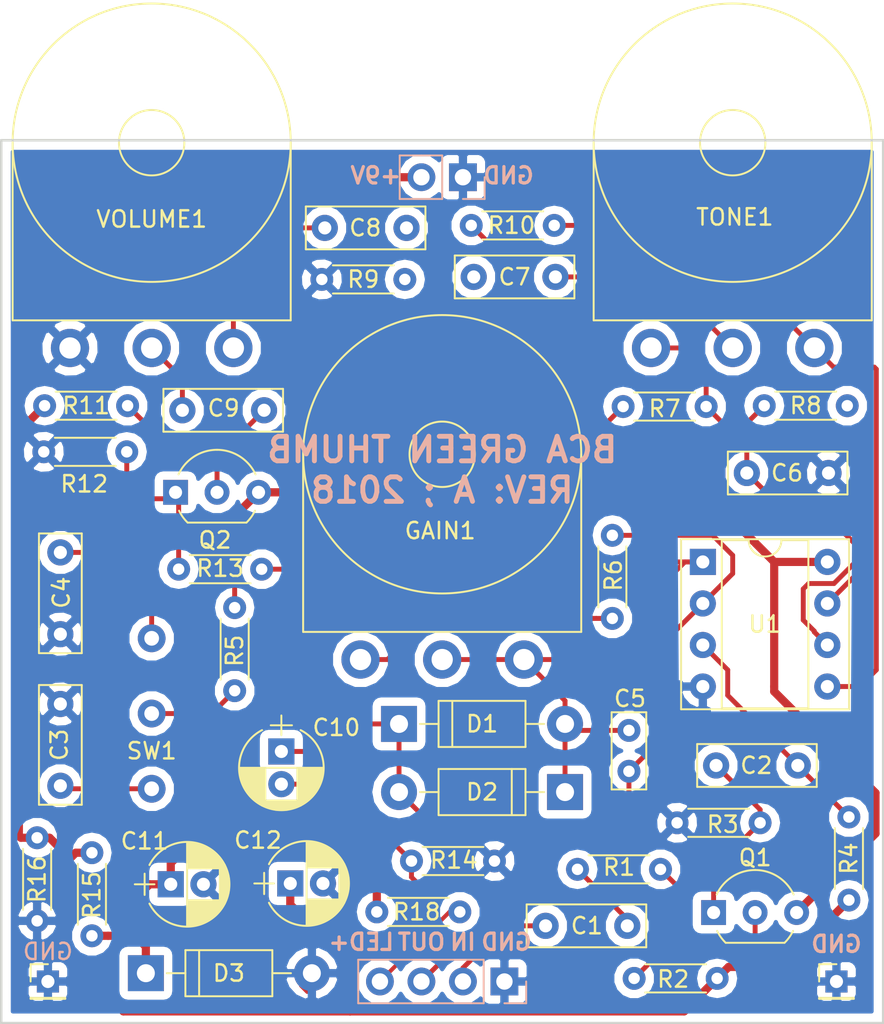
<source format=kicad_pcb>
(kicad_pcb (version 4) (host pcbnew 4.0.4-stable)

  (general
    (links 72)
    (no_connects 3)
    (area 100.9621 64.249999 157.1425 129.493333)
    (thickness 1.6)
    (drawings 12)
    (tracks 201)
    (zones 0)
    (modules 43)
    (nets 27)
  )

  (page A4)
  (layers
    (0 F.Cu signal)
    (31 B.Cu signal hide)
    (32 B.Adhes user)
    (33 F.Adhes user)
    (34 B.Paste user)
    (35 F.Paste user)
    (36 B.SilkS user)
    (37 F.SilkS user)
    (38 B.Mask user)
    (39 F.Mask user)
    (40 Dwgs.User user)
    (41 Cmts.User user)
    (42 Eco1.User user)
    (43 Eco2.User user)
    (44 Edge.Cuts user)
    (45 Margin user)
    (46 B.CrtYd user)
    (47 F.CrtYd user)
    (48 B.Fab user)
    (49 F.Fab user)
  )

  (setup
    (last_trace_width 0.3)
    (user_trace_width 0.5)
    (trace_clearance 0.2)
    (zone_clearance 0.508)
    (zone_45_only yes)
    (trace_min 0.2)
    (segment_width 0.2)
    (edge_width 0.15)
    (via_size 0.6)
    (via_drill 0.4)
    (via_min_size 0.4)
    (via_min_drill 0.3)
    (uvia_size 0.3)
    (uvia_drill 0.1)
    (uvias_allowed no)
    (uvia_min_size 0.2)
    (uvia_min_drill 0.1)
    (pcb_text_width 0.3)
    (pcb_text_size 1.5 1.5)
    (mod_edge_width 0.15)
    (mod_text_size 1 1)
    (mod_text_width 0.15)
    (pad_size 1.7 1.7)
    (pad_drill 1)
    (pad_to_mask_clearance 0.2)
    (aux_axis_origin 101.6 127)
    (grid_origin 128.5875 127)
    (visible_elements FFFFFF7F)
    (pcbplotparams
      (layerselection 0x010f0_80000001)
      (usegerberextensions false)
      (excludeedgelayer true)
      (linewidth 0.100000)
      (plotframeref false)
      (viasonmask false)
      (mode 1)
      (useauxorigin false)
      (hpglpennumber 1)
      (hpglpenspeed 20)
      (hpglpendiameter 15)
      (hpglpenoverlay 2)
      (psnegative false)
      (psa4output false)
      (plotreference true)
      (plotvalue false)
      (plotinvisibletext false)
      (padsonsilk false)
      (subtractmaskfromsilk false)
      (outputformat 1)
      (mirror false)
      (drillshape 0)
      (scaleselection 1)
      (outputdirectory ""))
  )

  (net 0 "")
  (net 1 "Net-(C1-Pad1)")
  (net 2 "Net-(C1-Pad2)")
  (net 3 "Net-(C2-Pad1)")
  (net 4 "Net-(C2-Pad2)")
  (net 5 "Net-(C3-Pad1)")
  (net 6 Earth)
  (net 7 "Net-(C4-Pad1)")
  (net 8 "Net-(C5-Pad1)")
  (net 9 "Net-(C5-Pad2)")
  (net 10 "Net-(C6-Pad1)")
  (net 11 "Net-(C7-Pad1)")
  (net 12 "Net-(C7-Pad2)")
  (net 13 "Net-(C8-Pad1)")
  (net 14 "Net-(C8-Pad2)")
  (net 15 "Net-(C9-Pad1)")
  (net 16 "Net-(C9-Pad2)")
  (net 17 "Net-(C10-Pad1)")
  (net 18 "Net-(C10-Pad2)")
  (net 19 +9V)
  (net 20 "Net-(GAIN1-Pad1)")
  (net 21 "Net-(P1-Pad4)")
  (net 22 "Net-(Q1-Pad2)")
  (net 23 "Net-(Q2-Pad1)")
  (net 24 "Net-(R5-Pad1)")
  (net 25 "Net-(R10-Pad2)")
  (net 26 +4.5V)

  (net_class Default "This is the default net class."
    (clearance 0.2)
    (trace_width 0.3)
    (via_dia 0.6)
    (via_drill 0.4)
    (uvia_dia 0.3)
    (uvia_drill 0.1)
    (add_net +4.5V)
    (add_net +9V)
    (add_net Earth)
    (add_net "Net-(C1-Pad1)")
    (add_net "Net-(C1-Pad2)")
    (add_net "Net-(C10-Pad1)")
    (add_net "Net-(C10-Pad2)")
    (add_net "Net-(C2-Pad1)")
    (add_net "Net-(C2-Pad2)")
    (add_net "Net-(C3-Pad1)")
    (add_net "Net-(C4-Pad1)")
    (add_net "Net-(C5-Pad1)")
    (add_net "Net-(C5-Pad2)")
    (add_net "Net-(C6-Pad1)")
    (add_net "Net-(C7-Pad1)")
    (add_net "Net-(C7-Pad2)")
    (add_net "Net-(C8-Pad1)")
    (add_net "Net-(C8-Pad2)")
    (add_net "Net-(C9-Pad1)")
    (add_net "Net-(C9-Pad2)")
    (add_net "Net-(GAIN1-Pad1)")
    (add_net "Net-(P1-Pad4)")
    (add_net "Net-(Q1-Pad2)")
    (add_net "Net-(Q2-Pad1)")
    (add_net "Net-(R10-Pad2)")
    (add_net "Net-(R5-Pad1)")
  )

  (module Resistors_ThroughHole:R_Axial_DIN0204_L3.6mm_D1.6mm_P5.08mm_Horizontal (layer F.Cu) (tedit 5A66942A) (tstamp 5A669106)
    (at 144.7419 89.3064 180)
    (descr "Resistor, Axial_DIN0204 series, Axial, Horizontal, pin pitch=5.08mm, 0.16666666666666666W = 1/6W, length*diameter=3.6*1.6mm^2, http://cdn-reichelt.de/documents/datenblatt/B400/1_4W%23YAG.pdf")
    (tags "Resistor Axial_DIN0204 series Axial Horizontal pin pitch 5.08mm 0.16666666666666666W = 1/6W length 3.6mm diameter 1.6mm")
    (path /59EAEBD3)
    (fp_text reference R7 (at 2.54 -0.127 180) (layer F.SilkS)
      (effects (font (size 1 1) (thickness 0.15)))
    )
    (fp_text value 1k (at 2.54 1.86 180) (layer F.Fab) hide
      (effects (font (size 1 1) (thickness 0.15)))
    )
    (fp_line (start 0.74 -0.8) (end 0.74 0.8) (layer F.Fab) (width 0.1))
    (fp_line (start 0.74 0.8) (end 4.34 0.8) (layer F.Fab) (width 0.1))
    (fp_line (start 4.34 0.8) (end 4.34 -0.8) (layer F.Fab) (width 0.1))
    (fp_line (start 4.34 -0.8) (end 0.74 -0.8) (layer F.Fab) (width 0.1))
    (fp_line (start 0 0) (end 0.74 0) (layer F.Fab) (width 0.1))
    (fp_line (start 5.08 0) (end 4.34 0) (layer F.Fab) (width 0.1))
    (fp_line (start 0.68 -0.86) (end 4.4 -0.86) (layer F.SilkS) (width 0.12))
    (fp_line (start 0.68 0.86) (end 4.4 0.86) (layer F.SilkS) (width 0.12))
    (fp_line (start -0.95 -1.15) (end -0.95 1.15) (layer F.CrtYd) (width 0.05))
    (fp_line (start -0.95 1.15) (end 6.05 1.15) (layer F.CrtYd) (width 0.05))
    (fp_line (start 6.05 1.15) (end 6.05 -1.15) (layer F.CrtYd) (width 0.05))
    (fp_line (start 6.05 -1.15) (end -0.95 -1.15) (layer F.CrtYd) (width 0.05))
    (pad 1 thru_hole circle (at 0 0 180) (size 1.4 1.4) (drill 0.7) (layers *.Cu *.Mask)
      (net 10 "Net-(C6-Pad1)"))
    (pad 2 thru_hole oval (at 5.08 0 180) (size 1.4 1.4) (drill 0.7) (layers *.Cu *.Mask)
      (net 8 "Net-(C5-Pad1)"))
    (model ${KISYS3DMOD}/Resistors_THT.3dshapes/R_Axial_DIN0204_L3.6mm_D1.6mm_P5.08mm_Horizontal.wrl
      (at (xyz 0 0 0))
      (scale (xyz 0.393701 0.393701 0.393701))
      (rotate (xyz 0 0 0))
    )
  )

  (module FootprintLibrary:Potentiometer_PC16_Horizontal (layer F.Cu) (tedit 5A6A0F44) (tstamp 5A6A033C)
    (at 115.8075 85.725 90)
    (descr "Potentiometer, horizontally mounted, Omeg PC16PU, Omeg PC16PU, Omeg PC16PU, http://www.omeg.co.uk/pc6bubrc.htm")
    (tags "Potentiometer horizontal  Omeg PC16PU  Omeg PC16PU  Omeg PC16PU")
    (path /59EB07AF)
    (fp_text reference VOLUME1 (at 7.874 -5 180) (layer F.SilkS)
      (effects (font (size 1 1) (thickness 0.15)))
    )
    (fp_text value 100kB (at 9.915 4.7 90) (layer F.Fab) hide
      (effects (font (size 1 1) (thickness 0.15)))
    )
    (fp_circle (center 12.55 -5) (end 21 -5) (layer F.Fab) (width 0.1))
    (fp_circle (center 12.55 -5) (end 16.05 -5) (layer F.Fab) (width 0.1))
    (fp_circle (center 12.55 -5) (end 14.55 -5) (layer F.Fab) (width 0.1))
    (fp_circle (center 12.55 -5) (end 21.06 -5) (layer F.SilkS) (width 0.12))
    (fp_circle (center 12.55 -5) (end 14.55 -5) (layer F.SilkS) (width 0.12))
    (fp_line (start 12.55 -13.45) (end 1.75 -13.45) (layer F.Fab) (width 0.1))
    (fp_line (start 1.75 -13.45) (end 1.75 3.45) (layer F.Fab) (width 0.1))
    (fp_line (start 1.75 3.45) (end 12.55 3.45) (layer F.Fab) (width 0.1))
    (fp_line (start 1.69 -13.51) (end 12.55 -13.51) (layer F.SilkS) (width 0.12))
    (fp_line (start 1.69 -13.51) (end 1.69 3.51) (layer F.SilkS) (width 0.12))
    (fp_line (start 1.69 3.51) (end 12.55 3.51) (layer F.SilkS) (width 0.12))
    (fp_line (start -1.45 -13.7) (end -1.45 3.7) (layer F.CrtYd) (width 0.05))
    (fp_line (start -1.45 3.7) (end 21.25 3.7) (layer F.CrtYd) (width 0.05))
    (fp_line (start 21.25 3.7) (end 21.25 -13.7) (layer F.CrtYd) (width 0.05))
    (fp_line (start 21.25 -13.7) (end -1.45 -13.7) (layer F.CrtYd) (width 0.05))
    (pad 1 thru_hole circle (at 0 -10 90) (size 2.34 2.34) (drill 1.3) (layers *.Cu *.Mask)
      (net 6 Earth))
    (pad 2 thru_hole circle (at 0 -5 90) (size 2.34 2.34) (drill 1.3) (layers *.Cu *.Mask)
      (net 16 "Net-(C9-Pad2)"))
    (pad 3 thru_hole circle (at 0 0 90) (size 2.34 2.34) (drill 1.3) (layers *.Cu *.Mask)
      (net 13 "Net-(C8-Pad1)"))
    (model Potentiometers.3dshapes/Potentiometer_Omeg_PC16PU_Horizontal.wrl
      (at (xyz 0 0 0))
      (scale (xyz 0.393701 0.393701 0.393701))
      (rotate (xyz 0 0 0))
    )
  )

  (module FootprintLibrary:Potentiometer_PC16_Horizontal (layer F.Cu) (tedit 5A6A0EEA) (tstamp 5A680962)
    (at 133.5875 104.775 90)
    (descr "Potentiometer, horizontally mounted, Omeg PC16PU, Omeg PC16PU, Omeg PC16PU, http://www.omeg.co.uk/pc6bubrc.htm")
    (tags "Potentiometer horizontal  Omeg PC16PU  Omeg PC16PU  Omeg PC16PU")
    (path /59EAE50C)
    (fp_text reference GAIN1 (at 7.874 -5.127 180) (layer F.SilkS)
      (effects (font (size 1 1) (thickness 0.15)))
    )
    (fp_text value 500kA (at 9.915 4.7 90) (layer F.Fab) hide
      (effects (font (size 1 1) (thickness 0.15)))
    )
    (fp_circle (center 12.55 -5) (end 21 -5) (layer F.Fab) (width 0.1))
    (fp_circle (center 12.55 -5) (end 16.05 -5) (layer F.Fab) (width 0.1))
    (fp_circle (center 12.55 -5) (end 14.55 -5) (layer F.Fab) (width 0.1))
    (fp_circle (center 12.55 -5) (end 21.06 -5) (layer F.SilkS) (width 0.12))
    (fp_circle (center 12.55 -5) (end 14.55 -5) (layer F.SilkS) (width 0.12))
    (fp_line (start 12.55 -13.45) (end 1.75 -13.45) (layer F.Fab) (width 0.1))
    (fp_line (start 1.75 -13.45) (end 1.75 3.45) (layer F.Fab) (width 0.1))
    (fp_line (start 1.75 3.45) (end 12.55 3.45) (layer F.Fab) (width 0.1))
    (fp_line (start 1.69 -13.51) (end 12.55 -13.51) (layer F.SilkS) (width 0.12))
    (fp_line (start 1.69 -13.51) (end 1.69 3.51) (layer F.SilkS) (width 0.12))
    (fp_line (start 1.69 3.51) (end 12.55 3.51) (layer F.SilkS) (width 0.12))
    (fp_line (start -1.45 -13.7) (end -1.45 3.7) (layer F.CrtYd) (width 0.05))
    (fp_line (start -1.45 3.7) (end 21.25 3.7) (layer F.CrtYd) (width 0.05))
    (fp_line (start 21.25 3.7) (end 21.25 -13.7) (layer F.CrtYd) (width 0.05))
    (fp_line (start 21.25 -13.7) (end -1.45 -13.7) (layer F.CrtYd) (width 0.05))
    (pad 1 thru_hole circle (at 0 -10 90) (size 2.34 2.34) (drill 1.3) (layers *.Cu *.Mask)
      (net 20 "Net-(GAIN1-Pad1)"))
    (pad 2 thru_hole circle (at 0 -5 90) (size 2.34 2.34) (drill 1.3) (layers *.Cu *.Mask)
      (net 8 "Net-(C5-Pad1)"))
    (pad 3 thru_hole circle (at 0 0 90) (size 2.34 2.34) (drill 1.3) (layers *.Cu *.Mask)
      (net 8 "Net-(C5-Pad1)"))
    (model Potentiometers.3dshapes/Potentiometer_Omeg_PC16PU_Horizontal.wrl
      (at (xyz 0 0 0))
      (scale (xyz 0.393701 0.393701 0.393701))
      (rotate (xyz 0 0 0))
    )
  )

  (module Capacitors_ThroughHole:C_Rect_L7.2mm_W2.5mm_P5.00mm_FKS2_FKP2_MKS2_MKP2 (layer F.Cu) (tedit 5A669486) (tstamp 5A66908F)
    (at 121.4031 78.3844)
    (descr "C, Rect series, Radial, pin pitch=5.00mm, , length*width=7.2*2.5mm^2, Capacitor, http://www.wima.com/EN/WIMA_FKS_2.pdf")
    (tags "C Rect series Radial pin pitch 5.00mm  length 7.2mm width 2.5mm Capacitor")
    (path /59EB03BE)
    (fp_text reference C8 (at 2.4765 0) (layer F.SilkS)
      (effects (font (size 1 1) (thickness 0.15)))
    )
    (fp_text value 1uF (at 2.5 2.56) (layer F.Fab) hide
      (effects (font (size 1 1) (thickness 0.15)))
    )
    (fp_line (start -1.1 -1.25) (end -1.1 1.25) (layer F.Fab) (width 0.1))
    (fp_line (start -1.1 1.25) (end 6.1 1.25) (layer F.Fab) (width 0.1))
    (fp_line (start 6.1 1.25) (end 6.1 -1.25) (layer F.Fab) (width 0.1))
    (fp_line (start 6.1 -1.25) (end -1.1 -1.25) (layer F.Fab) (width 0.1))
    (fp_line (start -1.16 -1.31) (end 6.16 -1.31) (layer F.SilkS) (width 0.12))
    (fp_line (start -1.16 1.31) (end 6.16 1.31) (layer F.SilkS) (width 0.12))
    (fp_line (start -1.16 -1.31) (end -1.16 1.31) (layer F.SilkS) (width 0.12))
    (fp_line (start 6.16 -1.31) (end 6.16 1.31) (layer F.SilkS) (width 0.12))
    (fp_line (start -1.45 -1.6) (end -1.45 1.6) (layer F.CrtYd) (width 0.05))
    (fp_line (start -1.45 1.6) (end 6.45 1.6) (layer F.CrtYd) (width 0.05))
    (fp_line (start 6.45 1.6) (end 6.45 -1.6) (layer F.CrtYd) (width 0.05))
    (fp_line (start 6.45 -1.6) (end -1.45 -1.6) (layer F.CrtYd) (width 0.05))
    (fp_text user %R (at 2.5 0) (layer F.Fab)
      (effects (font (size 1 1) (thickness 0.15)))
    )
    (pad 1 thru_hole circle (at 0 0) (size 1.6 1.6) (drill 0.8) (layers *.Cu *.Mask)
      (net 13 "Net-(C8-Pad1)"))
    (pad 2 thru_hole circle (at 5 0) (size 1.6 1.6) (drill 0.8) (layers *.Cu *.Mask)
      (net 14 "Net-(C8-Pad2)"))
    (model ${KISYS3DMOD}/Capacitors_THT.3dshapes/C_Rect_L7.2mm_W2.5mm_P5.00mm_FKS2_FKP2_MKS2_MKP2.wrl
      (at (xyz 0 0 0))
      (scale (xyz 1 1 1))
      (rotate (xyz 0 0 0))
    )
  )

  (module Diodes_ThroughHole:D_DO-41_SOD81_P10.16mm_Horizontal (layer F.Cu) (tedit 5A675BD6) (tstamp 5A6690B9)
    (at 110.4519 123.952)
    (descr "D, DO-41_SOD81 series, Axial, Horizontal, pin pitch=10.16mm, , length*diameter=5.2*2.7mm^2, , http://www.diodes.com/_files/packages/DO-41%20(Plastic).pdf")
    (tags "D DO-41_SOD81 series Axial Horizontal pin pitch 10.16mm  length 5.2mm diameter 2.7mm")
    (path /59EAB535)
    (fp_text reference D3 (at 5.08 0) (layer F.SilkS)
      (effects (font (size 1 1) (thickness 0.15)))
    )
    (fp_text value 1N4002 (at 5.08 2.41) (layer F.Fab) hide
      (effects (font (size 1 1) (thickness 0.15)))
    )
    (fp_text user %R (at 5.08 0) (layer F.Fab)
      (effects (font (size 1 1) (thickness 0.15)))
    )
    (fp_line (start 2.48 -1.35) (end 2.48 1.35) (layer F.Fab) (width 0.1))
    (fp_line (start 2.48 1.35) (end 7.68 1.35) (layer F.Fab) (width 0.1))
    (fp_line (start 7.68 1.35) (end 7.68 -1.35) (layer F.Fab) (width 0.1))
    (fp_line (start 7.68 -1.35) (end 2.48 -1.35) (layer F.Fab) (width 0.1))
    (fp_line (start 0 0) (end 2.48 0) (layer F.Fab) (width 0.1))
    (fp_line (start 10.16 0) (end 7.68 0) (layer F.Fab) (width 0.1))
    (fp_line (start 3.26 -1.35) (end 3.26 1.35) (layer F.Fab) (width 0.1))
    (fp_line (start 2.42 -1.41) (end 2.42 1.41) (layer F.SilkS) (width 0.12))
    (fp_line (start 2.42 1.41) (end 7.74 1.41) (layer F.SilkS) (width 0.12))
    (fp_line (start 7.74 1.41) (end 7.74 -1.41) (layer F.SilkS) (width 0.12))
    (fp_line (start 7.74 -1.41) (end 2.42 -1.41) (layer F.SilkS) (width 0.12))
    (fp_line (start 1.28 0) (end 2.42 0) (layer F.SilkS) (width 0.12))
    (fp_line (start 8.88 0) (end 7.74 0) (layer F.SilkS) (width 0.12))
    (fp_line (start 3.26 -1.41) (end 3.26 1.41) (layer F.SilkS) (width 0.12))
    (fp_line (start -1.35 -1.7) (end -1.35 1.7) (layer F.CrtYd) (width 0.05))
    (fp_line (start -1.35 1.7) (end 11.55 1.7) (layer F.CrtYd) (width 0.05))
    (fp_line (start 11.55 1.7) (end 11.55 -1.7) (layer F.CrtYd) (width 0.05))
    (fp_line (start 11.55 -1.7) (end -1.35 -1.7) (layer F.CrtYd) (width 0.05))
    (pad 1 thru_hole rect (at 0 0) (size 2.2 2.2) (drill 1.1) (layers *.Cu *.Mask)
      (net 19 +9V))
    (pad 2 thru_hole oval (at 10.16 0) (size 2.2 2.2) (drill 1.1) (layers *.Cu *.Mask)
      (net 6 Earth))
    (model ${KISYS3DMOD}/Diodes_THT.3dshapes/D_DO-41_SOD81_P10.16mm_Horizontal.wrl
      (at (xyz 0 0 0))
      (scale (xyz 0.393701 0.393701 0.393701))
      (rotate (xyz 0 0 0))
    )
  )

  (module Housings_DIP:DIP-8_W7.62mm_Socket (layer F.Cu) (tedit 5A67E1B2) (tstamp 5A669155)
    (at 144.5387 98.806)
    (descr "8-lead though-hole mounted DIP package, row spacing 7.62 mm (300 mils), Socket")
    (tags "THT DIP DIL PDIP 2.54mm 7.62mm 300mil Socket")
    (path /5A58970B)
    (fp_text reference U1 (at 3.7973 3.81) (layer F.SilkS)
      (effects (font (size 1 1) (thickness 0.15)))
    )
    (fp_text value JRC4558 (at 3.81 9.95) (layer F.Fab) hide
      (effects (font (size 1 1) (thickness 0.15)))
    )
    (fp_arc (start 3.81 -1.33) (end 2.81 -1.33) (angle -180) (layer F.SilkS) (width 0.12))
    (fp_line (start 1.635 -1.27) (end 6.985 -1.27) (layer F.Fab) (width 0.1))
    (fp_line (start 6.985 -1.27) (end 6.985 8.89) (layer F.Fab) (width 0.1))
    (fp_line (start 6.985 8.89) (end 0.635 8.89) (layer F.Fab) (width 0.1))
    (fp_line (start 0.635 8.89) (end 0.635 -0.27) (layer F.Fab) (width 0.1))
    (fp_line (start 0.635 -0.27) (end 1.635 -1.27) (layer F.Fab) (width 0.1))
    (fp_line (start -1.27 -1.33) (end -1.27 8.95) (layer F.Fab) (width 0.1))
    (fp_line (start -1.27 8.95) (end 8.89 8.95) (layer F.Fab) (width 0.1))
    (fp_line (start 8.89 8.95) (end 8.89 -1.33) (layer F.Fab) (width 0.1))
    (fp_line (start 8.89 -1.33) (end -1.27 -1.33) (layer F.Fab) (width 0.1))
    (fp_line (start 2.81 -1.33) (end 1.16 -1.33) (layer F.SilkS) (width 0.12))
    (fp_line (start 1.16 -1.33) (end 1.16 8.95) (layer F.SilkS) (width 0.12))
    (fp_line (start 1.16 8.95) (end 6.46 8.95) (layer F.SilkS) (width 0.12))
    (fp_line (start 6.46 8.95) (end 6.46 -1.33) (layer F.SilkS) (width 0.12))
    (fp_line (start 6.46 -1.33) (end 4.81 -1.33) (layer F.SilkS) (width 0.12))
    (fp_line (start -1.33 -1.39) (end -1.33 9.01) (layer F.SilkS) (width 0.12))
    (fp_line (start -1.33 9.01) (end 8.95 9.01) (layer F.SilkS) (width 0.12))
    (fp_line (start 8.95 9.01) (end 8.95 -1.39) (layer F.SilkS) (width 0.12))
    (fp_line (start 8.95 -1.39) (end -1.33 -1.39) (layer F.SilkS) (width 0.12))
    (fp_line (start -1.55 -1.6) (end -1.55 9.2) (layer F.CrtYd) (width 0.05))
    (fp_line (start -1.55 9.2) (end 9.15 9.2) (layer F.CrtYd) (width 0.05))
    (fp_line (start 9.15 9.2) (end 9.15 -1.6) (layer F.CrtYd) (width 0.05))
    (fp_line (start 9.15 -1.6) (end -1.55 -1.6) (layer F.CrtYd) (width 0.05))
    (fp_text user %R (at 3.81 3.81) (layer F.Fab)
      (effects (font (size 1 1) (thickness 0.15)))
    )
    (pad 1 thru_hole rect (at 0 0) (size 1.6 1.6) (drill 0.8) (layers *.Cu *.Mask)
      (net 8 "Net-(C5-Pad1)"))
    (pad 5 thru_hole oval (at 7.62 7.62) (size 1.6 1.6) (drill 0.8) (layers *.Cu *.Mask)
      (net 25 "Net-(R10-Pad2)"))
    (pad 2 thru_hole oval (at 0 2.54) (size 1.6 1.6) (drill 0.8) (layers *.Cu *.Mask)
      (net 9 "Net-(C5-Pad2)"))
    (pad 6 thru_hole oval (at 7.62 5.08) (size 1.6 1.6) (drill 0.8) (layers *.Cu *.Mask)
      (net 10 "Net-(C6-Pad1)"))
    (pad 3 thru_hole oval (at 0 5.08) (size 1.6 1.6) (drill 0.8) (layers *.Cu *.Mask)
      (net 3 "Net-(C2-Pad1)"))
    (pad 7 thru_hole oval (at 7.62 2.54) (size 1.6 1.6) (drill 0.8) (layers *.Cu *.Mask)
      (net 14 "Net-(C8-Pad2)"))
    (pad 4 thru_hole oval (at 0 7.62) (size 1.6 1.6) (drill 0.8) (layers *.Cu *.Mask)
      (net 6 Earth))
    (pad 8 thru_hole oval (at 7.62 0) (size 1.6 1.6) (drill 0.8) (layers *.Cu *.Mask)
      (net 19 +9V))
    (model ${KISYS3DMOD}/Housings_DIP.3dshapes/DIP-8_W7.62mm_Socket.wrl
      (at (xyz 0 0 0))
      (scale (xyz 1 1 1))
      (rotate (xyz 0 0 0))
    )
  )

  (module Resistors_ThroughHole:R_Axial_DIN0204_L3.6mm_D1.6mm_P5.08mm_Horizontal (layer F.Cu) (tedit 5A675BF2) (tstamp 5A669136)
    (at 107.1499 121.666 90)
    (descr "Resistor, Axial_DIN0204 series, Axial, Horizontal, pin pitch=5.08mm, 0.16666666666666666W = 1/6W, length*diameter=3.6*1.6mm^2, http://cdn-reichelt.de/documents/datenblatt/B400/1_4W%23YAG.pdf")
    (tags "Resistor Axial_DIN0204 series Axial Horizontal pin pitch 5.08mm 0.16666666666666666W = 1/6W length 3.6mm diameter 1.6mm")
    (path /59EAB5CB)
    (fp_text reference R15 (at 2.4892 0 270) (layer F.SilkS)
      (effects (font (size 1 1) (thickness 0.15)))
    )
    (fp_text value 100k (at 2.54 1.86 90) (layer F.Fab) hide
      (effects (font (size 1 1) (thickness 0.15)))
    )
    (fp_line (start 0.74 -0.8) (end 0.74 0.8) (layer F.Fab) (width 0.1))
    (fp_line (start 0.74 0.8) (end 4.34 0.8) (layer F.Fab) (width 0.1))
    (fp_line (start 4.34 0.8) (end 4.34 -0.8) (layer F.Fab) (width 0.1))
    (fp_line (start 4.34 -0.8) (end 0.74 -0.8) (layer F.Fab) (width 0.1))
    (fp_line (start 0 0) (end 0.74 0) (layer F.Fab) (width 0.1))
    (fp_line (start 5.08 0) (end 4.34 0) (layer F.Fab) (width 0.1))
    (fp_line (start 0.68 -0.86) (end 4.4 -0.86) (layer F.SilkS) (width 0.12))
    (fp_line (start 0.68 0.86) (end 4.4 0.86) (layer F.SilkS) (width 0.12))
    (fp_line (start -0.95 -1.15) (end -0.95 1.15) (layer F.CrtYd) (width 0.05))
    (fp_line (start -0.95 1.15) (end 6.05 1.15) (layer F.CrtYd) (width 0.05))
    (fp_line (start 6.05 1.15) (end 6.05 -1.15) (layer F.CrtYd) (width 0.05))
    (fp_line (start 6.05 -1.15) (end -0.95 -1.15) (layer F.CrtYd) (width 0.05))
    (pad 1 thru_hole circle (at 0 0 90) (size 1.4 1.4) (drill 0.7) (layers *.Cu *.Mask)
      (net 19 +9V))
    (pad 2 thru_hole oval (at 5.08 0 90) (size 1.4 1.4) (drill 0.7) (layers *.Cu *.Mask)
      (net 26 +4.5V))
    (model ${KISYS3DMOD}/Resistors_THT.3dshapes/R_Axial_DIN0204_L3.6mm_D1.6mm_P5.08mm_Horizontal.wrl
      (at (xyz 0 0 0))
      (scale (xyz 0.393701 0.393701 0.393701))
      (rotate (xyz 0 0 0))
    )
  )

  (module Capacitors_ThroughHole:C_Rect_L7.2mm_W2.5mm_P5.00mm_FKS2_FKP2_MKS2_MKP2 (layer F.Cu) (tedit 5A6692F4) (tstamp 5A669065)
    (at 139.9159 121.0564 180)
    (descr "C, Rect series, Radial, pin pitch=5.00mm, , length*width=7.2*2.5mm^2, Capacitor, http://www.wima.com/EN/WIMA_FKS_2.pdf")
    (tags "C Rect series Radial pin pitch 5.00mm  length 7.2mm width 2.5mm Capacitor")
    (path /59EAC31F)
    (fp_text reference C1 (at 2.4765 0 180) (layer F.SilkS)
      (effects (font (size 1 1) (thickness 0.15)))
    )
    (fp_text value 22nF (at 2.5 2.56 180) (layer F.Fab) hide
      (effects (font (size 1 1) (thickness 0.15)))
    )
    (fp_line (start -1.1 -1.25) (end -1.1 1.25) (layer F.Fab) (width 0.1))
    (fp_line (start -1.1 1.25) (end 6.1 1.25) (layer F.Fab) (width 0.1))
    (fp_line (start 6.1 1.25) (end 6.1 -1.25) (layer F.Fab) (width 0.1))
    (fp_line (start 6.1 -1.25) (end -1.1 -1.25) (layer F.Fab) (width 0.1))
    (fp_line (start -1.16 -1.31) (end 6.16 -1.31) (layer F.SilkS) (width 0.12))
    (fp_line (start -1.16 1.31) (end 6.16 1.31) (layer F.SilkS) (width 0.12))
    (fp_line (start -1.16 -1.31) (end -1.16 1.31) (layer F.SilkS) (width 0.12))
    (fp_line (start 6.16 -1.31) (end 6.16 1.31) (layer F.SilkS) (width 0.12))
    (fp_line (start -1.45 -1.6) (end -1.45 1.6) (layer F.CrtYd) (width 0.05))
    (fp_line (start -1.45 1.6) (end 6.45 1.6) (layer F.CrtYd) (width 0.05))
    (fp_line (start 6.45 1.6) (end 6.45 -1.6) (layer F.CrtYd) (width 0.05))
    (fp_line (start 6.45 -1.6) (end -1.45 -1.6) (layer F.CrtYd) (width 0.05))
    (fp_text user %R (at 2.5 0 180) (layer F.Fab)
      (effects (font (size 1 1) (thickness 0.15)))
    )
    (pad 1 thru_hole circle (at 0 0 180) (size 1.6 1.6) (drill 0.8) (layers *.Cu *.Mask)
      (net 1 "Net-(C1-Pad1)"))
    (pad 2 thru_hole circle (at 5 0 180) (size 1.6 1.6) (drill 0.8) (layers *.Cu *.Mask)
      (net 2 "Net-(C1-Pad2)"))
    (model ${KISYS3DMOD}/Capacitors_THT.3dshapes/C_Rect_L7.2mm_W2.5mm_P5.00mm_FKS2_FKP2_MKS2_MKP2.wrl
      (at (xyz 0 0 0))
      (scale (xyz 1 1 1))
      (rotate (xyz 0 0 0))
    )
  )

  (module Capacitors_ThroughHole:C_Rect_L7.2mm_W2.5mm_P5.00mm_FKS2_FKP2_MKS2_MKP2 (layer F.Cu) (tedit 5A6692E7) (tstamp 5A66906B)
    (at 150.3515 111.252 180)
    (descr "C, Rect series, Radial, pin pitch=5.00mm, , length*width=7.2*2.5mm^2, Capacitor, http://www.wima.com/EN/WIMA_FKS_2.pdf")
    (tags "C Rect series Radial pin pitch 5.00mm  length 7.2mm width 2.5mm Capacitor")
    (path /59EACE67)
    (fp_text reference C2 (at 2.54 0 180) (layer F.SilkS)
      (effects (font (size 1 1) (thickness 0.15)))
    )
    (fp_text value 1uF (at 2.5 2.56 180) (layer F.Fab) hide
      (effects (font (size 1 1) (thickness 0.15)))
    )
    (fp_line (start -1.1 -1.25) (end -1.1 1.25) (layer F.Fab) (width 0.1))
    (fp_line (start -1.1 1.25) (end 6.1 1.25) (layer F.Fab) (width 0.1))
    (fp_line (start 6.1 1.25) (end 6.1 -1.25) (layer F.Fab) (width 0.1))
    (fp_line (start 6.1 -1.25) (end -1.1 -1.25) (layer F.Fab) (width 0.1))
    (fp_line (start -1.16 -1.31) (end 6.16 -1.31) (layer F.SilkS) (width 0.12))
    (fp_line (start -1.16 1.31) (end 6.16 1.31) (layer F.SilkS) (width 0.12))
    (fp_line (start -1.16 -1.31) (end -1.16 1.31) (layer F.SilkS) (width 0.12))
    (fp_line (start 6.16 -1.31) (end 6.16 1.31) (layer F.SilkS) (width 0.12))
    (fp_line (start -1.45 -1.6) (end -1.45 1.6) (layer F.CrtYd) (width 0.05))
    (fp_line (start -1.45 1.6) (end 6.45 1.6) (layer F.CrtYd) (width 0.05))
    (fp_line (start 6.45 1.6) (end 6.45 -1.6) (layer F.CrtYd) (width 0.05))
    (fp_line (start 6.45 -1.6) (end -1.45 -1.6) (layer F.CrtYd) (width 0.05))
    (fp_text user %R (at 2.5 0 360) (layer F.Fab)
      (effects (font (size 1 1) (thickness 0.15)))
    )
    (pad 1 thru_hole circle (at 0 0 180) (size 1.6 1.6) (drill 0.8) (layers *.Cu *.Mask)
      (net 3 "Net-(C2-Pad1)"))
    (pad 2 thru_hole circle (at 5 0 180) (size 1.6 1.6) (drill 0.8) (layers *.Cu *.Mask)
      (net 4 "Net-(C2-Pad2)"))
    (model ${KISYS3DMOD}/Capacitors_THT.3dshapes/C_Rect_L7.2mm_W2.5mm_P5.00mm_FKS2_FKP2_MKS2_MKP2.wrl
      (at (xyz 0 0 0))
      (scale (xyz 1 1 1))
      (rotate (xyz 0 0 0))
    )
  )

  (module Capacitors_ThroughHole:C_Rect_L7.2mm_W2.5mm_P5.00mm_FKS2_FKP2_MKS2_MKP2 (layer F.Cu) (tedit 5A6692D9) (tstamp 5A669071)
    (at 105.2195 112.4928 90)
    (descr "C, Rect series, Radial, pin pitch=5.00mm, , length*width=7.2*2.5mm^2, Capacitor, http://www.wima.com/EN/WIMA_FKS_2.pdf")
    (tags "C Rect series Radial pin pitch 5.00mm  length 7.2mm width 2.5mm Capacitor")
    (path /59EAD85D)
    (fp_text reference C3 (at 2.5 -0.0635 90) (layer F.SilkS)
      (effects (font (size 1 1) (thickness 0.15)))
    )
    (fp_text value 33nF (at 2.5 2.56 90) (layer F.Fab) hide
      (effects (font (size 1 1) (thickness 0.15)))
    )
    (fp_line (start -1.1 -1.25) (end -1.1 1.25) (layer F.Fab) (width 0.1))
    (fp_line (start -1.1 1.25) (end 6.1 1.25) (layer F.Fab) (width 0.1))
    (fp_line (start 6.1 1.25) (end 6.1 -1.25) (layer F.Fab) (width 0.1))
    (fp_line (start 6.1 -1.25) (end -1.1 -1.25) (layer F.Fab) (width 0.1))
    (fp_line (start -1.16 -1.31) (end 6.16 -1.31) (layer F.SilkS) (width 0.12))
    (fp_line (start -1.16 1.31) (end 6.16 1.31) (layer F.SilkS) (width 0.12))
    (fp_line (start -1.16 -1.31) (end -1.16 1.31) (layer F.SilkS) (width 0.12))
    (fp_line (start 6.16 -1.31) (end 6.16 1.31) (layer F.SilkS) (width 0.12))
    (fp_line (start -1.45 -1.6) (end -1.45 1.6) (layer F.CrtYd) (width 0.05))
    (fp_line (start -1.45 1.6) (end 6.45 1.6) (layer F.CrtYd) (width 0.05))
    (fp_line (start 6.45 1.6) (end 6.45 -1.6) (layer F.CrtYd) (width 0.05))
    (fp_line (start 6.45 -1.6) (end -1.45 -1.6) (layer F.CrtYd) (width 0.05))
    (fp_text user %R (at 2.5 0 90) (layer F.Fab)
      (effects (font (size 1 1) (thickness 0.15)))
    )
    (pad 1 thru_hole circle (at 0 0 90) (size 1.6 1.6) (drill 0.8) (layers *.Cu *.Mask)
      (net 5 "Net-(C3-Pad1)"))
    (pad 2 thru_hole circle (at 5 0 90) (size 1.6 1.6) (drill 0.8) (layers *.Cu *.Mask)
      (net 6 Earth))
    (model ${KISYS3DMOD}/Capacitors_THT.3dshapes/C_Rect_L7.2mm_W2.5mm_P5.00mm_FKS2_FKP2_MKS2_MKP2.wrl
      (at (xyz 0 0 0))
      (scale (xyz 1 1 1))
      (rotate (xyz 0 0 0))
    )
  )

  (module Capacitors_ThroughHole:C_Rect_L7.2mm_W2.5mm_P5.00mm_FKS2_FKP2_MKS2_MKP2 (layer F.Cu) (tedit 5A6692C3) (tstamp 5A669077)
    (at 105.2195 98.2256 270)
    (descr "C, Rect series, Radial, pin pitch=5.00mm, , length*width=7.2*2.5mm^2, Capacitor, http://www.wima.com/EN/WIMA_FKS_2.pdf")
    (tags "C Rect series Radial pin pitch 5.00mm  length 7.2mm width 2.5mm Capacitor")
    (path /5A078790)
    (fp_text reference C4 (at 2.46 -0.0635 270) (layer F.SilkS)
      (effects (font (size 1 1) (thickness 0.15)))
    )
    (fp_text value 68nF (at 2.5 2.56 270) (layer F.Fab) hide
      (effects (font (size 1 1) (thickness 0.15)))
    )
    (fp_line (start -1.1 -1.25) (end -1.1 1.25) (layer F.Fab) (width 0.1))
    (fp_line (start -1.1 1.25) (end 6.1 1.25) (layer F.Fab) (width 0.1))
    (fp_line (start 6.1 1.25) (end 6.1 -1.25) (layer F.Fab) (width 0.1))
    (fp_line (start 6.1 -1.25) (end -1.1 -1.25) (layer F.Fab) (width 0.1))
    (fp_line (start -1.16 -1.31) (end 6.16 -1.31) (layer F.SilkS) (width 0.12))
    (fp_line (start -1.16 1.31) (end 6.16 1.31) (layer F.SilkS) (width 0.12))
    (fp_line (start -1.16 -1.31) (end -1.16 1.31) (layer F.SilkS) (width 0.12))
    (fp_line (start 6.16 -1.31) (end 6.16 1.31) (layer F.SilkS) (width 0.12))
    (fp_line (start -1.45 -1.6) (end -1.45 1.6) (layer F.CrtYd) (width 0.05))
    (fp_line (start -1.45 1.6) (end 6.45 1.6) (layer F.CrtYd) (width 0.05))
    (fp_line (start 6.45 1.6) (end 6.45 -1.6) (layer F.CrtYd) (width 0.05))
    (fp_line (start 6.45 -1.6) (end -1.45 -1.6) (layer F.CrtYd) (width 0.05))
    (fp_text user %R (at 2.5 -0.127 270) (layer F.Fab)
      (effects (font (size 1 1) (thickness 0.15)))
    )
    (pad 1 thru_hole circle (at 0 0 270) (size 1.6 1.6) (drill 0.8) (layers *.Cu *.Mask)
      (net 7 "Net-(C4-Pad1)"))
    (pad 2 thru_hole circle (at 5 0 270) (size 1.6 1.6) (drill 0.8) (layers *.Cu *.Mask)
      (net 6 Earth))
    (model ${KISYS3DMOD}/Capacitors_THT.3dshapes/C_Rect_L7.2mm_W2.5mm_P5.00mm_FKS2_FKP2_MKS2_MKP2.wrl
      (at (xyz 0 0 0))
      (scale (xyz 1 1 1))
      (rotate (xyz 0 0 0))
    )
  )

  (module Capacitors_ThroughHole:C_Rect_L4.6mm_W2.0mm_P2.50mm_MKS02_FKP02 (layer F.Cu) (tedit 5A67533E) (tstamp 5A66907D)
    (at 140.0175 109.1076 270)
    (descr "C, Rect series, Radial, pin pitch=2.50mm, , length*width=4.6*2mm^2, Capacitor, http://www.wima.de/DE/WIMA_MKS_02.pdf")
    (tags "C Rect series Radial pin pitch 2.50mm  length 4.6mm width 2mm Capacitor")
    (path /59EAE175)
    (fp_text reference C5 (at -1.945 -0.0635 540) (layer F.SilkS)
      (effects (font (size 1 1) (thickness 0.15)))
    )
    (fp_text value 47pF (at 1.25 2.31 270) (layer F.Fab) hide
      (effects (font (size 1 1) (thickness 0.15)))
    )
    (fp_line (start -1.05 -1) (end -1.05 1) (layer F.Fab) (width 0.1))
    (fp_line (start -1.05 1) (end 3.55 1) (layer F.Fab) (width 0.1))
    (fp_line (start 3.55 1) (end 3.55 -1) (layer F.Fab) (width 0.1))
    (fp_line (start 3.55 -1) (end -1.05 -1) (layer F.Fab) (width 0.1))
    (fp_line (start -1.11 -1.06) (end 3.61 -1.06) (layer F.SilkS) (width 0.12))
    (fp_line (start -1.11 1.06) (end 3.61 1.06) (layer F.SilkS) (width 0.12))
    (fp_line (start -1.11 -1.06) (end -1.11 1.06) (layer F.SilkS) (width 0.12))
    (fp_line (start 3.61 -1.06) (end 3.61 1.06) (layer F.SilkS) (width 0.12))
    (fp_line (start -1.4 -1.35) (end -1.4 1.35) (layer F.CrtYd) (width 0.05))
    (fp_line (start -1.4 1.35) (end 3.9 1.35) (layer F.CrtYd) (width 0.05))
    (fp_line (start 3.9 1.35) (end 3.9 -1.35) (layer F.CrtYd) (width 0.05))
    (fp_line (start 3.9 -1.35) (end -1.4 -1.35) (layer F.CrtYd) (width 0.05))
    (fp_text user %R (at -1.945 -0.0635 360) (layer F.Fab)
      (effects (font (size 1 1) (thickness 0.15)))
    )
    (pad 1 thru_hole circle (at 0 0 270) (size 1.4 1.4) (drill 0.7) (layers *.Cu *.Mask)
      (net 8 "Net-(C5-Pad1)"))
    (pad 2 thru_hole circle (at 2.5 0 270) (size 1.4 1.4) (drill 0.7) (layers *.Cu *.Mask)
      (net 9 "Net-(C5-Pad2)"))
    (model ${KISYS3DMOD}/Capacitors_THT.3dshapes/C_Rect_L4.6mm_W2.0mm_P2.50mm_MKS02_FKP02.wrl
      (at (xyz 0 0 0))
      (scale (xyz 1 1 1))
      (rotate (xyz 0 0 0))
    )
  )

  (module Capacitors_ThroughHole:C_Rect_L7.2mm_W2.5mm_P5.00mm_FKS2_FKP2_MKS2_MKP2 (layer F.Cu) (tedit 5A669477) (tstamp 5A669083)
    (at 147.2311 93.3704)
    (descr "C, Rect series, Radial, pin pitch=5.00mm, , length*width=7.2*2.5mm^2, Capacitor, http://www.wima.com/EN/WIMA_FKS_2.pdf")
    (tags "C Rect series Radial pin pitch 5.00mm  length 7.2mm width 2.5mm Capacitor")
    (path /59EAECFC)
    (fp_text reference C6 (at 2.46 0) (layer F.SilkS)
      (effects (font (size 1 1) (thickness 0.15)))
    )
    (fp_text value 0.22uF (at 2.5 2.56) (layer F.Fab) hide
      (effects (font (size 1 1) (thickness 0.15)))
    )
    (fp_line (start -1.1 -1.25) (end -1.1 1.25) (layer F.Fab) (width 0.1))
    (fp_line (start -1.1 1.25) (end 6.1 1.25) (layer F.Fab) (width 0.1))
    (fp_line (start 6.1 1.25) (end 6.1 -1.25) (layer F.Fab) (width 0.1))
    (fp_line (start 6.1 -1.25) (end -1.1 -1.25) (layer F.Fab) (width 0.1))
    (fp_line (start -1.16 -1.31) (end 6.16 -1.31) (layer F.SilkS) (width 0.12))
    (fp_line (start -1.16 1.31) (end 6.16 1.31) (layer F.SilkS) (width 0.12))
    (fp_line (start -1.16 -1.31) (end -1.16 1.31) (layer F.SilkS) (width 0.12))
    (fp_line (start 6.16 -1.31) (end 6.16 1.31) (layer F.SilkS) (width 0.12))
    (fp_line (start -1.45 -1.6) (end -1.45 1.6) (layer F.CrtYd) (width 0.05))
    (fp_line (start -1.45 1.6) (end 6.45 1.6) (layer F.CrtYd) (width 0.05))
    (fp_line (start 6.45 1.6) (end 6.45 -1.6) (layer F.CrtYd) (width 0.05))
    (fp_line (start 6.45 -1.6) (end -1.45 -1.6) (layer F.CrtYd) (width 0.05))
    (fp_text user %R (at 2.5 0) (layer F.Fab)
      (effects (font (size 1 1) (thickness 0.15)))
    )
    (pad 1 thru_hole circle (at 0 0) (size 1.6 1.6) (drill 0.8) (layers *.Cu *.Mask)
      (net 10 "Net-(C6-Pad1)"))
    (pad 2 thru_hole circle (at 5 0) (size 1.6 1.6) (drill 0.8) (layers *.Cu *.Mask)
      (net 6 Earth))
    (model ${KISYS3DMOD}/Capacitors_THT.3dshapes/C_Rect_L7.2mm_W2.5mm_P5.00mm_FKS2_FKP2_MKS2_MKP2.wrl
      (at (xyz 0 0 0))
      (scale (xyz 1 1 1))
      (rotate (xyz 0 0 0))
    )
  )

  (module Capacitors_ThroughHole:C_Rect_L7.2mm_W2.5mm_P5.00mm_FKS2_FKP2_MKS2_MKP2 (layer F.Cu) (tedit 5A66947E) (tstamp 5A669089)
    (at 135.5179 81.3816 180)
    (descr "C, Rect series, Radial, pin pitch=5.00mm, , length*width=7.2*2.5mm^2, Capacitor, http://www.wima.com/EN/WIMA_FKS_2.pdf")
    (tags "C Rect series Radial pin pitch 5.00mm  length 7.2mm width 2.5mm Capacitor")
    (path /59EAFC03)
    (fp_text reference C7 (at 2.5 0 180) (layer F.SilkS)
      (effects (font (size 1 1) (thickness 0.15)))
    )
    (fp_text value 0.22uF (at 2.5 2.56 180) (layer F.Fab) hide
      (effects (font (size 1 1) (thickness 0.15)))
    )
    (fp_line (start -1.1 -1.25) (end -1.1 1.25) (layer F.Fab) (width 0.1))
    (fp_line (start -1.1 1.25) (end 6.1 1.25) (layer F.Fab) (width 0.1))
    (fp_line (start 6.1 1.25) (end 6.1 -1.25) (layer F.Fab) (width 0.1))
    (fp_line (start 6.1 -1.25) (end -1.1 -1.25) (layer F.Fab) (width 0.1))
    (fp_line (start -1.16 -1.31) (end 6.16 -1.31) (layer F.SilkS) (width 0.12))
    (fp_line (start -1.16 1.31) (end 6.16 1.31) (layer F.SilkS) (width 0.12))
    (fp_line (start -1.16 -1.31) (end -1.16 1.31) (layer F.SilkS) (width 0.12))
    (fp_line (start 6.16 -1.31) (end 6.16 1.31) (layer F.SilkS) (width 0.12))
    (fp_line (start -1.45 -1.6) (end -1.45 1.6) (layer F.CrtYd) (width 0.05))
    (fp_line (start -1.45 1.6) (end 6.45 1.6) (layer F.CrtYd) (width 0.05))
    (fp_line (start 6.45 1.6) (end 6.45 -1.6) (layer F.CrtYd) (width 0.05))
    (fp_line (start 6.45 -1.6) (end -1.45 -1.6) (layer F.CrtYd) (width 0.05))
    (fp_text user %R (at 2.5 0 180) (layer F.Fab)
      (effects (font (size 1 1) (thickness 0.15)))
    )
    (pad 1 thru_hole circle (at 0 0 180) (size 1.6 1.6) (drill 0.8) (layers *.Cu *.Mask)
      (net 11 "Net-(C7-Pad1)"))
    (pad 2 thru_hole circle (at 5 0 180) (size 1.6 1.6) (drill 0.8) (layers *.Cu *.Mask)
      (net 12 "Net-(C7-Pad2)"))
    (model ${KISYS3DMOD}/Capacitors_THT.3dshapes/C_Rect_L7.2mm_W2.5mm_P5.00mm_FKS2_FKP2_MKS2_MKP2.wrl
      (at (xyz 0 0 0))
      (scale (xyz 1 1 1))
      (rotate (xyz 0 0 0))
    )
  )

  (module Capacitors_ThroughHole:C_Rect_L7.2mm_W2.5mm_P5.00mm_FKS2_FKP2_MKS2_MKP2 (layer F.Cu) (tedit 5A669490) (tstamp 5A669095)
    (at 117.6871 89.535 180)
    (descr "C, Rect series, Radial, pin pitch=5.00mm, , length*width=7.2*2.5mm^2, Capacitor, http://www.wima.com/EN/WIMA_FKS_2.pdf")
    (tags "C Rect series Radial pin pitch 5.00mm  length 7.2mm width 2.5mm Capacitor")
    (path /59EB0EF1)
    (fp_text reference C9 (at 2.4765 0.127 180) (layer F.SilkS)
      (effects (font (size 1 1) (thickness 0.15)))
    )
    (fp_text value 100nF (at 2.5 2.56 180) (layer F.Fab) hide
      (effects (font (size 1 1) (thickness 0.15)))
    )
    (fp_line (start -1.1 -1.25) (end -1.1 1.25) (layer F.Fab) (width 0.1))
    (fp_line (start -1.1 1.25) (end 6.1 1.25) (layer F.Fab) (width 0.1))
    (fp_line (start 6.1 1.25) (end 6.1 -1.25) (layer F.Fab) (width 0.1))
    (fp_line (start 6.1 -1.25) (end -1.1 -1.25) (layer F.Fab) (width 0.1))
    (fp_line (start -1.16 -1.31) (end 6.16 -1.31) (layer F.SilkS) (width 0.12))
    (fp_line (start -1.16 1.31) (end 6.16 1.31) (layer F.SilkS) (width 0.12))
    (fp_line (start -1.16 -1.31) (end -1.16 1.31) (layer F.SilkS) (width 0.12))
    (fp_line (start 6.16 -1.31) (end 6.16 1.31) (layer F.SilkS) (width 0.12))
    (fp_line (start -1.45 -1.6) (end -1.45 1.6) (layer F.CrtYd) (width 0.05))
    (fp_line (start -1.45 1.6) (end 6.45 1.6) (layer F.CrtYd) (width 0.05))
    (fp_line (start 6.45 1.6) (end 6.45 -1.6) (layer F.CrtYd) (width 0.05))
    (fp_line (start 6.45 -1.6) (end -1.45 -1.6) (layer F.CrtYd) (width 0.05))
    (fp_text user %R (at 2.5 0 180) (layer F.Fab)
      (effects (font (size 1 1) (thickness 0.15)))
    )
    (pad 1 thru_hole circle (at 0 0 180) (size 1.6 1.6) (drill 0.8) (layers *.Cu *.Mask)
      (net 15 "Net-(C9-Pad1)"))
    (pad 2 thru_hole circle (at 5 0 180) (size 1.6 1.6) (drill 0.8) (layers *.Cu *.Mask)
      (net 16 "Net-(C9-Pad2)"))
    (model ${KISYS3DMOD}/Capacitors_THT.3dshapes/C_Rect_L7.2mm_W2.5mm_P5.00mm_FKS2_FKP2_MKS2_MKP2.wrl
      (at (xyz 0 0 0))
      (scale (xyz 1 1 1))
      (rotate (xyz 0 0 0))
    )
  )

  (module Capacitors_ThroughHole:CP_Radial_D5.0mm_P2.00mm (layer F.Cu) (tedit 5A675F90) (tstamp 5A66909B)
    (at 118.745 110.395 270)
    (descr "CP, Radial series, Radial, pin pitch=2.00mm, , diameter=5mm, Electrolytic Capacitor")
    (tags "CP Radial series Radial pin pitch 2.00mm  diameter 5mm Electrolytic Capacitor")
    (path /59EB4DF3)
    (fp_text reference C10 (at -1.4605 -3.3655 540) (layer F.SilkS)
      (effects (font (size 1 1) (thickness 0.15)))
    )
    (fp_text value 10uF (at 1 3.81 270) (layer F.Fab) hide
      (effects (font (size 1 1) (thickness 0.15)))
    )
    (fp_arc (start 1 0) (end -1.30558 -1.18) (angle 125.8) (layer F.SilkS) (width 0.12))
    (fp_arc (start 1 0) (end -1.30558 1.18) (angle -125.8) (layer F.SilkS) (width 0.12))
    (fp_arc (start 1 0) (end 3.30558 -1.18) (angle 54.2) (layer F.SilkS) (width 0.12))
    (fp_circle (center 1 0) (end 3.5 0) (layer F.Fab) (width 0.1))
    (fp_line (start -2.2 0) (end -1 0) (layer F.Fab) (width 0.1))
    (fp_line (start -1.6 -0.65) (end -1.6 0.65) (layer F.Fab) (width 0.1))
    (fp_line (start 1 -2.55) (end 1 2.55) (layer F.SilkS) (width 0.12))
    (fp_line (start 1.04 -2.55) (end 1.04 -0.98) (layer F.SilkS) (width 0.12))
    (fp_line (start 1.04 0.98) (end 1.04 2.55) (layer F.SilkS) (width 0.12))
    (fp_line (start 1.08 -2.549) (end 1.08 -0.98) (layer F.SilkS) (width 0.12))
    (fp_line (start 1.08 0.98) (end 1.08 2.549) (layer F.SilkS) (width 0.12))
    (fp_line (start 1.12 -2.548) (end 1.12 -0.98) (layer F.SilkS) (width 0.12))
    (fp_line (start 1.12 0.98) (end 1.12 2.548) (layer F.SilkS) (width 0.12))
    (fp_line (start 1.16 -2.546) (end 1.16 -0.98) (layer F.SilkS) (width 0.12))
    (fp_line (start 1.16 0.98) (end 1.16 2.546) (layer F.SilkS) (width 0.12))
    (fp_line (start 1.2 -2.543) (end 1.2 -0.98) (layer F.SilkS) (width 0.12))
    (fp_line (start 1.2 0.98) (end 1.2 2.543) (layer F.SilkS) (width 0.12))
    (fp_line (start 1.24 -2.539) (end 1.24 -0.98) (layer F.SilkS) (width 0.12))
    (fp_line (start 1.24 0.98) (end 1.24 2.539) (layer F.SilkS) (width 0.12))
    (fp_line (start 1.28 -2.535) (end 1.28 -0.98) (layer F.SilkS) (width 0.12))
    (fp_line (start 1.28 0.98) (end 1.28 2.535) (layer F.SilkS) (width 0.12))
    (fp_line (start 1.32 -2.531) (end 1.32 -0.98) (layer F.SilkS) (width 0.12))
    (fp_line (start 1.32 0.98) (end 1.32 2.531) (layer F.SilkS) (width 0.12))
    (fp_line (start 1.36 -2.525) (end 1.36 -0.98) (layer F.SilkS) (width 0.12))
    (fp_line (start 1.36 0.98) (end 1.36 2.525) (layer F.SilkS) (width 0.12))
    (fp_line (start 1.4 -2.519) (end 1.4 -0.98) (layer F.SilkS) (width 0.12))
    (fp_line (start 1.4 0.98) (end 1.4 2.519) (layer F.SilkS) (width 0.12))
    (fp_line (start 1.44 -2.513) (end 1.44 -0.98) (layer F.SilkS) (width 0.12))
    (fp_line (start 1.44 0.98) (end 1.44 2.513) (layer F.SilkS) (width 0.12))
    (fp_line (start 1.48 -2.506) (end 1.48 -0.98) (layer F.SilkS) (width 0.12))
    (fp_line (start 1.48 0.98) (end 1.48 2.506) (layer F.SilkS) (width 0.12))
    (fp_line (start 1.52 -2.498) (end 1.52 -0.98) (layer F.SilkS) (width 0.12))
    (fp_line (start 1.52 0.98) (end 1.52 2.498) (layer F.SilkS) (width 0.12))
    (fp_line (start 1.56 -2.489) (end 1.56 -0.98) (layer F.SilkS) (width 0.12))
    (fp_line (start 1.56 0.98) (end 1.56 2.489) (layer F.SilkS) (width 0.12))
    (fp_line (start 1.6 -2.48) (end 1.6 -0.98) (layer F.SilkS) (width 0.12))
    (fp_line (start 1.6 0.98) (end 1.6 2.48) (layer F.SilkS) (width 0.12))
    (fp_line (start 1.64 -2.47) (end 1.64 -0.98) (layer F.SilkS) (width 0.12))
    (fp_line (start 1.64 0.98) (end 1.64 2.47) (layer F.SilkS) (width 0.12))
    (fp_line (start 1.68 -2.46) (end 1.68 -0.98) (layer F.SilkS) (width 0.12))
    (fp_line (start 1.68 0.98) (end 1.68 2.46) (layer F.SilkS) (width 0.12))
    (fp_line (start 1.721 -2.448) (end 1.721 -0.98) (layer F.SilkS) (width 0.12))
    (fp_line (start 1.721 0.98) (end 1.721 2.448) (layer F.SilkS) (width 0.12))
    (fp_line (start 1.761 -2.436) (end 1.761 -0.98) (layer F.SilkS) (width 0.12))
    (fp_line (start 1.761 0.98) (end 1.761 2.436) (layer F.SilkS) (width 0.12))
    (fp_line (start 1.801 -2.424) (end 1.801 -0.98) (layer F.SilkS) (width 0.12))
    (fp_line (start 1.801 0.98) (end 1.801 2.424) (layer F.SilkS) (width 0.12))
    (fp_line (start 1.841 -2.41) (end 1.841 -0.98) (layer F.SilkS) (width 0.12))
    (fp_line (start 1.841 0.98) (end 1.841 2.41) (layer F.SilkS) (width 0.12))
    (fp_line (start 1.881 -2.396) (end 1.881 -0.98) (layer F.SilkS) (width 0.12))
    (fp_line (start 1.881 0.98) (end 1.881 2.396) (layer F.SilkS) (width 0.12))
    (fp_line (start 1.921 -2.382) (end 1.921 -0.98) (layer F.SilkS) (width 0.12))
    (fp_line (start 1.921 0.98) (end 1.921 2.382) (layer F.SilkS) (width 0.12))
    (fp_line (start 1.961 -2.366) (end 1.961 -0.98) (layer F.SilkS) (width 0.12))
    (fp_line (start 1.961 0.98) (end 1.961 2.366) (layer F.SilkS) (width 0.12))
    (fp_line (start 2.001 -2.35) (end 2.001 -0.98) (layer F.SilkS) (width 0.12))
    (fp_line (start 2.001 0.98) (end 2.001 2.35) (layer F.SilkS) (width 0.12))
    (fp_line (start 2.041 -2.333) (end 2.041 -0.98) (layer F.SilkS) (width 0.12))
    (fp_line (start 2.041 0.98) (end 2.041 2.333) (layer F.SilkS) (width 0.12))
    (fp_line (start 2.081 -2.315) (end 2.081 -0.98) (layer F.SilkS) (width 0.12))
    (fp_line (start 2.081 0.98) (end 2.081 2.315) (layer F.SilkS) (width 0.12))
    (fp_line (start 2.121 -2.296) (end 2.121 -0.98) (layer F.SilkS) (width 0.12))
    (fp_line (start 2.121 0.98) (end 2.121 2.296) (layer F.SilkS) (width 0.12))
    (fp_line (start 2.161 -2.276) (end 2.161 -0.98) (layer F.SilkS) (width 0.12))
    (fp_line (start 2.161 0.98) (end 2.161 2.276) (layer F.SilkS) (width 0.12))
    (fp_line (start 2.201 -2.256) (end 2.201 -0.98) (layer F.SilkS) (width 0.12))
    (fp_line (start 2.201 0.98) (end 2.201 2.256) (layer F.SilkS) (width 0.12))
    (fp_line (start 2.241 -2.234) (end 2.241 -0.98) (layer F.SilkS) (width 0.12))
    (fp_line (start 2.241 0.98) (end 2.241 2.234) (layer F.SilkS) (width 0.12))
    (fp_line (start 2.281 -2.212) (end 2.281 -0.98) (layer F.SilkS) (width 0.12))
    (fp_line (start 2.281 0.98) (end 2.281 2.212) (layer F.SilkS) (width 0.12))
    (fp_line (start 2.321 -2.189) (end 2.321 -0.98) (layer F.SilkS) (width 0.12))
    (fp_line (start 2.321 0.98) (end 2.321 2.189) (layer F.SilkS) (width 0.12))
    (fp_line (start 2.361 -2.165) (end 2.361 -0.98) (layer F.SilkS) (width 0.12))
    (fp_line (start 2.361 0.98) (end 2.361 2.165) (layer F.SilkS) (width 0.12))
    (fp_line (start 2.401 -2.14) (end 2.401 -0.98) (layer F.SilkS) (width 0.12))
    (fp_line (start 2.401 0.98) (end 2.401 2.14) (layer F.SilkS) (width 0.12))
    (fp_line (start 2.441 -2.113) (end 2.441 -0.98) (layer F.SilkS) (width 0.12))
    (fp_line (start 2.441 0.98) (end 2.441 2.113) (layer F.SilkS) (width 0.12))
    (fp_line (start 2.481 -2.086) (end 2.481 -0.98) (layer F.SilkS) (width 0.12))
    (fp_line (start 2.481 0.98) (end 2.481 2.086) (layer F.SilkS) (width 0.12))
    (fp_line (start 2.521 -2.058) (end 2.521 -0.98) (layer F.SilkS) (width 0.12))
    (fp_line (start 2.521 0.98) (end 2.521 2.058) (layer F.SilkS) (width 0.12))
    (fp_line (start 2.561 -2.028) (end 2.561 -0.98) (layer F.SilkS) (width 0.12))
    (fp_line (start 2.561 0.98) (end 2.561 2.028) (layer F.SilkS) (width 0.12))
    (fp_line (start 2.601 -1.997) (end 2.601 -0.98) (layer F.SilkS) (width 0.12))
    (fp_line (start 2.601 0.98) (end 2.601 1.997) (layer F.SilkS) (width 0.12))
    (fp_line (start 2.641 -1.965) (end 2.641 -0.98) (layer F.SilkS) (width 0.12))
    (fp_line (start 2.641 0.98) (end 2.641 1.965) (layer F.SilkS) (width 0.12))
    (fp_line (start 2.681 -1.932) (end 2.681 -0.98) (layer F.SilkS) (width 0.12))
    (fp_line (start 2.681 0.98) (end 2.681 1.932) (layer F.SilkS) (width 0.12))
    (fp_line (start 2.721 -1.897) (end 2.721 -0.98) (layer F.SilkS) (width 0.12))
    (fp_line (start 2.721 0.98) (end 2.721 1.897) (layer F.SilkS) (width 0.12))
    (fp_line (start 2.761 -1.861) (end 2.761 -0.98) (layer F.SilkS) (width 0.12))
    (fp_line (start 2.761 0.98) (end 2.761 1.861) (layer F.SilkS) (width 0.12))
    (fp_line (start 2.801 -1.823) (end 2.801 -0.98) (layer F.SilkS) (width 0.12))
    (fp_line (start 2.801 0.98) (end 2.801 1.823) (layer F.SilkS) (width 0.12))
    (fp_line (start 2.841 -1.783) (end 2.841 -0.98) (layer F.SilkS) (width 0.12))
    (fp_line (start 2.841 0.98) (end 2.841 1.783) (layer F.SilkS) (width 0.12))
    (fp_line (start 2.881 -1.742) (end 2.881 -0.98) (layer F.SilkS) (width 0.12))
    (fp_line (start 2.881 0.98) (end 2.881 1.742) (layer F.SilkS) (width 0.12))
    (fp_line (start 2.921 -1.699) (end 2.921 -0.98) (layer F.SilkS) (width 0.12))
    (fp_line (start 2.921 0.98) (end 2.921 1.699) (layer F.SilkS) (width 0.12))
    (fp_line (start 2.961 -1.654) (end 2.961 -0.98) (layer F.SilkS) (width 0.12))
    (fp_line (start 2.961 0.98) (end 2.961 1.654) (layer F.SilkS) (width 0.12))
    (fp_line (start 3.001 -1.606) (end 3.001 1.606) (layer F.SilkS) (width 0.12))
    (fp_line (start 3.041 -1.556) (end 3.041 1.556) (layer F.SilkS) (width 0.12))
    (fp_line (start 3.081 -1.504) (end 3.081 1.504) (layer F.SilkS) (width 0.12))
    (fp_line (start 3.121 -1.448) (end 3.121 1.448) (layer F.SilkS) (width 0.12))
    (fp_line (start 3.161 -1.39) (end 3.161 1.39) (layer F.SilkS) (width 0.12))
    (fp_line (start 3.201 -1.327) (end 3.201 1.327) (layer F.SilkS) (width 0.12))
    (fp_line (start 3.241 -1.261) (end 3.241 1.261) (layer F.SilkS) (width 0.12))
    (fp_line (start 3.281 -1.189) (end 3.281 1.189) (layer F.SilkS) (width 0.12))
    (fp_line (start 3.321 -1.112) (end 3.321 1.112) (layer F.SilkS) (width 0.12))
    (fp_line (start 3.361 -1.028) (end 3.361 1.028) (layer F.SilkS) (width 0.12))
    (fp_line (start 3.401 -0.934) (end 3.401 0.934) (layer F.SilkS) (width 0.12))
    (fp_line (start 3.441 -0.829) (end 3.441 0.829) (layer F.SilkS) (width 0.12))
    (fp_line (start 3.481 -0.707) (end 3.481 0.707) (layer F.SilkS) (width 0.12))
    (fp_line (start 3.521 -0.559) (end 3.521 0.559) (layer F.SilkS) (width 0.12))
    (fp_line (start 3.561 -0.354) (end 3.561 0.354) (layer F.SilkS) (width 0.12))
    (fp_line (start -2.2 0) (end -1 0) (layer F.SilkS) (width 0.12))
    (fp_line (start -1.6 -0.65) (end -1.6 0.65) (layer F.SilkS) (width 0.12))
    (fp_line (start -1.85 -2.85) (end -1.85 2.85) (layer F.CrtYd) (width 0.05))
    (fp_line (start -1.85 2.85) (end 3.85 2.85) (layer F.CrtYd) (width 0.05))
    (fp_line (start 3.85 2.85) (end 3.85 -2.85) (layer F.CrtYd) (width 0.05))
    (fp_line (start 3.85 -2.85) (end -1.85 -2.85) (layer F.CrtYd) (width 0.05))
    (fp_text user %R (at 1 0 270) (layer F.Fab)
      (effects (font (size 1 1) (thickness 0.15)))
    )
    (pad 1 thru_hole rect (at 0 0 270) (size 1.6 1.6) (drill 0.8) (layers *.Cu *.Mask)
      (net 17 "Net-(C10-Pad1)"))
    (pad 2 thru_hole circle (at 2 0 270) (size 1.6 1.6) (drill 0.8) (layers *.Cu *.Mask)
      (net 18 "Net-(C10-Pad2)"))
    (model ${KISYS3DMOD}/Capacitors_THT.3dshapes/CP_Radial_D5.0mm_P2.00mm.wrl
      (at (xyz 0 0 0))
      (scale (xyz 1 1 1))
      (rotate (xyz 0 0 0))
    )
  )

  (module Capacitors_ThroughHole:CP_Radial_D5.0mm_P2.00mm (layer F.Cu) (tedit 5A675BE4) (tstamp 5A6690A1)
    (at 111.9759 118.5164)
    (descr "CP, Radial series, Radial, pin pitch=2.00mm, , diameter=5mm, Electrolytic Capacitor")
    (tags "CP Radial series Radial pin pitch 2.00mm  diameter 5mm Electrolytic Capacitor")
    (path /59EAB587)
    (fp_text reference C11 (at -1.6068 -2.6416) (layer F.SilkS)
      (effects (font (size 1 1) (thickness 0.15)))
    )
    (fp_text value 100uF (at 1 3.81) (layer F.Fab) hide
      (effects (font (size 1 1) (thickness 0.15)))
    )
    (fp_arc (start 1 0) (end -1.30558 -1.18) (angle 125.8) (layer F.SilkS) (width 0.12))
    (fp_arc (start 1 0) (end -1.30558 1.18) (angle -125.8) (layer F.SilkS) (width 0.12))
    (fp_arc (start 1 0) (end 3.30558 -1.18) (angle 54.2) (layer F.SilkS) (width 0.12))
    (fp_circle (center 1 0) (end 3.5 0) (layer F.Fab) (width 0.1))
    (fp_line (start -2.2 0) (end -1 0) (layer F.Fab) (width 0.1))
    (fp_line (start -1.6 -0.65) (end -1.6 0.65) (layer F.Fab) (width 0.1))
    (fp_line (start 1 -2.55) (end 1 2.55) (layer F.SilkS) (width 0.12))
    (fp_line (start 1.04 -2.55) (end 1.04 -0.98) (layer F.SilkS) (width 0.12))
    (fp_line (start 1.04 0.98) (end 1.04 2.55) (layer F.SilkS) (width 0.12))
    (fp_line (start 1.08 -2.549) (end 1.08 -0.98) (layer F.SilkS) (width 0.12))
    (fp_line (start 1.08 0.98) (end 1.08 2.549) (layer F.SilkS) (width 0.12))
    (fp_line (start 1.12 -2.548) (end 1.12 -0.98) (layer F.SilkS) (width 0.12))
    (fp_line (start 1.12 0.98) (end 1.12 2.548) (layer F.SilkS) (width 0.12))
    (fp_line (start 1.16 -2.546) (end 1.16 -0.98) (layer F.SilkS) (width 0.12))
    (fp_line (start 1.16 0.98) (end 1.16 2.546) (layer F.SilkS) (width 0.12))
    (fp_line (start 1.2 -2.543) (end 1.2 -0.98) (layer F.SilkS) (width 0.12))
    (fp_line (start 1.2 0.98) (end 1.2 2.543) (layer F.SilkS) (width 0.12))
    (fp_line (start 1.24 -2.539) (end 1.24 -0.98) (layer F.SilkS) (width 0.12))
    (fp_line (start 1.24 0.98) (end 1.24 2.539) (layer F.SilkS) (width 0.12))
    (fp_line (start 1.28 -2.535) (end 1.28 -0.98) (layer F.SilkS) (width 0.12))
    (fp_line (start 1.28 0.98) (end 1.28 2.535) (layer F.SilkS) (width 0.12))
    (fp_line (start 1.32 -2.531) (end 1.32 -0.98) (layer F.SilkS) (width 0.12))
    (fp_line (start 1.32 0.98) (end 1.32 2.531) (layer F.SilkS) (width 0.12))
    (fp_line (start 1.36 -2.525) (end 1.36 -0.98) (layer F.SilkS) (width 0.12))
    (fp_line (start 1.36 0.98) (end 1.36 2.525) (layer F.SilkS) (width 0.12))
    (fp_line (start 1.4 -2.519) (end 1.4 -0.98) (layer F.SilkS) (width 0.12))
    (fp_line (start 1.4 0.98) (end 1.4 2.519) (layer F.SilkS) (width 0.12))
    (fp_line (start 1.44 -2.513) (end 1.44 -0.98) (layer F.SilkS) (width 0.12))
    (fp_line (start 1.44 0.98) (end 1.44 2.513) (layer F.SilkS) (width 0.12))
    (fp_line (start 1.48 -2.506) (end 1.48 -0.98) (layer F.SilkS) (width 0.12))
    (fp_line (start 1.48 0.98) (end 1.48 2.506) (layer F.SilkS) (width 0.12))
    (fp_line (start 1.52 -2.498) (end 1.52 -0.98) (layer F.SilkS) (width 0.12))
    (fp_line (start 1.52 0.98) (end 1.52 2.498) (layer F.SilkS) (width 0.12))
    (fp_line (start 1.56 -2.489) (end 1.56 -0.98) (layer F.SilkS) (width 0.12))
    (fp_line (start 1.56 0.98) (end 1.56 2.489) (layer F.SilkS) (width 0.12))
    (fp_line (start 1.6 -2.48) (end 1.6 -0.98) (layer F.SilkS) (width 0.12))
    (fp_line (start 1.6 0.98) (end 1.6 2.48) (layer F.SilkS) (width 0.12))
    (fp_line (start 1.64 -2.47) (end 1.64 -0.98) (layer F.SilkS) (width 0.12))
    (fp_line (start 1.64 0.98) (end 1.64 2.47) (layer F.SilkS) (width 0.12))
    (fp_line (start 1.68 -2.46) (end 1.68 -0.98) (layer F.SilkS) (width 0.12))
    (fp_line (start 1.68 0.98) (end 1.68 2.46) (layer F.SilkS) (width 0.12))
    (fp_line (start 1.721 -2.448) (end 1.721 -0.98) (layer F.SilkS) (width 0.12))
    (fp_line (start 1.721 0.98) (end 1.721 2.448) (layer F.SilkS) (width 0.12))
    (fp_line (start 1.761 -2.436) (end 1.761 -0.98) (layer F.SilkS) (width 0.12))
    (fp_line (start 1.761 0.98) (end 1.761 2.436) (layer F.SilkS) (width 0.12))
    (fp_line (start 1.801 -2.424) (end 1.801 -0.98) (layer F.SilkS) (width 0.12))
    (fp_line (start 1.801 0.98) (end 1.801 2.424) (layer F.SilkS) (width 0.12))
    (fp_line (start 1.841 -2.41) (end 1.841 -0.98) (layer F.SilkS) (width 0.12))
    (fp_line (start 1.841 0.98) (end 1.841 2.41) (layer F.SilkS) (width 0.12))
    (fp_line (start 1.881 -2.396) (end 1.881 -0.98) (layer F.SilkS) (width 0.12))
    (fp_line (start 1.881 0.98) (end 1.881 2.396) (layer F.SilkS) (width 0.12))
    (fp_line (start 1.921 -2.382) (end 1.921 -0.98) (layer F.SilkS) (width 0.12))
    (fp_line (start 1.921 0.98) (end 1.921 2.382) (layer F.SilkS) (width 0.12))
    (fp_line (start 1.961 -2.366) (end 1.961 -0.98) (layer F.SilkS) (width 0.12))
    (fp_line (start 1.961 0.98) (end 1.961 2.366) (layer F.SilkS) (width 0.12))
    (fp_line (start 2.001 -2.35) (end 2.001 -0.98) (layer F.SilkS) (width 0.12))
    (fp_line (start 2.001 0.98) (end 2.001 2.35) (layer F.SilkS) (width 0.12))
    (fp_line (start 2.041 -2.333) (end 2.041 -0.98) (layer F.SilkS) (width 0.12))
    (fp_line (start 2.041 0.98) (end 2.041 2.333) (layer F.SilkS) (width 0.12))
    (fp_line (start 2.081 -2.315) (end 2.081 -0.98) (layer F.SilkS) (width 0.12))
    (fp_line (start 2.081 0.98) (end 2.081 2.315) (layer F.SilkS) (width 0.12))
    (fp_line (start 2.121 -2.296) (end 2.121 -0.98) (layer F.SilkS) (width 0.12))
    (fp_line (start 2.121 0.98) (end 2.121 2.296) (layer F.SilkS) (width 0.12))
    (fp_line (start 2.161 -2.276) (end 2.161 -0.98) (layer F.SilkS) (width 0.12))
    (fp_line (start 2.161 0.98) (end 2.161 2.276) (layer F.SilkS) (width 0.12))
    (fp_line (start 2.201 -2.256) (end 2.201 -0.98) (layer F.SilkS) (width 0.12))
    (fp_line (start 2.201 0.98) (end 2.201 2.256) (layer F.SilkS) (width 0.12))
    (fp_line (start 2.241 -2.234) (end 2.241 -0.98) (layer F.SilkS) (width 0.12))
    (fp_line (start 2.241 0.98) (end 2.241 2.234) (layer F.SilkS) (width 0.12))
    (fp_line (start 2.281 -2.212) (end 2.281 -0.98) (layer F.SilkS) (width 0.12))
    (fp_line (start 2.281 0.98) (end 2.281 2.212) (layer F.SilkS) (width 0.12))
    (fp_line (start 2.321 -2.189) (end 2.321 -0.98) (layer F.SilkS) (width 0.12))
    (fp_line (start 2.321 0.98) (end 2.321 2.189) (layer F.SilkS) (width 0.12))
    (fp_line (start 2.361 -2.165) (end 2.361 -0.98) (layer F.SilkS) (width 0.12))
    (fp_line (start 2.361 0.98) (end 2.361 2.165) (layer F.SilkS) (width 0.12))
    (fp_line (start 2.401 -2.14) (end 2.401 -0.98) (layer F.SilkS) (width 0.12))
    (fp_line (start 2.401 0.98) (end 2.401 2.14) (layer F.SilkS) (width 0.12))
    (fp_line (start 2.441 -2.113) (end 2.441 -0.98) (layer F.SilkS) (width 0.12))
    (fp_line (start 2.441 0.98) (end 2.441 2.113) (layer F.SilkS) (width 0.12))
    (fp_line (start 2.481 -2.086) (end 2.481 -0.98) (layer F.SilkS) (width 0.12))
    (fp_line (start 2.481 0.98) (end 2.481 2.086) (layer F.SilkS) (width 0.12))
    (fp_line (start 2.521 -2.058) (end 2.521 -0.98) (layer F.SilkS) (width 0.12))
    (fp_line (start 2.521 0.98) (end 2.521 2.058) (layer F.SilkS) (width 0.12))
    (fp_line (start 2.561 -2.028) (end 2.561 -0.98) (layer F.SilkS) (width 0.12))
    (fp_line (start 2.561 0.98) (end 2.561 2.028) (layer F.SilkS) (width 0.12))
    (fp_line (start 2.601 -1.997) (end 2.601 -0.98) (layer F.SilkS) (width 0.12))
    (fp_line (start 2.601 0.98) (end 2.601 1.997) (layer F.SilkS) (width 0.12))
    (fp_line (start 2.641 -1.965) (end 2.641 -0.98) (layer F.SilkS) (width 0.12))
    (fp_line (start 2.641 0.98) (end 2.641 1.965) (layer F.SilkS) (width 0.12))
    (fp_line (start 2.681 -1.932) (end 2.681 -0.98) (layer F.SilkS) (width 0.12))
    (fp_line (start 2.681 0.98) (end 2.681 1.932) (layer F.SilkS) (width 0.12))
    (fp_line (start 2.721 -1.897) (end 2.721 -0.98) (layer F.SilkS) (width 0.12))
    (fp_line (start 2.721 0.98) (end 2.721 1.897) (layer F.SilkS) (width 0.12))
    (fp_line (start 2.761 -1.861) (end 2.761 -0.98) (layer F.SilkS) (width 0.12))
    (fp_line (start 2.761 0.98) (end 2.761 1.861) (layer F.SilkS) (width 0.12))
    (fp_line (start 2.801 -1.823) (end 2.801 -0.98) (layer F.SilkS) (width 0.12))
    (fp_line (start 2.801 0.98) (end 2.801 1.823) (layer F.SilkS) (width 0.12))
    (fp_line (start 2.841 -1.783) (end 2.841 -0.98) (layer F.SilkS) (width 0.12))
    (fp_line (start 2.841 0.98) (end 2.841 1.783) (layer F.SilkS) (width 0.12))
    (fp_line (start 2.881 -1.742) (end 2.881 -0.98) (layer F.SilkS) (width 0.12))
    (fp_line (start 2.881 0.98) (end 2.881 1.742) (layer F.SilkS) (width 0.12))
    (fp_line (start 2.921 -1.699) (end 2.921 -0.98) (layer F.SilkS) (width 0.12))
    (fp_line (start 2.921 0.98) (end 2.921 1.699) (layer F.SilkS) (width 0.12))
    (fp_line (start 2.961 -1.654) (end 2.961 -0.98) (layer F.SilkS) (width 0.12))
    (fp_line (start 2.961 0.98) (end 2.961 1.654) (layer F.SilkS) (width 0.12))
    (fp_line (start 3.001 -1.606) (end 3.001 1.606) (layer F.SilkS) (width 0.12))
    (fp_line (start 3.041 -1.556) (end 3.041 1.556) (layer F.SilkS) (width 0.12))
    (fp_line (start 3.081 -1.504) (end 3.081 1.504) (layer F.SilkS) (width 0.12))
    (fp_line (start 3.121 -1.448) (end 3.121 1.448) (layer F.SilkS) (width 0.12))
    (fp_line (start 3.161 -1.39) (end 3.161 1.39) (layer F.SilkS) (width 0.12))
    (fp_line (start 3.201 -1.327) (end 3.201 1.327) (layer F.SilkS) (width 0.12))
    (fp_line (start 3.241 -1.261) (end 3.241 1.261) (layer F.SilkS) (width 0.12))
    (fp_line (start 3.281 -1.189) (end 3.281 1.189) (layer F.SilkS) (width 0.12))
    (fp_line (start 3.321 -1.112) (end 3.321 1.112) (layer F.SilkS) (width 0.12))
    (fp_line (start 3.361 -1.028) (end 3.361 1.028) (layer F.SilkS) (width 0.12))
    (fp_line (start 3.401 -0.934) (end 3.401 0.934) (layer F.SilkS) (width 0.12))
    (fp_line (start 3.441 -0.829) (end 3.441 0.829) (layer F.SilkS) (width 0.12))
    (fp_line (start 3.481 -0.707) (end 3.481 0.707) (layer F.SilkS) (width 0.12))
    (fp_line (start 3.521 -0.559) (end 3.521 0.559) (layer F.SilkS) (width 0.12))
    (fp_line (start 3.561 -0.354) (end 3.561 0.354) (layer F.SilkS) (width 0.12))
    (fp_line (start -2.2 0) (end -1 0) (layer F.SilkS) (width 0.12))
    (fp_line (start -1.6 -0.65) (end -1.6 0.65) (layer F.SilkS) (width 0.12))
    (fp_line (start -1.85 -2.85) (end -1.85 2.85) (layer F.CrtYd) (width 0.05))
    (fp_line (start -1.85 2.85) (end 3.85 2.85) (layer F.CrtYd) (width 0.05))
    (fp_line (start 3.85 2.85) (end 3.85 -2.85) (layer F.CrtYd) (width 0.05))
    (fp_line (start 3.85 -2.85) (end -1.85 -2.85) (layer F.CrtYd) (width 0.05))
    (fp_text user %R (at 1 0) (layer F.Fab)
      (effects (font (size 1 1) (thickness 0.15)))
    )
    (pad 1 thru_hole rect (at 0 0) (size 1.6 1.6) (drill 0.8) (layers *.Cu *.Mask)
      (net 19 +9V))
    (pad 2 thru_hole circle (at 2 0) (size 1.6 1.6) (drill 0.8) (layers *.Cu *.Mask)
      (net 6 Earth))
    (model ${KISYS3DMOD}/Capacitors_THT.3dshapes/CP_Radial_D5.0mm_P2.00mm.wrl
      (at (xyz 0 0 0))
      (scale (xyz 1 1 1))
      (rotate (xyz 0 0 0))
    )
  )

  (module Capacitors_ThroughHole:CP_Radial_D5.0mm_P2.00mm (layer F.Cu) (tedit 5A675BDE) (tstamp 5A6690A7)
    (at 119.2911 118.4656)
    (descr "CP, Radial series, Radial, pin pitch=2.00mm, , diameter=5mm, Electrolytic Capacitor")
    (tags "CP Radial series Radial pin pitch 2.00mm  diameter 5mm Electrolytic Capacitor")
    (path /59EAB636)
    (fp_text reference C12 (at -1.9812 -2.6416 180) (layer F.SilkS)
      (effects (font (size 1 1) (thickness 0.15)))
    )
    (fp_text value 47uF (at 1 3.81) (layer F.Fab) hide
      (effects (font (size 1 1) (thickness 0.15)))
    )
    (fp_arc (start 1 0) (end -1.30558 -1.18) (angle 125.8) (layer F.SilkS) (width 0.12))
    (fp_arc (start 1 0) (end -1.30558 1.18) (angle -125.8) (layer F.SilkS) (width 0.12))
    (fp_arc (start 1 0) (end 3.30558 -1.18) (angle 54.2) (layer F.SilkS) (width 0.12))
    (fp_circle (center 1 0) (end 3.5 0) (layer F.Fab) (width 0.1))
    (fp_line (start -2.2 0) (end -1 0) (layer F.Fab) (width 0.1))
    (fp_line (start -1.6 -0.65) (end -1.6 0.65) (layer F.Fab) (width 0.1))
    (fp_line (start 1 -2.55) (end 1 2.55) (layer F.SilkS) (width 0.12))
    (fp_line (start 1.04 -2.55) (end 1.04 -0.98) (layer F.SilkS) (width 0.12))
    (fp_line (start 1.04 0.98) (end 1.04 2.55) (layer F.SilkS) (width 0.12))
    (fp_line (start 1.08 -2.549) (end 1.08 -0.98) (layer F.SilkS) (width 0.12))
    (fp_line (start 1.08 0.98) (end 1.08 2.549) (layer F.SilkS) (width 0.12))
    (fp_line (start 1.12 -2.548) (end 1.12 -0.98) (layer F.SilkS) (width 0.12))
    (fp_line (start 1.12 0.98) (end 1.12 2.548) (layer F.SilkS) (width 0.12))
    (fp_line (start 1.16 -2.546) (end 1.16 -0.98) (layer F.SilkS) (width 0.12))
    (fp_line (start 1.16 0.98) (end 1.16 2.546) (layer F.SilkS) (width 0.12))
    (fp_line (start 1.2 -2.543) (end 1.2 -0.98) (layer F.SilkS) (width 0.12))
    (fp_line (start 1.2 0.98) (end 1.2 2.543) (layer F.SilkS) (width 0.12))
    (fp_line (start 1.24 -2.539) (end 1.24 -0.98) (layer F.SilkS) (width 0.12))
    (fp_line (start 1.24 0.98) (end 1.24 2.539) (layer F.SilkS) (width 0.12))
    (fp_line (start 1.28 -2.535) (end 1.28 -0.98) (layer F.SilkS) (width 0.12))
    (fp_line (start 1.28 0.98) (end 1.28 2.535) (layer F.SilkS) (width 0.12))
    (fp_line (start 1.32 -2.531) (end 1.32 -0.98) (layer F.SilkS) (width 0.12))
    (fp_line (start 1.32 0.98) (end 1.32 2.531) (layer F.SilkS) (width 0.12))
    (fp_line (start 1.36 -2.525) (end 1.36 -0.98) (layer F.SilkS) (width 0.12))
    (fp_line (start 1.36 0.98) (end 1.36 2.525) (layer F.SilkS) (width 0.12))
    (fp_line (start 1.4 -2.519) (end 1.4 -0.98) (layer F.SilkS) (width 0.12))
    (fp_line (start 1.4 0.98) (end 1.4 2.519) (layer F.SilkS) (width 0.12))
    (fp_line (start 1.44 -2.513) (end 1.44 -0.98) (layer F.SilkS) (width 0.12))
    (fp_line (start 1.44 0.98) (end 1.44 2.513) (layer F.SilkS) (width 0.12))
    (fp_line (start 1.48 -2.506) (end 1.48 -0.98) (layer F.SilkS) (width 0.12))
    (fp_line (start 1.48 0.98) (end 1.48 2.506) (layer F.SilkS) (width 0.12))
    (fp_line (start 1.52 -2.498) (end 1.52 -0.98) (layer F.SilkS) (width 0.12))
    (fp_line (start 1.52 0.98) (end 1.52 2.498) (layer F.SilkS) (width 0.12))
    (fp_line (start 1.56 -2.489) (end 1.56 -0.98) (layer F.SilkS) (width 0.12))
    (fp_line (start 1.56 0.98) (end 1.56 2.489) (layer F.SilkS) (width 0.12))
    (fp_line (start 1.6 -2.48) (end 1.6 -0.98) (layer F.SilkS) (width 0.12))
    (fp_line (start 1.6 0.98) (end 1.6 2.48) (layer F.SilkS) (width 0.12))
    (fp_line (start 1.64 -2.47) (end 1.64 -0.98) (layer F.SilkS) (width 0.12))
    (fp_line (start 1.64 0.98) (end 1.64 2.47) (layer F.SilkS) (width 0.12))
    (fp_line (start 1.68 -2.46) (end 1.68 -0.98) (layer F.SilkS) (width 0.12))
    (fp_line (start 1.68 0.98) (end 1.68 2.46) (layer F.SilkS) (width 0.12))
    (fp_line (start 1.721 -2.448) (end 1.721 -0.98) (layer F.SilkS) (width 0.12))
    (fp_line (start 1.721 0.98) (end 1.721 2.448) (layer F.SilkS) (width 0.12))
    (fp_line (start 1.761 -2.436) (end 1.761 -0.98) (layer F.SilkS) (width 0.12))
    (fp_line (start 1.761 0.98) (end 1.761 2.436) (layer F.SilkS) (width 0.12))
    (fp_line (start 1.801 -2.424) (end 1.801 -0.98) (layer F.SilkS) (width 0.12))
    (fp_line (start 1.801 0.98) (end 1.801 2.424) (layer F.SilkS) (width 0.12))
    (fp_line (start 1.841 -2.41) (end 1.841 -0.98) (layer F.SilkS) (width 0.12))
    (fp_line (start 1.841 0.98) (end 1.841 2.41) (layer F.SilkS) (width 0.12))
    (fp_line (start 1.881 -2.396) (end 1.881 -0.98) (layer F.SilkS) (width 0.12))
    (fp_line (start 1.881 0.98) (end 1.881 2.396) (layer F.SilkS) (width 0.12))
    (fp_line (start 1.921 -2.382) (end 1.921 -0.98) (layer F.SilkS) (width 0.12))
    (fp_line (start 1.921 0.98) (end 1.921 2.382) (layer F.SilkS) (width 0.12))
    (fp_line (start 1.961 -2.366) (end 1.961 -0.98) (layer F.SilkS) (width 0.12))
    (fp_line (start 1.961 0.98) (end 1.961 2.366) (layer F.SilkS) (width 0.12))
    (fp_line (start 2.001 -2.35) (end 2.001 -0.98) (layer F.SilkS) (width 0.12))
    (fp_line (start 2.001 0.98) (end 2.001 2.35) (layer F.SilkS) (width 0.12))
    (fp_line (start 2.041 -2.333) (end 2.041 -0.98) (layer F.SilkS) (width 0.12))
    (fp_line (start 2.041 0.98) (end 2.041 2.333) (layer F.SilkS) (width 0.12))
    (fp_line (start 2.081 -2.315) (end 2.081 -0.98) (layer F.SilkS) (width 0.12))
    (fp_line (start 2.081 0.98) (end 2.081 2.315) (layer F.SilkS) (width 0.12))
    (fp_line (start 2.121 -2.296) (end 2.121 -0.98) (layer F.SilkS) (width 0.12))
    (fp_line (start 2.121 0.98) (end 2.121 2.296) (layer F.SilkS) (width 0.12))
    (fp_line (start 2.161 -2.276) (end 2.161 -0.98) (layer F.SilkS) (width 0.12))
    (fp_line (start 2.161 0.98) (end 2.161 2.276) (layer F.SilkS) (width 0.12))
    (fp_line (start 2.201 -2.256) (end 2.201 -0.98) (layer F.SilkS) (width 0.12))
    (fp_line (start 2.201 0.98) (end 2.201 2.256) (layer F.SilkS) (width 0.12))
    (fp_line (start 2.241 -2.234) (end 2.241 -0.98) (layer F.SilkS) (width 0.12))
    (fp_line (start 2.241 0.98) (end 2.241 2.234) (layer F.SilkS) (width 0.12))
    (fp_line (start 2.281 -2.212) (end 2.281 -0.98) (layer F.SilkS) (width 0.12))
    (fp_line (start 2.281 0.98) (end 2.281 2.212) (layer F.SilkS) (width 0.12))
    (fp_line (start 2.321 -2.189) (end 2.321 -0.98) (layer F.SilkS) (width 0.12))
    (fp_line (start 2.321 0.98) (end 2.321 2.189) (layer F.SilkS) (width 0.12))
    (fp_line (start 2.361 -2.165) (end 2.361 -0.98) (layer F.SilkS) (width 0.12))
    (fp_line (start 2.361 0.98) (end 2.361 2.165) (layer F.SilkS) (width 0.12))
    (fp_line (start 2.401 -2.14) (end 2.401 -0.98) (layer F.SilkS) (width 0.12))
    (fp_line (start 2.401 0.98) (end 2.401 2.14) (layer F.SilkS) (width 0.12))
    (fp_line (start 2.441 -2.113) (end 2.441 -0.98) (layer F.SilkS) (width 0.12))
    (fp_line (start 2.441 0.98) (end 2.441 2.113) (layer F.SilkS) (width 0.12))
    (fp_line (start 2.481 -2.086) (end 2.481 -0.98) (layer F.SilkS) (width 0.12))
    (fp_line (start 2.481 0.98) (end 2.481 2.086) (layer F.SilkS) (width 0.12))
    (fp_line (start 2.521 -2.058) (end 2.521 -0.98) (layer F.SilkS) (width 0.12))
    (fp_line (start 2.521 0.98) (end 2.521 2.058) (layer F.SilkS) (width 0.12))
    (fp_line (start 2.561 -2.028) (end 2.561 -0.98) (layer F.SilkS) (width 0.12))
    (fp_line (start 2.561 0.98) (end 2.561 2.028) (layer F.SilkS) (width 0.12))
    (fp_line (start 2.601 -1.997) (end 2.601 -0.98) (layer F.SilkS) (width 0.12))
    (fp_line (start 2.601 0.98) (end 2.601 1.997) (layer F.SilkS) (width 0.12))
    (fp_line (start 2.641 -1.965) (end 2.641 -0.98) (layer F.SilkS) (width 0.12))
    (fp_line (start 2.641 0.98) (end 2.641 1.965) (layer F.SilkS) (width 0.12))
    (fp_line (start 2.681 -1.932) (end 2.681 -0.98) (layer F.SilkS) (width 0.12))
    (fp_line (start 2.681 0.98) (end 2.681 1.932) (layer F.SilkS) (width 0.12))
    (fp_line (start 2.721 -1.897) (end 2.721 -0.98) (layer F.SilkS) (width 0.12))
    (fp_line (start 2.721 0.98) (end 2.721 1.897) (layer F.SilkS) (width 0.12))
    (fp_line (start 2.761 -1.861) (end 2.761 -0.98) (layer F.SilkS) (width 0.12))
    (fp_line (start 2.761 0.98) (end 2.761 1.861) (layer F.SilkS) (width 0.12))
    (fp_line (start 2.801 -1.823) (end 2.801 -0.98) (layer F.SilkS) (width 0.12))
    (fp_line (start 2.801 0.98) (end 2.801 1.823) (layer F.SilkS) (width 0.12))
    (fp_line (start 2.841 -1.783) (end 2.841 -0.98) (layer F.SilkS) (width 0.12))
    (fp_line (start 2.841 0.98) (end 2.841 1.783) (layer F.SilkS) (width 0.12))
    (fp_line (start 2.881 -1.742) (end 2.881 -0.98) (layer F.SilkS) (width 0.12))
    (fp_line (start 2.881 0.98) (end 2.881 1.742) (layer F.SilkS) (width 0.12))
    (fp_line (start 2.921 -1.699) (end 2.921 -0.98) (layer F.SilkS) (width 0.12))
    (fp_line (start 2.921 0.98) (end 2.921 1.699) (layer F.SilkS) (width 0.12))
    (fp_line (start 2.961 -1.654) (end 2.961 -0.98) (layer F.SilkS) (width 0.12))
    (fp_line (start 2.961 0.98) (end 2.961 1.654) (layer F.SilkS) (width 0.12))
    (fp_line (start 3.001 -1.606) (end 3.001 1.606) (layer F.SilkS) (width 0.12))
    (fp_line (start 3.041 -1.556) (end 3.041 1.556) (layer F.SilkS) (width 0.12))
    (fp_line (start 3.081 -1.504) (end 3.081 1.504) (layer F.SilkS) (width 0.12))
    (fp_line (start 3.121 -1.448) (end 3.121 1.448) (layer F.SilkS) (width 0.12))
    (fp_line (start 3.161 -1.39) (end 3.161 1.39) (layer F.SilkS) (width 0.12))
    (fp_line (start 3.201 -1.327) (end 3.201 1.327) (layer F.SilkS) (width 0.12))
    (fp_line (start 3.241 -1.261) (end 3.241 1.261) (layer F.SilkS) (width 0.12))
    (fp_line (start 3.281 -1.189) (end 3.281 1.189) (layer F.SilkS) (width 0.12))
    (fp_line (start 3.321 -1.112) (end 3.321 1.112) (layer F.SilkS) (width 0.12))
    (fp_line (start 3.361 -1.028) (end 3.361 1.028) (layer F.SilkS) (width 0.12))
    (fp_line (start 3.401 -0.934) (end 3.401 0.934) (layer F.SilkS) (width 0.12))
    (fp_line (start 3.441 -0.829) (end 3.441 0.829) (layer F.SilkS) (width 0.12))
    (fp_line (start 3.481 -0.707) (end 3.481 0.707) (layer F.SilkS) (width 0.12))
    (fp_line (start 3.521 -0.559) (end 3.521 0.559) (layer F.SilkS) (width 0.12))
    (fp_line (start 3.561 -0.354) (end 3.561 0.354) (layer F.SilkS) (width 0.12))
    (fp_line (start -2.2 0) (end -1 0) (layer F.SilkS) (width 0.12))
    (fp_line (start -1.6 -0.65) (end -1.6 0.65) (layer F.SilkS) (width 0.12))
    (fp_line (start -1.85 -2.85) (end -1.85 2.85) (layer F.CrtYd) (width 0.05))
    (fp_line (start -1.85 2.85) (end 3.85 2.85) (layer F.CrtYd) (width 0.05))
    (fp_line (start 3.85 2.85) (end 3.85 -2.85) (layer F.CrtYd) (width 0.05))
    (fp_line (start 3.85 -2.85) (end -1.85 -2.85) (layer F.CrtYd) (width 0.05))
    (fp_text user %R (at 1 0) (layer F.Fab)
      (effects (font (size 1 1) (thickness 0.15)))
    )
    (pad 1 thru_hole rect (at 0 0) (size 1.6 1.6) (drill 0.8) (layers *.Cu *.Mask)
      (net 26 +4.5V))
    (pad 2 thru_hole circle (at 2 0) (size 1.6 1.6) (drill 0.8) (layers *.Cu *.Mask)
      (net 6 Earth))
    (model ${KISYS3DMOD}/Capacitors_THT.3dshapes/CP_Radial_D5.0mm_P2.00mm.wrl
      (at (xyz 0 0 0))
      (scale (xyz 1 1 1))
      (rotate (xyz 0 0 0))
    )
  )

  (module Diodes_ThroughHole:D_DO-41_SOD81_P10.16mm_Horizontal (layer F.Cu) (tedit 5A67597F) (tstamp 5A6690AD)
    (at 125.9459 108.712)
    (descr "D, DO-41_SOD81 series, Axial, Horizontal, pin pitch=10.16mm, , length*diameter=5.2*2.7mm^2, , http://www.diodes.com/_files/packages/DO-41%20(Plastic).pdf")
    (tags "D DO-41_SOD81 series Axial Horizontal pin pitch 10.16mm  length 5.2mm diameter 2.7mm")
    (path /59EAE1D3)
    (fp_text reference D1 (at 5.08 0) (layer F.SilkS)
      (effects (font (size 1 1) (thickness 0.15)))
    )
    (fp_text value 1N914 (at 5.08 -2.54) (layer F.Fab) hide
      (effects (font (size 1 1) (thickness 0.15)))
    )
    (fp_text user %R (at 5.08 0) (layer F.Fab)
      (effects (font (size 1 1) (thickness 0.15)))
    )
    (fp_line (start 2.48 -1.35) (end 2.48 1.35) (layer F.Fab) (width 0.1))
    (fp_line (start 2.48 1.35) (end 7.68 1.35) (layer F.Fab) (width 0.1))
    (fp_line (start 7.68 1.35) (end 7.68 -1.35) (layer F.Fab) (width 0.1))
    (fp_line (start 7.68 -1.35) (end 2.48 -1.35) (layer F.Fab) (width 0.1))
    (fp_line (start 0 0) (end 2.48 0) (layer F.Fab) (width 0.1))
    (fp_line (start 10.16 0) (end 7.68 0) (layer F.Fab) (width 0.1))
    (fp_line (start 3.26 -1.35) (end 3.26 1.35) (layer F.Fab) (width 0.1))
    (fp_line (start 2.42 -1.41) (end 2.42 1.41) (layer F.SilkS) (width 0.12))
    (fp_line (start 2.42 1.41) (end 7.74 1.41) (layer F.SilkS) (width 0.12))
    (fp_line (start 7.74 1.41) (end 7.74 -1.41) (layer F.SilkS) (width 0.12))
    (fp_line (start 7.74 -1.41) (end 2.42 -1.41) (layer F.SilkS) (width 0.12))
    (fp_line (start 1.28 0) (end 2.42 0) (layer F.SilkS) (width 0.12))
    (fp_line (start 8.88 0) (end 7.74 0) (layer F.SilkS) (width 0.12))
    (fp_line (start 3.26 -1.41) (end 3.26 1.41) (layer F.SilkS) (width 0.12))
    (fp_line (start -1.35 -1.7) (end -1.35 1.7) (layer F.CrtYd) (width 0.05))
    (fp_line (start -1.35 1.7) (end 11.55 1.7) (layer F.CrtYd) (width 0.05))
    (fp_line (start 11.55 1.7) (end 11.55 -1.7) (layer F.CrtYd) (width 0.05))
    (fp_line (start 11.55 -1.7) (end -1.35 -1.7) (layer F.CrtYd) (width 0.05))
    (pad 1 thru_hole rect (at 0 0) (size 2.2 2.2) (drill 1.1) (layers *.Cu *.Mask)
      (net 9 "Net-(C5-Pad2)"))
    (pad 2 thru_hole oval (at 10.16 0) (size 2.2 2.2) (drill 1.1) (layers *.Cu *.Mask)
      (net 8 "Net-(C5-Pad1)"))
    (model ${KISYS3DMOD}/Diodes_THT.3dshapes/D_DO-41_SOD81_P10.16mm_Horizontal.wrl
      (at (xyz 0 0 0))
      (scale (xyz 0.393701 0.393701 0.393701))
      (rotate (xyz 0 0 0))
    )
  )

  (module Diodes_ThroughHole:D_DO-41_SOD81_P10.16mm_Horizontal (layer F.Cu) (tedit 5A675986) (tstamp 5A6690B3)
    (at 136.1059 112.8776 180)
    (descr "D, DO-41_SOD81 series, Axial, Horizontal, pin pitch=10.16mm, , length*diameter=5.2*2.7mm^2, , http://www.diodes.com/_files/packages/DO-41%20(Plastic).pdf")
    (tags "D DO-41_SOD81 series Axial Horizontal pin pitch 10.16mm  length 5.2mm diameter 2.7mm")
    (path /59EAE3C6)
    (fp_text reference D2 (at 5.08 0 180) (layer F.SilkS)
      (effects (font (size 1 1) (thickness 0.15)))
    )
    (fp_text value 1N914 (at 5.08 2.41 180) (layer F.Fab) hide
      (effects (font (size 1 1) (thickness 0.15)))
    )
    (fp_text user %R (at 5.08 0 180) (layer F.Fab)
      (effects (font (size 1 1) (thickness 0.15)))
    )
    (fp_line (start 2.48 -1.35) (end 2.48 1.35) (layer F.Fab) (width 0.1))
    (fp_line (start 2.48 1.35) (end 7.68 1.35) (layer F.Fab) (width 0.1))
    (fp_line (start 7.68 1.35) (end 7.68 -1.35) (layer F.Fab) (width 0.1))
    (fp_line (start 7.68 -1.35) (end 2.48 -1.35) (layer F.Fab) (width 0.1))
    (fp_line (start 0 0) (end 2.48 0) (layer F.Fab) (width 0.1))
    (fp_line (start 10.16 0) (end 7.68 0) (layer F.Fab) (width 0.1))
    (fp_line (start 3.26 -1.35) (end 3.26 1.35) (layer F.Fab) (width 0.1))
    (fp_line (start 2.42 -1.41) (end 2.42 1.41) (layer F.SilkS) (width 0.12))
    (fp_line (start 2.42 1.41) (end 7.74 1.41) (layer F.SilkS) (width 0.12))
    (fp_line (start 7.74 1.41) (end 7.74 -1.41) (layer F.SilkS) (width 0.12))
    (fp_line (start 7.74 -1.41) (end 2.42 -1.41) (layer F.SilkS) (width 0.12))
    (fp_line (start 1.28 0) (end 2.42 0) (layer F.SilkS) (width 0.12))
    (fp_line (start 8.88 0) (end 7.74 0) (layer F.SilkS) (width 0.12))
    (fp_line (start 3.26 -1.41) (end 3.26 1.41) (layer F.SilkS) (width 0.12))
    (fp_line (start -1.35 -1.7) (end -1.35 1.7) (layer F.CrtYd) (width 0.05))
    (fp_line (start -1.35 1.7) (end 11.55 1.7) (layer F.CrtYd) (width 0.05))
    (fp_line (start 11.55 1.7) (end 11.55 -1.7) (layer F.CrtYd) (width 0.05))
    (fp_line (start 11.55 -1.7) (end -1.35 -1.7) (layer F.CrtYd) (width 0.05))
    (pad 1 thru_hole rect (at 0 0 180) (size 2.2 2.2) (drill 1.1) (layers *.Cu *.Mask)
      (net 8 "Net-(C5-Pad1)"))
    (pad 2 thru_hole oval (at 10.16 0 180) (size 2.2 2.2) (drill 1.1) (layers *.Cu *.Mask)
      (net 9 "Net-(C5-Pad2)"))
    (model ${KISYS3DMOD}/Diodes_THT.3dshapes/D_DO-41_SOD81_P10.16mm_Horizontal.wrl
      (at (xyz 0 0 0))
      (scale (xyz 0.393701 0.393701 0.393701))
      (rotate (xyz 0 0 0))
    )
  )

  (module Pin_Headers:Pin_Header_Straight_1x04_Pitch2.54mm (layer B.Cu) (tedit 5A71EAD0) (tstamp 5A6690C8)
    (at 132.3975 124.46 90)
    (descr "Through hole straight pin header, 1x04, 2.54mm pitch, single row")
    (tags "Through hole pin header THT 1x04 2.54mm single row")
    (path /5A5E9B3F)
    (fp_text reference P1 (at 0 2.33 180) (layer B.SilkS) hide
      (effects (font (size 1 1) (thickness 0.15)) (justify mirror))
    )
    (fp_text value CONN_01X04 (at 0 -9.95 90) (layer B.Fab) hide
      (effects (font (size 1 1) (thickness 0.15)) (justify mirror))
    )
    (fp_line (start -0.635 1.27) (end 1.27 1.27) (layer B.Fab) (width 0.1))
    (fp_line (start 1.27 1.27) (end 1.27 -8.89) (layer B.Fab) (width 0.1))
    (fp_line (start 1.27 -8.89) (end -1.27 -8.89) (layer B.Fab) (width 0.1))
    (fp_line (start -1.27 -8.89) (end -1.27 0.635) (layer B.Fab) (width 0.1))
    (fp_line (start -1.27 0.635) (end -0.635 1.27) (layer B.Fab) (width 0.1))
    (fp_line (start -1.33 -8.95) (end 1.33 -8.95) (layer B.SilkS) (width 0.12))
    (fp_line (start -1.33 -1.27) (end -1.33 -8.95) (layer B.SilkS) (width 0.12))
    (fp_line (start 1.33 -1.27) (end 1.33 -8.95) (layer B.SilkS) (width 0.12))
    (fp_line (start -1.33 -1.27) (end 1.33 -1.27) (layer B.SilkS) (width 0.12))
    (fp_line (start -1.33 0) (end -1.33 1.33) (layer B.SilkS) (width 0.12))
    (fp_line (start -1.33 1.33) (end 0 1.33) (layer B.SilkS) (width 0.12))
    (fp_line (start -1.8 1.8) (end -1.8 -9.4) (layer B.CrtYd) (width 0.05))
    (fp_line (start -1.8 -9.4) (end 1.8 -9.4) (layer B.CrtYd) (width 0.05))
    (fp_line (start 1.8 -9.4) (end 1.8 1.8) (layer B.CrtYd) (width 0.05))
    (fp_line (start 1.8 1.8) (end -1.8 1.8) (layer B.CrtYd) (width 0.05))
    (fp_text user %R (at 0.0254 2.3368 180) (layer B.Fab) hide
      (effects (font (size 1 1) (thickness 0.15)) (justify mirror))
    )
    (pad 1 thru_hole rect (at 0 0 90) (size 1.7 1.7) (drill 1) (layers *.Cu *.Mask)
      (net 6 Earth))
    (pad 2 thru_hole oval (at 0 -2.54 90) (size 1.7 1.7) (drill 1) (layers *.Cu *.Mask)
      (net 2 "Net-(C1-Pad2)"))
    (pad 3 thru_hole oval (at 0 -5.08 90) (size 1.7 1.7) (drill 1) (layers *.Cu *.Mask)
      (net 18 "Net-(C10-Pad2)"))
    (pad 4 thru_hole oval (at 0 -7.62 90) (size 1.7 1.7) (drill 1) (layers *.Cu *.Mask)
      (net 21 "Net-(P1-Pad4)"))
    (model ${KISYS3DMOD}/Pin_Headers.3dshapes/Pin_Header_Straight_1x04_Pitch2.54mm.wrl
      (at (xyz 0 0 0))
      (scale (xyz 1 1 1))
      (rotate (xyz 0 0 0))
    )
  )

  (module Pin_Headers:Pin_Header_Straight_1x02_Pitch2.54mm (layer B.Cu) (tedit 5A71EAE0) (tstamp 5A6690CE)
    (at 129.8575 75.2856 90)
    (descr "Through hole straight pin header, 1x02, 2.54mm pitch, single row")
    (tags "Through hole pin header THT 1x02 2.54mm single row")
    (path /5A5F0EDD)
    (fp_text reference P2 (at 0 2.33 180) (layer B.SilkS) hide
      (effects (font (size 1 1) (thickness 0.15)) (justify mirror))
    )
    (fp_text value CONN_01X02 (at 0 -4.87 90) (layer B.Fab) hide
      (effects (font (size 1 1) (thickness 0.15)) (justify mirror))
    )
    (fp_line (start -0.635 1.27) (end 1.27 1.27) (layer B.Fab) (width 0.1))
    (fp_line (start 1.27 1.27) (end 1.27 -3.81) (layer B.Fab) (width 0.1))
    (fp_line (start 1.27 -3.81) (end -1.27 -3.81) (layer B.Fab) (width 0.1))
    (fp_line (start -1.27 -3.81) (end -1.27 0.635) (layer B.Fab) (width 0.1))
    (fp_line (start -1.27 0.635) (end -0.635 1.27) (layer B.Fab) (width 0.1))
    (fp_line (start -1.33 -3.87) (end 1.33 -3.87) (layer B.SilkS) (width 0.12))
    (fp_line (start -1.33 -1.27) (end -1.33 -3.87) (layer B.SilkS) (width 0.12))
    (fp_line (start 1.33 -1.27) (end 1.33 -3.87) (layer B.SilkS) (width 0.12))
    (fp_line (start -1.33 -1.27) (end 1.33 -1.27) (layer B.SilkS) (width 0.12))
    (fp_line (start -1.33 0) (end -1.33 1.33) (layer B.SilkS) (width 0.12))
    (fp_line (start -1.33 1.33) (end 0 1.33) (layer B.SilkS) (width 0.12))
    (fp_line (start -1.8 1.8) (end -1.8 -4.35) (layer B.CrtYd) (width 0.05))
    (fp_line (start -1.8 -4.35) (end 1.8 -4.35) (layer B.CrtYd) (width 0.05))
    (fp_line (start 1.8 -4.35) (end 1.8 1.8) (layer B.CrtYd) (width 0.05))
    (fp_line (start 1.8 1.8) (end -1.8 1.8) (layer B.CrtYd) (width 0.05))
    (fp_text user %R (at 0 -1.27 360) (layer B.Fab)
      (effects (font (size 1 1) (thickness 0.15)) (justify mirror))
    )
    (pad 1 thru_hole rect (at 0 0 90) (size 1.7 1.7) (drill 1) (layers *.Cu *.Mask)
      (net 6 Earth))
    (pad 2 thru_hole oval (at 0 -2.54 90) (size 1.7 1.7) (drill 1) (layers *.Cu *.Mask)
      (net 19 +9V))
    (model ${KISYS3DMOD}/Pin_Headers.3dshapes/Pin_Header_Straight_1x02_Pitch2.54mm.wrl
      (at (xyz 0 0 0))
      (scale (xyz 1 1 1))
      (rotate (xyz 0 0 0))
    )
  )

  (module TO_SOT_Packages_THT:TO-92_Inline_Wide (layer F.Cu) (tedit 5A675D43) (tstamp 5A6690D5)
    (at 145.1991 120.2436)
    (descr "TO-92 leads in-line, wide, drill 0.8mm (see NXP sot054_po.pdf)")
    (tags "to-92 sc-43 sc-43a sot54 PA33 transistor")
    (path /59F9CBB5)
    (fp_text reference Q1 (at 2.54 -3.3528 180) (layer F.SilkS)
      (effects (font (size 1 1) (thickness 0.15)))
    )
    (fp_text value 2N5089 (at 2.54 2.79) (layer F.Fab) hide
      (effects (font (size 1 1) (thickness 0.15)))
    )
    (fp_text user %R (at 2.54 -3.3528 180) (layer F.Fab)
      (effects (font (size 1 1) (thickness 0.15)))
    )
    (fp_line (start 0.74 1.85) (end 4.34 1.85) (layer F.SilkS) (width 0.12))
    (fp_line (start 0.8 1.75) (end 4.3 1.75) (layer F.Fab) (width 0.1))
    (fp_line (start -1.01 -2.73) (end 6.09 -2.73) (layer F.CrtYd) (width 0.05))
    (fp_line (start -1.01 -2.73) (end -1.01 2.01) (layer F.CrtYd) (width 0.05))
    (fp_line (start 6.09 2.01) (end 6.09 -2.73) (layer F.CrtYd) (width 0.05))
    (fp_line (start 6.09 2.01) (end -1.01 2.01) (layer F.CrtYd) (width 0.05))
    (fp_arc (start 2.54 0) (end 0.74 1.85) (angle 20) (layer F.SilkS) (width 0.12))
    (fp_arc (start 2.54 0) (end 2.54 -2.6) (angle -65) (layer F.SilkS) (width 0.12))
    (fp_arc (start 2.54 0) (end 2.54 -2.6) (angle 65) (layer F.SilkS) (width 0.12))
    (fp_arc (start 2.54 0) (end 2.54 -2.48) (angle 135) (layer F.Fab) (width 0.1))
    (fp_arc (start 2.54 0) (end 2.54 -2.48) (angle -135) (layer F.Fab) (width 0.1))
    (fp_arc (start 2.54 0) (end 4.34 1.85) (angle -20) (layer F.SilkS) (width 0.12))
    (pad 2 thru_hole circle (at 2.54 0 90) (size 1.52 1.52) (drill 0.8) (layers *.Cu *.Mask)
      (net 22 "Net-(Q1-Pad2)"))
    (pad 3 thru_hole circle (at 5.08 0 90) (size 1.52 1.52) (drill 0.8) (layers *.Cu *.Mask)
      (net 19 +9V))
    (pad 1 thru_hole rect (at 0 0 90) (size 1.52 1.52) (drill 0.8) (layers *.Cu *.Mask)
      (net 4 "Net-(C2-Pad2)"))
    (model ${KISYS3DMOD}/TO_SOT_Packages_THT.3dshapes/TO-92_Inline_Wide.wrl
      (at (xyz 0.1 0 0))
      (scale (xyz 1 1 1))
      (rotate (xyz 0 0 -90))
    )
  )

  (module TO_SOT_Packages_THT:TO-92_Inline_Wide (layer F.Cu) (tedit 5A675F2F) (tstamp 5A6690DC)
    (at 112.268 94.5515)
    (descr "TO-92 leads in-line, wide, drill 0.8mm (see NXP sot054_po.pdf)")
    (tags "to-92 sc-43 sc-43a sot54 PA33 transistor")
    (path /59F9C648)
    (fp_text reference Q2 (at 2.413 2.921 180) (layer F.SilkS)
      (effects (font (size 1 1) (thickness 0.15)))
    )
    (fp_text value 2N5089 (at 2.54 3.81) (layer F.Fab) hide
      (effects (font (size 1 1) (thickness 0.15)))
    )
    (fp_text user %R (at 2.413 2.921 180) (layer F.Fab)
      (effects (font (size 1 1) (thickness 0.15)))
    )
    (fp_line (start 0.74 1.85) (end 4.34 1.85) (layer F.SilkS) (width 0.12))
    (fp_line (start 0.8 1.75) (end 4.3 1.75) (layer F.Fab) (width 0.1))
    (fp_line (start -1.01 -2.73) (end 6.09 -2.73) (layer F.CrtYd) (width 0.05))
    (fp_line (start -1.01 -2.73) (end -1.01 2.01) (layer F.CrtYd) (width 0.05))
    (fp_line (start 6.09 2.01) (end 6.09 -2.73) (layer F.CrtYd) (width 0.05))
    (fp_line (start 6.09 2.01) (end -1.01 2.01) (layer F.CrtYd) (width 0.05))
    (fp_arc (start 2.54 0) (end 0.74 1.85) (angle 20) (layer F.SilkS) (width 0.12))
    (fp_arc (start 2.54 0) (end 2.54 -2.6) (angle -65) (layer F.SilkS) (width 0.12))
    (fp_arc (start 2.54 0) (end 2.54 -2.6) (angle 65) (layer F.SilkS) (width 0.12))
    (fp_arc (start 2.54 0) (end 2.54 -2.48) (angle 135) (layer F.Fab) (width 0.1))
    (fp_arc (start 2.54 0) (end 2.54 -2.48) (angle -135) (layer F.Fab) (width 0.1))
    (fp_arc (start 2.54 0) (end 4.34 1.85) (angle -20) (layer F.SilkS) (width 0.12))
    (pad 2 thru_hole circle (at 2.54 0 90) (size 1.52 1.52) (drill 0.8) (layers *.Cu *.Mask)
      (net 15 "Net-(C9-Pad1)"))
    (pad 3 thru_hole circle (at 5.08 0 90) (size 1.52 1.52) (drill 0.8) (layers *.Cu *.Mask)
      (net 19 +9V))
    (pad 1 thru_hole rect (at 0 0 90) (size 1.52 1.52) (drill 0.8) (layers *.Cu *.Mask)
      (net 23 "Net-(Q2-Pad1)"))
    (model ${KISYS3DMOD}/TO_SOT_Packages_THT.3dshapes/TO-92_Inline_Wide.wrl
      (at (xyz 0.1 0 0))
      (scale (xyz 1 1 1))
      (rotate (xyz 0 0 -90))
    )
  )

  (module Resistors_ThroughHole:R_Axial_DIN0204_L3.6mm_D1.6mm_P5.08mm_Horizontal (layer F.Cu) (tedit 5A66938A) (tstamp 5A6690E2)
    (at 141.9479 117.602 180)
    (descr "Resistor, Axial_DIN0204 series, Axial, Horizontal, pin pitch=5.08mm, 0.16666666666666666W = 1/6W, length*diameter=3.6*1.6mm^2, http://cdn-reichelt.de/documents/datenblatt/B400/1_4W%23YAG.pdf")
    (tags "Resistor Axial_DIN0204 series Axial Horizontal pin pitch 5.08mm 0.16666666666666666W = 1/6W length 3.6mm diameter 1.6mm")
    (path /59EAC3EA)
    (fp_text reference R1 (at 2.54 0.127 180) (layer F.SilkS)
      (effects (font (size 1 1) (thickness 0.15)))
    )
    (fp_text value 1k (at 2.54 1.86 180) (layer F.Fab) hide
      (effects (font (size 1 1) (thickness 0.15)))
    )
    (fp_line (start 0.74 -0.8) (end 0.74 0.8) (layer F.Fab) (width 0.1))
    (fp_line (start 0.74 0.8) (end 4.34 0.8) (layer F.Fab) (width 0.1))
    (fp_line (start 4.34 0.8) (end 4.34 -0.8) (layer F.Fab) (width 0.1))
    (fp_line (start 4.34 -0.8) (end 0.74 -0.8) (layer F.Fab) (width 0.1))
    (fp_line (start 0 0) (end 0.74 0) (layer F.Fab) (width 0.1))
    (fp_line (start 5.08 0) (end 4.34 0) (layer F.Fab) (width 0.1))
    (fp_line (start 0.68 -0.86) (end 4.4 -0.86) (layer F.SilkS) (width 0.12))
    (fp_line (start 0.68 0.86) (end 4.4 0.86) (layer F.SilkS) (width 0.12))
    (fp_line (start -0.95 -1.15) (end -0.95 1.15) (layer F.CrtYd) (width 0.05))
    (fp_line (start -0.95 1.15) (end 6.05 1.15) (layer F.CrtYd) (width 0.05))
    (fp_line (start 6.05 1.15) (end 6.05 -1.15) (layer F.CrtYd) (width 0.05))
    (fp_line (start 6.05 -1.15) (end -0.95 -1.15) (layer F.CrtYd) (width 0.05))
    (pad 1 thru_hole circle (at 0 0 180) (size 1.4 1.4) (drill 0.7) (layers *.Cu *.Mask)
      (net 22 "Net-(Q1-Pad2)"))
    (pad 2 thru_hole oval (at 5.08 0 180) (size 1.4 1.4) (drill 0.7) (layers *.Cu *.Mask)
      (net 1 "Net-(C1-Pad1)"))
    (model ${KISYS3DMOD}/Resistors_THT.3dshapes/R_Axial_DIN0204_L3.6mm_D1.6mm_P5.08mm_Horizontal.wrl
      (at (xyz 0 0 0))
      (scale (xyz 0.393701 0.393701 0.393701))
      (rotate (xyz 0 0 0))
    )
  )

  (module Resistors_ThroughHole:R_Axial_DIN0204_L3.6mm_D1.6mm_P5.08mm_Horizontal (layer F.Cu) (tedit 5A669321) (tstamp 5A6690E8)
    (at 140.335 124.2695)
    (descr "Resistor, Axial_DIN0204 series, Axial, Horizontal, pin pitch=5.08mm, 0.16666666666666666W = 1/6W, length*diameter=3.6*1.6mm^2, http://cdn-reichelt.de/documents/datenblatt/B400/1_4W%23YAG.pdf")
    (tags "Resistor Axial_DIN0204 series Axial Horizontal pin pitch 5.08mm 0.16666666666666666W = 1/6W length 3.6mm diameter 1.6mm")
    (path /59EAC49F)
    (fp_text reference R2 (at 2.3876 0.0508 180) (layer F.SilkS)
      (effects (font (size 1 1) (thickness 0.15)))
    )
    (fp_text value 1M (at 2.54 1.86) (layer F.Fab) hide
      (effects (font (size 1 1) (thickness 0.15)))
    )
    (fp_line (start 0.74 -0.8) (end 0.74 0.8) (layer F.Fab) (width 0.1))
    (fp_line (start 0.74 0.8) (end 4.34 0.8) (layer F.Fab) (width 0.1))
    (fp_line (start 4.34 0.8) (end 4.34 -0.8) (layer F.Fab) (width 0.1))
    (fp_line (start 4.34 -0.8) (end 0.74 -0.8) (layer F.Fab) (width 0.1))
    (fp_line (start 0 0) (end 0.74 0) (layer F.Fab) (width 0.1))
    (fp_line (start 5.08 0) (end 4.34 0) (layer F.Fab) (width 0.1))
    (fp_line (start 0.68 -0.86) (end 4.4 -0.86) (layer F.SilkS) (width 0.12))
    (fp_line (start 0.68 0.86) (end 4.4 0.86) (layer F.SilkS) (width 0.12))
    (fp_line (start -0.95 -1.15) (end -0.95 1.15) (layer F.CrtYd) (width 0.05))
    (fp_line (start -0.95 1.15) (end 6.05 1.15) (layer F.CrtYd) (width 0.05))
    (fp_line (start 6.05 1.15) (end 6.05 -1.15) (layer F.CrtYd) (width 0.05))
    (fp_line (start 6.05 -1.15) (end -0.95 -1.15) (layer F.CrtYd) (width 0.05))
    (pad 1 thru_hole circle (at 0 0) (size 1.4 1.4) (drill 0.7) (layers *.Cu *.Mask)
      (net 22 "Net-(Q1-Pad2)"))
    (pad 2 thru_hole oval (at 5.08 0) (size 1.4 1.4) (drill 0.7) (layers *.Cu *.Mask)
      (net 26 +4.5V))
    (model ${KISYS3DMOD}/Resistors_THT.3dshapes/R_Axial_DIN0204_L3.6mm_D1.6mm_P5.08mm_Horizontal.wrl
      (at (xyz 0 0 0))
      (scale (xyz 0.393701 0.393701 0.393701))
      (rotate (xyz 0 0 0))
    )
  )

  (module Resistors_ThroughHole:R_Axial_DIN0204_L3.6mm_D1.6mm_P5.08mm_Horizontal (layer F.Cu) (tedit 5A66931A) (tstamp 5A6690EE)
    (at 142.9639 114.7572)
    (descr "Resistor, Axial_DIN0204 series, Axial, Horizontal, pin pitch=5.08mm, 0.16666666666666666W = 1/6W, length*diameter=3.6*1.6mm^2, http://cdn-reichelt.de/documents/datenblatt/B400/1_4W%23YAG.pdf")
    (tags "Resistor Axial_DIN0204 series Axial Horizontal pin pitch 5.08mm 0.16666666666666666W = 1/6W length 3.6mm diameter 1.6mm")
    (path /59EACB9C)
    (fp_text reference R3 (at 2.794 0.1016) (layer F.SilkS)
      (effects (font (size 1 1) (thickness 0.15)))
    )
    (fp_text value 10k (at 2.54 1.86) (layer F.Fab) hide
      (effects (font (size 1 1) (thickness 0.15)))
    )
    (fp_line (start 0.74 -0.8) (end 0.74 0.8) (layer F.Fab) (width 0.1))
    (fp_line (start 0.74 0.8) (end 4.34 0.8) (layer F.Fab) (width 0.1))
    (fp_line (start 4.34 0.8) (end 4.34 -0.8) (layer F.Fab) (width 0.1))
    (fp_line (start 4.34 -0.8) (end 0.74 -0.8) (layer F.Fab) (width 0.1))
    (fp_line (start 0 0) (end 0.74 0) (layer F.Fab) (width 0.1))
    (fp_line (start 5.08 0) (end 4.34 0) (layer F.Fab) (width 0.1))
    (fp_line (start 0.68 -0.86) (end 4.4 -0.86) (layer F.SilkS) (width 0.12))
    (fp_line (start 0.68 0.86) (end 4.4 0.86) (layer F.SilkS) (width 0.12))
    (fp_line (start -0.95 -1.15) (end -0.95 1.15) (layer F.CrtYd) (width 0.05))
    (fp_line (start -0.95 1.15) (end 6.05 1.15) (layer F.CrtYd) (width 0.05))
    (fp_line (start 6.05 1.15) (end 6.05 -1.15) (layer F.CrtYd) (width 0.05))
    (fp_line (start 6.05 -1.15) (end -0.95 -1.15) (layer F.CrtYd) (width 0.05))
    (pad 1 thru_hole circle (at 0 0) (size 1.4 1.4) (drill 0.7) (layers *.Cu *.Mask)
      (net 6 Earth))
    (pad 2 thru_hole oval (at 5.08 0) (size 1.4 1.4) (drill 0.7) (layers *.Cu *.Mask)
      (net 4 "Net-(C2-Pad2)"))
    (model ${KISYS3DMOD}/Resistors_THT.3dshapes/R_Axial_DIN0204_L3.6mm_D1.6mm_P5.08mm_Horizontal.wrl
      (at (xyz 0 0 0))
      (scale (xyz 0.393701 0.393701 0.393701))
      (rotate (xyz 0 0 0))
    )
  )

  (module Resistors_ThroughHole:R_Axial_DIN0204_L3.6mm_D1.6mm_P5.08mm_Horizontal (layer F.Cu) (tedit 5A669383) (tstamp 5A6690F4)
    (at 153.4795 114.4016 270)
    (descr "Resistor, Axial_DIN0204 series, Axial, Horizontal, pin pitch=5.08mm, 0.16666666666666666W = 1/6W, length*diameter=3.6*1.6mm^2, http://cdn-reichelt.de/documents/datenblatt/B400/1_4W%23YAG.pdf")
    (tags "Resistor Axial_DIN0204 series Axial Horizontal pin pitch 5.08mm 0.16666666666666666W = 1/6W length 3.6mm diameter 1.6mm")
    (path /59EAD187)
    (fp_text reference R4 (at 2.54 0 270) (layer F.SilkS)
      (effects (font (size 1 1) (thickness 0.15)))
    )
    (fp_text value 10k (at 2.54 1.86 270) (layer F.Fab) hide
      (effects (font (size 1 1) (thickness 0.15)))
    )
    (fp_line (start 0.74 -0.8) (end 0.74 0.8) (layer F.Fab) (width 0.1))
    (fp_line (start 0.74 0.8) (end 4.34 0.8) (layer F.Fab) (width 0.1))
    (fp_line (start 4.34 0.8) (end 4.34 -0.8) (layer F.Fab) (width 0.1))
    (fp_line (start 4.34 -0.8) (end 0.74 -0.8) (layer F.Fab) (width 0.1))
    (fp_line (start 0 0) (end 0.74 0) (layer F.Fab) (width 0.1))
    (fp_line (start 5.08 0) (end 4.34 0) (layer F.Fab) (width 0.1))
    (fp_line (start 0.68 -0.86) (end 4.4 -0.86) (layer F.SilkS) (width 0.12))
    (fp_line (start 0.68 0.86) (end 4.4 0.86) (layer F.SilkS) (width 0.12))
    (fp_line (start -0.95 -1.15) (end -0.95 1.15) (layer F.CrtYd) (width 0.05))
    (fp_line (start -0.95 1.15) (end 6.05 1.15) (layer F.CrtYd) (width 0.05))
    (fp_line (start 6.05 1.15) (end 6.05 -1.15) (layer F.CrtYd) (width 0.05))
    (fp_line (start 6.05 -1.15) (end -0.95 -1.15) (layer F.CrtYd) (width 0.05))
    (pad 1 thru_hole circle (at 0 0 270) (size 1.4 1.4) (drill 0.7) (layers *.Cu *.Mask)
      (net 3 "Net-(C2-Pad1)"))
    (pad 2 thru_hole oval (at 5.08 0 270) (size 1.4 1.4) (drill 0.7) (layers *.Cu *.Mask)
      (net 26 +4.5V))
    (model ${KISYS3DMOD}/Resistors_THT.3dshapes/R_Axial_DIN0204_L3.6mm_D1.6mm_P5.08mm_Horizontal.wrl
      (at (xyz 0 0 0))
      (scale (xyz 0.393701 0.393701 0.393701))
      (rotate (xyz 0 0 0))
    )
  )

  (module Resistors_ThroughHole:R_Axial_DIN0204_L3.6mm_D1.6mm_P5.08mm_Horizontal (layer F.Cu) (tedit 5A66940D) (tstamp 5A6690FA)
    (at 115.8875 106.68 90)
    (descr "Resistor, Axial_DIN0204 series, Axial, Horizontal, pin pitch=5.08mm, 0.16666666666666666W = 1/6W, length*diameter=3.6*1.6mm^2, http://cdn-reichelt.de/documents/datenblatt/B400/1_4W%23YAG.pdf")
    (tags "Resistor Axial_DIN0204 series Axial Horizontal pin pitch 5.08mm 0.16666666666666666W = 1/6W length 3.6mm diameter 1.6mm")
    (path /59EAD7F4)
    (fp_text reference R5 (at 2.4384 0 90) (layer F.SilkS)
      (effects (font (size 1 1) (thickness 0.15)))
    )
    (fp_text value 4.7k (at 2.54 1.86 90) (layer F.Fab) hide
      (effects (font (size 1 1) (thickness 0.15)))
    )
    (fp_line (start 0.74 -0.8) (end 0.74 0.8) (layer F.Fab) (width 0.1))
    (fp_line (start 0.74 0.8) (end 4.34 0.8) (layer F.Fab) (width 0.1))
    (fp_line (start 4.34 0.8) (end 4.34 -0.8) (layer F.Fab) (width 0.1))
    (fp_line (start 4.34 -0.8) (end 0.74 -0.8) (layer F.Fab) (width 0.1))
    (fp_line (start 0 0) (end 0.74 0) (layer F.Fab) (width 0.1))
    (fp_line (start 5.08 0) (end 4.34 0) (layer F.Fab) (width 0.1))
    (fp_line (start 0.68 -0.86) (end 4.4 -0.86) (layer F.SilkS) (width 0.12))
    (fp_line (start 0.68 0.86) (end 4.4 0.86) (layer F.SilkS) (width 0.12))
    (fp_line (start -0.95 -1.15) (end -0.95 1.15) (layer F.CrtYd) (width 0.05))
    (fp_line (start -0.95 1.15) (end 6.05 1.15) (layer F.CrtYd) (width 0.05))
    (fp_line (start 6.05 1.15) (end 6.05 -1.15) (layer F.CrtYd) (width 0.05))
    (fp_line (start 6.05 -1.15) (end -0.95 -1.15) (layer F.CrtYd) (width 0.05))
    (pad 1 thru_hole circle (at 0 0 90) (size 1.4 1.4) (drill 0.7) (layers *.Cu *.Mask)
      (net 24 "Net-(R5-Pad1)"))
    (pad 2 thru_hole oval (at 5.08 0 90) (size 1.4 1.4) (drill 0.7) (layers *.Cu *.Mask)
      (net 9 "Net-(C5-Pad2)"))
    (model ${KISYS3DMOD}/Resistors_THT.3dshapes/R_Axial_DIN0204_L3.6mm_D1.6mm_P5.08mm_Horizontal.wrl
      (at (xyz 0 0 0))
      (scale (xyz 0.393701 0.393701 0.393701))
      (rotate (xyz 0 0 0))
    )
  )

  (module Resistors_ThroughHole:R_Axial_DIN0204_L3.6mm_D1.6mm_P5.08mm_Horizontal (layer F.Cu) (tedit 5A669415) (tstamp 5A669100)
    (at 139.0015 102.2604 90)
    (descr "Resistor, Axial_DIN0204 series, Axial, Horizontal, pin pitch=5.08mm, 0.16666666666666666W = 1/6W, length*diameter=3.6*1.6mm^2, http://cdn-reichelt.de/documents/datenblatt/B400/1_4W%23YAG.pdf")
    (tags "Resistor Axial_DIN0204 series Axial Horizontal pin pitch 5.08mm 0.16666666666666666W = 1/6W length 3.6mm diameter 1.6mm")
    (path /59EAE42C)
    (fp_text reference R6 (at 2.6289 0.0635 90) (layer F.SilkS)
      (effects (font (size 1 1) (thickness 0.15)))
    )
    (fp_text value 51k (at 2.54 1.86 90) (layer F.Fab) hide
      (effects (font (size 1 1) (thickness 0.15)))
    )
    (fp_line (start 0.74 -0.8) (end 0.74 0.8) (layer F.Fab) (width 0.1))
    (fp_line (start 0.74 0.8) (end 4.34 0.8) (layer F.Fab) (width 0.1))
    (fp_line (start 4.34 0.8) (end 4.34 -0.8) (layer F.Fab) (width 0.1))
    (fp_line (start 4.34 -0.8) (end 0.74 -0.8) (layer F.Fab) (width 0.1))
    (fp_line (start 0 0) (end 0.74 0) (layer F.Fab) (width 0.1))
    (fp_line (start 5.08 0) (end 4.34 0) (layer F.Fab) (width 0.1))
    (fp_line (start 0.68 -0.86) (end 4.4 -0.86) (layer F.SilkS) (width 0.12))
    (fp_line (start 0.68 0.86) (end 4.4 0.86) (layer F.SilkS) (width 0.12))
    (fp_line (start -0.95 -1.15) (end -0.95 1.15) (layer F.CrtYd) (width 0.05))
    (fp_line (start -0.95 1.15) (end 6.05 1.15) (layer F.CrtYd) (width 0.05))
    (fp_line (start 6.05 1.15) (end 6.05 -1.15) (layer F.CrtYd) (width 0.05))
    (fp_line (start 6.05 -1.15) (end -0.95 -1.15) (layer F.CrtYd) (width 0.05))
    (pad 1 thru_hole circle (at 0 0 90) (size 1.4 1.4) (drill 0.7) (layers *.Cu *.Mask)
      (net 20 "Net-(GAIN1-Pad1)"))
    (pad 2 thru_hole oval (at 5.08 0 90) (size 1.4 1.4) (drill 0.7) (layers *.Cu *.Mask)
      (net 9 "Net-(C5-Pad2)"))
    (model ${KISYS3DMOD}/Resistors_THT.3dshapes/R_Axial_DIN0204_L3.6mm_D1.6mm_P5.08mm_Horizontal.wrl
      (at (xyz 0 0 0))
      (scale (xyz 0.393701 0.393701 0.393701))
      (rotate (xyz 0 0 0))
    )
  )

  (module Resistors_ThroughHole:R_Axial_DIN0204_L3.6mm_D1.6mm_P5.08mm_Horizontal (layer F.Cu) (tedit 5A669437) (tstamp 5A66910C)
    (at 153.3779 89.2556 180)
    (descr "Resistor, Axial_DIN0204 series, Axial, Horizontal, pin pitch=5.08mm, 0.16666666666666666W = 1/6W, length*diameter=3.6*1.6mm^2, http://cdn-reichelt.de/documents/datenblatt/B400/1_4W%23YAG.pdf")
    (tags "Resistor Axial_DIN0204 series Axial Horizontal pin pitch 5.08mm 0.16666666666666666W = 1/6W length 3.6mm diameter 1.6mm")
    (path /59EAEECD)
    (fp_text reference R8 (at 2.54 0 180) (layer F.SilkS)
      (effects (font (size 1 1) (thickness 0.15)))
    )
    (fp_text value 10k (at 2.54 1.86 180) (layer F.Fab) hide
      (effects (font (size 1 1) (thickness 0.15)))
    )
    (fp_line (start 0.74 -0.8) (end 0.74 0.8) (layer F.Fab) (width 0.1))
    (fp_line (start 0.74 0.8) (end 4.34 0.8) (layer F.Fab) (width 0.1))
    (fp_line (start 4.34 0.8) (end 4.34 -0.8) (layer F.Fab) (width 0.1))
    (fp_line (start 4.34 -0.8) (end 0.74 -0.8) (layer F.Fab) (width 0.1))
    (fp_line (start 0 0) (end 0.74 0) (layer F.Fab) (width 0.1))
    (fp_line (start 5.08 0) (end 4.34 0) (layer F.Fab) (width 0.1))
    (fp_line (start 0.68 -0.86) (end 4.4 -0.86) (layer F.SilkS) (width 0.12))
    (fp_line (start 0.68 0.86) (end 4.4 0.86) (layer F.SilkS) (width 0.12))
    (fp_line (start -0.95 -1.15) (end -0.95 1.15) (layer F.CrtYd) (width 0.05))
    (fp_line (start -0.95 1.15) (end 6.05 1.15) (layer F.CrtYd) (width 0.05))
    (fp_line (start 6.05 1.15) (end 6.05 -1.15) (layer F.CrtYd) (width 0.05))
    (fp_line (start 6.05 -1.15) (end -0.95 -1.15) (layer F.CrtYd) (width 0.05))
    (pad 1 thru_hole circle (at 0 0 180) (size 1.4 1.4) (drill 0.7) (layers *.Cu *.Mask)
      (net 26 +4.5V))
    (pad 2 thru_hole oval (at 5.08 0 180) (size 1.4 1.4) (drill 0.7) (layers *.Cu *.Mask)
      (net 10 "Net-(C6-Pad1)"))
    (model ${KISYS3DMOD}/Resistors_THT.3dshapes/R_Axial_DIN0204_L3.6mm_D1.6mm_P5.08mm_Horizontal.wrl
      (at (xyz 0 0 0))
      (scale (xyz 0.393701 0.393701 0.393701))
      (rotate (xyz 0 0 0))
    )
  )

  (module Resistors_ThroughHole:R_Axial_DIN0204_L3.6mm_D1.6mm_P5.08mm_Horizontal (layer F.Cu) (tedit 5A67E194) (tstamp 5A669112)
    (at 121.2215 81.534)
    (descr "Resistor, Axial_DIN0204 series, Axial, Horizontal, pin pitch=5.08mm, 0.16666666666666666W = 1/6W, length*diameter=3.6*1.6mm^2, http://cdn-reichelt.de/documents/datenblatt/B400/1_4W%23YAG.pdf")
    (tags "Resistor Axial_DIN0204 series Axial Horizontal pin pitch 5.08mm 0.16666666666666666W = 1/6W length 3.6mm diameter 1.6mm")
    (path /59EAFC88)
    (fp_text reference R9 (at 2.54 0) (layer F.SilkS)
      (effects (font (size 1 1) (thickness 0.15)))
    )
    (fp_text value 220R (at 2.54 1.86) (layer F.Fab) hide
      (effects (font (size 1 1) (thickness 0.15)))
    )
    (fp_line (start 0.74 -0.8) (end 0.74 0.8) (layer F.Fab) (width 0.1))
    (fp_line (start 0.74 0.8) (end 4.34 0.8) (layer F.Fab) (width 0.1))
    (fp_line (start 4.34 0.8) (end 4.34 -0.8) (layer F.Fab) (width 0.1))
    (fp_line (start 4.34 -0.8) (end 0.74 -0.8) (layer F.Fab) (width 0.1))
    (fp_line (start 0 0) (end 0.74 0) (layer F.Fab) (width 0.1))
    (fp_line (start 5.08 0) (end 4.34 0) (layer F.Fab) (width 0.1))
    (fp_line (start 0.68 -0.86) (end 4.4 -0.86) (layer F.SilkS) (width 0.12))
    (fp_line (start 0.68 0.86) (end 4.4 0.86) (layer F.SilkS) (width 0.12))
    (fp_line (start -0.95 -1.15) (end -0.95 1.15) (layer F.CrtYd) (width 0.05))
    (fp_line (start -0.95 1.15) (end 6.05 1.15) (layer F.CrtYd) (width 0.05))
    (fp_line (start 6.05 1.15) (end 6.05 -1.15) (layer F.CrtYd) (width 0.05))
    (fp_line (start 6.05 -1.15) (end -0.95 -1.15) (layer F.CrtYd) (width 0.05))
    (pad 1 thru_hole circle (at 0 0) (size 1.4 1.4) (drill 0.7) (layers *.Cu *.Mask)
      (net 6 Earth))
    (pad 2 thru_hole oval (at 5.08 0) (size 1.4 1.4) (drill 0.7) (layers *.Cu *.Mask)
      (net 12 "Net-(C7-Pad2)"))
    (model ${KISYS3DMOD}/Resistors_THT.3dshapes/R_Axial_DIN0204_L3.6mm_D1.6mm_P5.08mm_Horizontal.wrl
      (at (xyz 0 0 0))
      (scale (xyz 0.393701 0.393701 0.393701))
      (rotate (xyz 0 0 0))
    )
  )

  (module Resistors_ThroughHole:R_Axial_DIN0204_L3.6mm_D1.6mm_P5.08mm_Horizontal (layer F.Cu) (tedit 5A675B0E) (tstamp 5A669118)
    (at 130.3655 78.232)
    (descr "Resistor, Axial_DIN0204 series, Axial, Horizontal, pin pitch=5.08mm, 0.16666666666666666W = 1/6W, length*diameter=3.6*1.6mm^2, http://cdn-reichelt.de/documents/datenblatt/B400/1_4W%23YAG.pdf")
    (tags "Resistor Axial_DIN0204 series Axial Horizontal pin pitch 5.08mm 0.16666666666666666W = 1/6W length 3.6mm diameter 1.6mm")
    (path /59EAF8A2)
    (fp_text reference R10 (at 2.4638 0) (layer F.SilkS)
      (effects (font (size 1 1) (thickness 0.15)))
    )
    (fp_text value 4.7k (at 2.54 1.86) (layer F.Fab) hide
      (effects (font (size 1 1) (thickness 0.15)))
    )
    (fp_line (start 0.74 -0.8) (end 0.74 0.8) (layer F.Fab) (width 0.1))
    (fp_line (start 0.74 0.8) (end 4.34 0.8) (layer F.Fab) (width 0.1))
    (fp_line (start 4.34 0.8) (end 4.34 -0.8) (layer F.Fab) (width 0.1))
    (fp_line (start 4.34 -0.8) (end 0.74 -0.8) (layer F.Fab) (width 0.1))
    (fp_line (start 0 0) (end 0.74 0) (layer F.Fab) (width 0.1))
    (fp_line (start 5.08 0) (end 4.34 0) (layer F.Fab) (width 0.1))
    (fp_line (start 0.68 -0.86) (end 4.4 -0.86) (layer F.SilkS) (width 0.12))
    (fp_line (start 0.68 0.86) (end 4.4 0.86) (layer F.SilkS) (width 0.12))
    (fp_line (start -0.95 -1.15) (end -0.95 1.15) (layer F.CrtYd) (width 0.05))
    (fp_line (start -0.95 1.15) (end 6.05 1.15) (layer F.CrtYd) (width 0.05))
    (fp_line (start 6.05 1.15) (end 6.05 -1.15) (layer F.CrtYd) (width 0.05))
    (fp_line (start 6.05 -1.15) (end -0.95 -1.15) (layer F.CrtYd) (width 0.05))
    (pad 1 thru_hole circle (at 0 0) (size 1.4 1.4) (drill 0.7) (layers *.Cu *.Mask)
      (net 14 "Net-(C8-Pad2)"))
    (pad 2 thru_hole oval (at 5.08 0) (size 1.4 1.4) (drill 0.7) (layers *.Cu *.Mask)
      (net 25 "Net-(R10-Pad2)"))
    (model ${KISYS3DMOD}/Resistors_THT.3dshapes/R_Axial_DIN0204_L3.6mm_D1.6mm_P5.08mm_Horizontal.wrl
      (at (xyz 0 0 0))
      (scale (xyz 0.393701 0.393701 0.393701))
      (rotate (xyz 0 0 0))
    )
  )

  (module Resistors_ThroughHole:R_Axial_DIN0204_L3.6mm_D1.6mm_P5.08mm_Horizontal (layer F.Cu) (tedit 5A675F0B) (tstamp 5A66911E)
    (at 109.3343 89.2556 180)
    (descr "Resistor, Axial_DIN0204 series, Axial, Horizontal, pin pitch=5.08mm, 0.16666666666666666W = 1/6W, length*diameter=3.6*1.6mm^2, http://cdn-reichelt.de/documents/datenblatt/B400/1_4W%23YAG.pdf")
    (tags "Resistor Axial_DIN0204 series Axial Horizontal pin pitch 5.08mm 0.16666666666666666W = 1/6W length 3.6mm diameter 1.6mm")
    (path /59EB1153)
    (fp_text reference R11 (at 2.54 0 180) (layer F.SilkS)
      (effects (font (size 1 1) (thickness 0.15)))
    )
    (fp_text value 1M (at 2.54 1.86 180) (layer F.Fab) hide
      (effects (font (size 1 1) (thickness 0.15)))
    )
    (fp_line (start 0.74 -0.8) (end 0.74 0.8) (layer F.Fab) (width 0.1))
    (fp_line (start 0.74 0.8) (end 4.34 0.8) (layer F.Fab) (width 0.1))
    (fp_line (start 4.34 0.8) (end 4.34 -0.8) (layer F.Fab) (width 0.1))
    (fp_line (start 4.34 -0.8) (end 0.74 -0.8) (layer F.Fab) (width 0.1))
    (fp_line (start 0 0) (end 0.74 0) (layer F.Fab) (width 0.1))
    (fp_line (start 5.08 0) (end 4.34 0) (layer F.Fab) (width 0.1))
    (fp_line (start 0.68 -0.86) (end 4.4 -0.86) (layer F.SilkS) (width 0.12))
    (fp_line (start 0.68 0.86) (end 4.4 0.86) (layer F.SilkS) (width 0.12))
    (fp_line (start -0.95 -1.15) (end -0.95 1.15) (layer F.CrtYd) (width 0.05))
    (fp_line (start -0.95 1.15) (end 6.05 1.15) (layer F.CrtYd) (width 0.05))
    (fp_line (start 6.05 1.15) (end 6.05 -1.15) (layer F.CrtYd) (width 0.05))
    (fp_line (start 6.05 -1.15) (end -0.95 -1.15) (layer F.CrtYd) (width 0.05))
    (pad 1 thru_hole circle (at 0 0 180) (size 1.4 1.4) (drill 0.7) (layers *.Cu *.Mask)
      (net 15 "Net-(C9-Pad1)"))
    (pad 2 thru_hole oval (at 5.08 0 180) (size 1.4 1.4) (drill 0.7) (layers *.Cu *.Mask)
      (net 26 +4.5V))
    (model ${KISYS3DMOD}/Resistors_THT.3dshapes/R_Axial_DIN0204_L3.6mm_D1.6mm_P5.08mm_Horizontal.wrl
      (at (xyz 0 0 0))
      (scale (xyz 0.393701 0.393701 0.393701))
      (rotate (xyz 0 0 0))
    )
  )

  (module Resistors_ThroughHole:R_Axial_DIN0204_L3.6mm_D1.6mm_P5.08mm_Horizontal (layer F.Cu) (tedit 5A675F70) (tstamp 5A669124)
    (at 104.2035 92.075)
    (descr "Resistor, Axial_DIN0204 series, Axial, Horizontal, pin pitch=5.08mm, 0.16666666666666666W = 1/6W, length*diameter=3.6*1.6mm^2, http://cdn-reichelt.de/documents/datenblatt/B400/1_4W%23YAG.pdf")
    (tags "Resistor Axial_DIN0204 series Axial Horizontal pin pitch 5.08mm 0.16666666666666666W = 1/6W length 3.6mm diameter 1.6mm")
    (path /59EB22CB)
    (fp_text reference R12 (at 2.4765 1.9685) (layer F.SilkS)
      (effects (font (size 1 1) (thickness 0.15)))
    )
    (fp_text value 10k (at 2.54 1.86) (layer F.Fab) hide
      (effects (font (size 1 1) (thickness 0.15)))
    )
    (fp_line (start 0.74 -0.8) (end 0.74 0.8) (layer F.Fab) (width 0.1))
    (fp_line (start 0.74 0.8) (end 4.34 0.8) (layer F.Fab) (width 0.1))
    (fp_line (start 4.34 0.8) (end 4.34 -0.8) (layer F.Fab) (width 0.1))
    (fp_line (start 4.34 -0.8) (end 0.74 -0.8) (layer F.Fab) (width 0.1))
    (fp_line (start 0 0) (end 0.74 0) (layer F.Fab) (width 0.1))
    (fp_line (start 5.08 0) (end 4.34 0) (layer F.Fab) (width 0.1))
    (fp_line (start 0.68 -0.86) (end 4.4 -0.86) (layer F.SilkS) (width 0.12))
    (fp_line (start 0.68 0.86) (end 4.4 0.86) (layer F.SilkS) (width 0.12))
    (fp_line (start -0.95 -1.15) (end -0.95 1.15) (layer F.CrtYd) (width 0.05))
    (fp_line (start -0.95 1.15) (end 6.05 1.15) (layer F.CrtYd) (width 0.05))
    (fp_line (start 6.05 1.15) (end 6.05 -1.15) (layer F.CrtYd) (width 0.05))
    (fp_line (start 6.05 -1.15) (end -0.95 -1.15) (layer F.CrtYd) (width 0.05))
    (pad 1 thru_hole circle (at 0 0) (size 1.4 1.4) (drill 0.7) (layers *.Cu *.Mask)
      (net 6 Earth))
    (pad 2 thru_hole oval (at 5.08 0) (size 1.4 1.4) (drill 0.7) (layers *.Cu *.Mask)
      (net 23 "Net-(Q2-Pad1)"))
    (model ${KISYS3DMOD}/Resistors_THT.3dshapes/R_Axial_DIN0204_L3.6mm_D1.6mm_P5.08mm_Horizontal.wrl
      (at (xyz 0 0 0))
      (scale (xyz 0.393701 0.393701 0.393701))
      (rotate (xyz 0 0 0))
    )
  )

  (module Resistors_ThroughHole:R_Axial_DIN0204_L3.6mm_D1.6mm_P5.08mm_Horizontal (layer F.Cu) (tedit 5A675FA6) (tstamp 5A66912A)
    (at 117.5385 99.2505 180)
    (descr "Resistor, Axial_DIN0204 series, Axial, Horizontal, pin pitch=5.08mm, 0.16666666666666666W = 1/6W, length*diameter=3.6*1.6mm^2, http://cdn-reichelt.de/documents/datenblatt/B400/1_4W%23YAG.pdf")
    (tags "Resistor Axial_DIN0204 series Axial Horizontal pin pitch 5.08mm 0.16666666666666666W = 1/6W length 3.6mm diameter 1.6mm")
    (path /59EB4CB1)
    (fp_text reference R13 (at 2.54 0.0508 180) (layer F.SilkS)
      (effects (font (size 1 1) (thickness 0.15)))
    )
    (fp_text value 100R (at 2.54 1.86 180) (layer F.Fab) hide
      (effects (font (size 1 1) (thickness 0.15)))
    )
    (fp_line (start 0.74 -0.8) (end 0.74 0.8) (layer F.Fab) (width 0.1))
    (fp_line (start 0.74 0.8) (end 4.34 0.8) (layer F.Fab) (width 0.1))
    (fp_line (start 4.34 0.8) (end 4.34 -0.8) (layer F.Fab) (width 0.1))
    (fp_line (start 4.34 -0.8) (end 0.74 -0.8) (layer F.Fab) (width 0.1))
    (fp_line (start 0 0) (end 0.74 0) (layer F.Fab) (width 0.1))
    (fp_line (start 5.08 0) (end 4.34 0) (layer F.Fab) (width 0.1))
    (fp_line (start 0.68 -0.86) (end 4.4 -0.86) (layer F.SilkS) (width 0.12))
    (fp_line (start 0.68 0.86) (end 4.4 0.86) (layer F.SilkS) (width 0.12))
    (fp_line (start -0.95 -1.15) (end -0.95 1.15) (layer F.CrtYd) (width 0.05))
    (fp_line (start -0.95 1.15) (end 6.05 1.15) (layer F.CrtYd) (width 0.05))
    (fp_line (start 6.05 1.15) (end 6.05 -1.15) (layer F.CrtYd) (width 0.05))
    (fp_line (start 6.05 -1.15) (end -0.95 -1.15) (layer F.CrtYd) (width 0.05))
    (pad 1 thru_hole circle (at 0 0 180) (size 1.4 1.4) (drill 0.7) (layers *.Cu *.Mask)
      (net 17 "Net-(C10-Pad1)"))
    (pad 2 thru_hole oval (at 5.08 0 180) (size 1.4 1.4) (drill 0.7) (layers *.Cu *.Mask)
      (net 23 "Net-(Q2-Pad1)"))
    (model ${KISYS3DMOD}/Resistors_THT.3dshapes/R_Axial_DIN0204_L3.6mm_D1.6mm_P5.08mm_Horizontal.wrl
      (at (xyz 0 0 0))
      (scale (xyz 0.393701 0.393701 0.393701))
      (rotate (xyz 0 0 0))
    )
  )

  (module Resistors_ThroughHole:R_Axial_DIN0204_L3.6mm_D1.6mm_P5.08mm_Horizontal (layer F.Cu) (tedit 5A675FBD) (tstamp 5A669130)
    (at 131.7879 117.094 180)
    (descr "Resistor, Axial_DIN0204 series, Axial, Horizontal, pin pitch=5.08mm, 0.16666666666666666W = 1/6W, length*diameter=3.6*1.6mm^2, http://cdn-reichelt.de/documents/datenblatt/B400/1_4W%23YAG.pdf")
    (tags "Resistor Axial_DIN0204 series Axial Horizontal pin pitch 5.08mm 0.16666666666666666W = 1/6W length 3.6mm diameter 1.6mm")
    (path /59EB4FD7)
    (fp_text reference R14 (at 2.4892 0.0508 360) (layer F.SilkS)
      (effects (font (size 1 1) (thickness 0.15)))
    )
    (fp_text value 10k (at 2.54 1.86 180) (layer F.Fab) hide
      (effects (font (size 1 1) (thickness 0.15)))
    )
    (fp_line (start 0.74 -0.8) (end 0.74 0.8) (layer F.Fab) (width 0.1))
    (fp_line (start 0.74 0.8) (end 4.34 0.8) (layer F.Fab) (width 0.1))
    (fp_line (start 4.34 0.8) (end 4.34 -0.8) (layer F.Fab) (width 0.1))
    (fp_line (start 4.34 -0.8) (end 0.74 -0.8) (layer F.Fab) (width 0.1))
    (fp_line (start 0 0) (end 0.74 0) (layer F.Fab) (width 0.1))
    (fp_line (start 5.08 0) (end 4.34 0) (layer F.Fab) (width 0.1))
    (fp_line (start 0.68 -0.86) (end 4.4 -0.86) (layer F.SilkS) (width 0.12))
    (fp_line (start 0.68 0.86) (end 4.4 0.86) (layer F.SilkS) (width 0.12))
    (fp_line (start -0.95 -1.15) (end -0.95 1.15) (layer F.CrtYd) (width 0.05))
    (fp_line (start -0.95 1.15) (end 6.05 1.15) (layer F.CrtYd) (width 0.05))
    (fp_line (start 6.05 1.15) (end 6.05 -1.15) (layer F.CrtYd) (width 0.05))
    (fp_line (start 6.05 -1.15) (end -0.95 -1.15) (layer F.CrtYd) (width 0.05))
    (pad 1 thru_hole circle (at 0 0 180) (size 1.4 1.4) (drill 0.7) (layers *.Cu *.Mask)
      (net 6 Earth))
    (pad 2 thru_hole oval (at 5.08 0 180) (size 1.4 1.4) (drill 0.7) (layers *.Cu *.Mask)
      (net 18 "Net-(C10-Pad2)"))
    (model ${KISYS3DMOD}/Resistors_THT.3dshapes/R_Axial_DIN0204_L3.6mm_D1.6mm_P5.08mm_Horizontal.wrl
      (at (xyz 0 0 0))
      (scale (xyz 0.393701 0.393701 0.393701))
      (rotate (xyz 0 0 0))
    )
  )

  (module Resistors_ThroughHole:R_Axial_DIN0204_L3.6mm_D1.6mm_P5.08mm_Horizontal (layer F.Cu) (tedit 5A675BF8) (tstamp 5A66913C)
    (at 103.7971 115.6716 270)
    (descr "Resistor, Axial_DIN0204 series, Axial, Horizontal, pin pitch=5.08mm, 0.16666666666666666W = 1/6W, length*diameter=3.6*1.6mm^2, http://cdn-reichelt.de/documents/datenblatt/B400/1_4W%23YAG.pdf")
    (tags "Resistor Axial_DIN0204 series Axial Horizontal pin pitch 5.08mm 0.16666666666666666W = 1/6W length 3.6mm diameter 1.6mm")
    (path /59EAB60C)
    (fp_text reference R16 (at 2.54 0 270) (layer F.SilkS)
      (effects (font (size 1 1) (thickness 0.15)))
    )
    (fp_text value 100k (at 2.54 1.86 270) (layer F.Fab) hide
      (effects (font (size 1 1) (thickness 0.15)))
    )
    (fp_line (start 0.74 -0.8) (end 0.74 0.8) (layer F.Fab) (width 0.1))
    (fp_line (start 0.74 0.8) (end 4.34 0.8) (layer F.Fab) (width 0.1))
    (fp_line (start 4.34 0.8) (end 4.34 -0.8) (layer F.Fab) (width 0.1))
    (fp_line (start 4.34 -0.8) (end 0.74 -0.8) (layer F.Fab) (width 0.1))
    (fp_line (start 0 0) (end 0.74 0) (layer F.Fab) (width 0.1))
    (fp_line (start 5.08 0) (end 4.34 0) (layer F.Fab) (width 0.1))
    (fp_line (start 0.68 -0.86) (end 4.4 -0.86) (layer F.SilkS) (width 0.12))
    (fp_line (start 0.68 0.86) (end 4.4 0.86) (layer F.SilkS) (width 0.12))
    (fp_line (start -0.95 -1.15) (end -0.95 1.15) (layer F.CrtYd) (width 0.05))
    (fp_line (start -0.95 1.15) (end 6.05 1.15) (layer F.CrtYd) (width 0.05))
    (fp_line (start 6.05 1.15) (end 6.05 -1.15) (layer F.CrtYd) (width 0.05))
    (fp_line (start 6.05 -1.15) (end -0.95 -1.15) (layer F.CrtYd) (width 0.05))
    (pad 1 thru_hole circle (at 0 0 270) (size 1.4 1.4) (drill 0.7) (layers *.Cu *.Mask)
      (net 26 +4.5V))
    (pad 2 thru_hole oval (at 5.08 0 270) (size 1.4 1.4) (drill 0.7) (layers *.Cu *.Mask)
      (net 6 Earth))
    (model ${KISYS3DMOD}/Resistors_THT.3dshapes/R_Axial_DIN0204_L3.6mm_D1.6mm_P5.08mm_Horizontal.wrl
      (at (xyz 0 0 0))
      (scale (xyz 0.393701 0.393701 0.393701))
      (rotate (xyz 0 0 0))
    )
  )

  (module Resistors_ThroughHole:R_Axial_DIN0204_L3.6mm_D1.6mm_P5.08mm_Horizontal (layer F.Cu) (tedit 5A67DDE6) (tstamp 5A669142)
    (at 129.667 120.2055 180)
    (descr "Resistor, Axial_DIN0204 series, Axial, Horizontal, pin pitch=5.08mm, 0.16666666666666666W = 1/6W, length*diameter=3.6*1.6mm^2, http://cdn-reichelt.de/documents/datenblatt/B400/1_4W%23YAG.pdf")
    (tags "Resistor Axial_DIN0204 series Axial Horizontal pin pitch 5.08mm 0.16666666666666666W = 1/6W length 3.6mm diameter 1.6mm")
    (path /5A5873F9)
    (fp_text reference R18 (at 2.6416 0 180) (layer F.SilkS)
      (effects (font (size 1 1) (thickness 0.15)))
    )
    (fp_text value 4.7k (at 2.54 1.86 180) (layer F.Fab) hide
      (effects (font (size 1 1) (thickness 0.15)))
    )
    (fp_line (start 0.74 -0.8) (end 0.74 0.8) (layer F.Fab) (width 0.1))
    (fp_line (start 0.74 0.8) (end 4.34 0.8) (layer F.Fab) (width 0.1))
    (fp_line (start 4.34 0.8) (end 4.34 -0.8) (layer F.Fab) (width 0.1))
    (fp_line (start 4.34 -0.8) (end 0.74 -0.8) (layer F.Fab) (width 0.1))
    (fp_line (start 0 0) (end 0.74 0) (layer F.Fab) (width 0.1))
    (fp_line (start 5.08 0) (end 4.34 0) (layer F.Fab) (width 0.1))
    (fp_line (start 0.68 -0.86) (end 4.4 -0.86) (layer F.SilkS) (width 0.12))
    (fp_line (start 0.68 0.86) (end 4.4 0.86) (layer F.SilkS) (width 0.12))
    (fp_line (start -0.95 -1.15) (end -0.95 1.15) (layer F.CrtYd) (width 0.05))
    (fp_line (start -0.95 1.15) (end 6.05 1.15) (layer F.CrtYd) (width 0.05))
    (fp_line (start 6.05 1.15) (end 6.05 -1.15) (layer F.CrtYd) (width 0.05))
    (fp_line (start 6.05 -1.15) (end -0.95 -1.15) (layer F.CrtYd) (width 0.05))
    (pad 1 thru_hole circle (at 0 0 180) (size 1.4 1.4) (drill 0.7) (layers *.Cu *.Mask)
      (net 21 "Net-(P1-Pad4)"))
    (pad 2 thru_hole oval (at 5.08 0 180) (size 1.4 1.4) (drill 0.7) (layers *.Cu *.Mask)
      (net 19 +9V))
    (model ${KISYS3DMOD}/Resistors_THT.3dshapes/R_Axial_DIN0204_L3.6mm_D1.6mm_P5.08mm_Horizontal.wrl
      (at (xyz 0 0 0))
      (scale (xyz 0.393701 0.393701 0.393701))
      (rotate (xyz 0 0 0))
    )
  )

  (module FootprintLibrary:Potentiometer_PC16_Horizontal (layer F.Cu) (tedit 5A6A0F49) (tstamp 5A6A0327)
    (at 151.3675 85.725 90)
    (descr "Potentiometer, horizontally mounted, Omeg PC16PU, Omeg PC16PU, Omeg PC16PU, http://www.omeg.co.uk/pc6bubrc.htm")
    (tags "Potentiometer horizontal  Omeg PC16PU  Omeg PC16PU  Omeg PC16PU")
    (path /59EAF7A9)
    (fp_text reference TONE1 (at 8.001 -4.873 180) (layer F.SilkS)
      (effects (font (size 1 1) (thickness 0.15)))
    )
    (fp_text value 20kB (at 9.915 4.7 90) (layer F.Fab) hide
      (effects (font (size 1 1) (thickness 0.15)))
    )
    (fp_circle (center 12.55 -5) (end 21 -5) (layer F.Fab) (width 0.1))
    (fp_circle (center 12.55 -5) (end 16.05 -5) (layer F.Fab) (width 0.1))
    (fp_circle (center 12.55 -5) (end 14.55 -5) (layer F.Fab) (width 0.1))
    (fp_circle (center 12.55 -5) (end 21.06 -5) (layer F.SilkS) (width 0.12))
    (fp_circle (center 12.55 -5) (end 14.55 -5) (layer F.SilkS) (width 0.12))
    (fp_line (start 12.55 -13.45) (end 1.75 -13.45) (layer F.Fab) (width 0.1))
    (fp_line (start 1.75 -13.45) (end 1.75 3.45) (layer F.Fab) (width 0.1))
    (fp_line (start 1.75 3.45) (end 12.55 3.45) (layer F.Fab) (width 0.1))
    (fp_line (start 1.69 -13.51) (end 12.55 -13.51) (layer F.SilkS) (width 0.12))
    (fp_line (start 1.69 -13.51) (end 1.69 3.51) (layer F.SilkS) (width 0.12))
    (fp_line (start 1.69 3.51) (end 12.55 3.51) (layer F.SilkS) (width 0.12))
    (fp_line (start -1.45 -13.7) (end -1.45 3.7) (layer F.CrtYd) (width 0.05))
    (fp_line (start -1.45 3.7) (end 21.25 3.7) (layer F.CrtYd) (width 0.05))
    (fp_line (start 21.25 3.7) (end 21.25 -13.7) (layer F.CrtYd) (width 0.05))
    (fp_line (start 21.25 -13.7) (end -1.45 -13.7) (layer F.CrtYd) (width 0.05))
    (pad 1 thru_hole circle (at 0 -10 90) (size 2.34 2.34) (drill 1.3) (layers *.Cu *.Mask)
      (net 10 "Net-(C6-Pad1)"))
    (pad 2 thru_hole circle (at 0 -5 90) (size 2.34 2.34) (drill 1.3) (layers *.Cu *.Mask)
      (net 11 "Net-(C7-Pad1)"))
    (pad 3 thru_hole circle (at 0 0 90) (size 2.34 2.34) (drill 1.3) (layers *.Cu *.Mask)
      (net 25 "Net-(R10-Pad2)"))
    (model Potentiometers.3dshapes/Potentiometer_Omeg_PC16PU_Horizontal.wrl
      (at (xyz 0 0 0))
      (scale (xyz 0.393701 0.393701 0.393701))
      (rotate (xyz 0 0 0))
    )
  )

  (module FootprintLibrary:SPDT_toggle (layer F.Cu) (tedit 5A6A0CED) (tstamp 5A6A0CC2)
    (at 110.8075 108.077)
    (path /5A58BD6A)
    (fp_text reference SW1 (at 0 2.286 180) (layer F.SilkS)
      (effects (font (size 1 1) (thickness 0.15)))
    )
    (fp_text value SW_SPDT (at -4 0 90) (layer F.Fab) hide
      (effects (font (size 1 1) (thickness 0.15)))
    )
    (fp_line (start -1.5 -6.5) (end 2 -6.5) (layer F.Fab) (width 0.15))
    (fp_line (start -2.5 -5.5) (end -1.5 -6.5) (layer F.Fab) (width 0.15))
    (fp_line (start -2.5 6.5) (end -2.5 -5.5) (layer F.Fab) (width 0.15))
    (fp_line (start 2.5 -6.5) (end 2 -6.5) (layer F.Fab) (width 0.15))
    (fp_line (start 2.5 6.5) (end 2.5 -6.5) (layer F.Fab) (width 0.15))
    (fp_line (start 2 6.5) (end 2.5 6.5) (layer F.Fab) (width 0.15))
    (fp_line (start -2.5 6.5) (end 2 6.5) (layer F.Fab) (width 0.15))
    (pad 2 thru_hole circle (at 0 0) (size 1.7 1.7) (drill 0.9) (layers *.Cu *.Mask)
      (net 24 "Net-(R5-Pad1)"))
    (pad 3 thru_hole circle (at 0 4.6) (size 1.7 1.7) (drill 0.9) (layers *.Cu *.Mask)
      (net 5 "Net-(C3-Pad1)"))
    (pad 1 thru_hole circle (at 0 -4.6) (size 1.7 1.7) (drill 0.9) (layers *.Cu *.Mask)
      (net 7 "Net-(C4-Pad1)"))
  )

  (module Pin_Headers:Pin_Header_Straight_1x01_Pitch2.00mm (layer F.Cu) (tedit 5A71E863) (tstamp 5A6E13DB)
    (at 152.7175 124.46)
    (descr "Through hole straight pin header, 1x01, 2.00mm pitch, single row")
    (tags "Through hole pin header THT 1x01 2.00mm single row")
    (path /5A6E2643)
    (fp_text reference P3 (at 0 -2.286) (layer B.SilkS) hide
      (effects (font (size 1 1) (thickness 0.2)) (justify mirror))
    )
    (fp_text value GND (at 0 -2.286) (layer B.SilkS)
      (effects (font (size 1 1) (thickness 0.2)) (justify mirror))
    )
    (fp_line (start -0.5 -1) (end 1 -1) (layer F.Fab) (width 0.1))
    (fp_line (start 1 -1) (end 1 1) (layer F.Fab) (width 0.1))
    (fp_line (start 1 1) (end -1 1) (layer F.Fab) (width 0.1))
    (fp_line (start -1 1) (end -1 -0.5) (layer F.Fab) (width 0.1))
    (fp_line (start -1 -0.5) (end -0.5 -1) (layer F.Fab) (width 0.1))
    (fp_line (start -1.06 1.06) (end 1.06 1.06) (layer F.SilkS) (width 0.12))
    (fp_line (start -1.06 1) (end -1.06 1.06) (layer F.SilkS) (width 0.12))
    (fp_line (start 1.06 1) (end 1.06 1.06) (layer F.SilkS) (width 0.12))
    (fp_line (start -1.06 1) (end 1.06 1) (layer F.SilkS) (width 0.12))
    (fp_line (start -1.06 0) (end -1.06 -1.06) (layer F.SilkS) (width 0.12))
    (fp_line (start -1.06 -1.06) (end 0 -1.06) (layer F.SilkS) (width 0.12))
    (fp_line (start -1.5 -1.5) (end -1.5 1.5) (layer F.CrtYd) (width 0.05))
    (fp_line (start -1.5 1.5) (end 1.5 1.5) (layer F.CrtYd) (width 0.05))
    (fp_line (start 1.5 1.5) (end 1.5 -1.5) (layer F.CrtYd) (width 0.05))
    (fp_line (start 1.5 -1.5) (end -1.5 -1.5) (layer F.CrtYd) (width 0.05))
    (fp_text user %R (at 0 0 90) (layer F.Fab)
      (effects (font (size 1 1) (thickness 0.15)))
    )
    (pad 1 thru_hole rect (at 0 0) (size 1.35 1.35) (drill 0.8) (layers *.Cu *.Mask)
      (net 6 Earth))
    (model ${KISYS3DMOD}/Pin_Headers.3dshapes/Pin_Header_Straight_1x01_Pitch2.00mm.wrl
      (at (xyz 0 0 0))
      (scale (xyz 1 1 1))
      (rotate (xyz 0 0 0))
    )
  )

  (module Pin_Headers:Pin_Header_Straight_1x01_Pitch2.00mm (layer F.Cu) (tedit 5A71E906) (tstamp 5A71EA2F)
    (at 104.4575 124.46)
    (descr "Through hole straight pin header, 1x01, 2.00mm pitch, single row")
    (tags "Through hole pin header THT 1x01 2.00mm single row")
    (path /5A71EA93)
    (fp_text reference P4 (at 0 -2.06) (layer F.SilkS) hide
      (effects (font (size 1 1) (thickness 0.15)))
    )
    (fp_text value GND (at 0 -1.8288) (layer B.SilkS)
      (effects (font (size 1 1) (thickness 0.15)) (justify mirror))
    )
    (fp_line (start -0.5 -1) (end 1 -1) (layer F.Fab) (width 0.1))
    (fp_line (start 1 -1) (end 1 1) (layer F.Fab) (width 0.1))
    (fp_line (start 1 1) (end -1 1) (layer F.Fab) (width 0.1))
    (fp_line (start -1 1) (end -1 -0.5) (layer F.Fab) (width 0.1))
    (fp_line (start -1 -0.5) (end -0.5 -1) (layer F.Fab) (width 0.1))
    (fp_line (start -1.06 1.06) (end 1.06 1.06) (layer F.SilkS) (width 0.12))
    (fp_line (start -1.06 1) (end -1.06 1.06) (layer F.SilkS) (width 0.12))
    (fp_line (start 1.06 1) (end 1.06 1.06) (layer F.SilkS) (width 0.12))
    (fp_line (start -1.06 1) (end 1.06 1) (layer F.SilkS) (width 0.12))
    (fp_line (start -1.06 0) (end -1.06 -1.06) (layer F.SilkS) (width 0.12))
    (fp_line (start -1.06 -1.06) (end 0 -1.06) (layer F.SilkS) (width 0.12))
    (fp_line (start -1.5 -1.5) (end -1.5 1.5) (layer F.CrtYd) (width 0.05))
    (fp_line (start -1.5 1.5) (end 1.5 1.5) (layer F.CrtYd) (width 0.05))
    (fp_line (start 1.5 1.5) (end 1.5 -1.5) (layer F.CrtYd) (width 0.05))
    (fp_line (start 1.5 -1.5) (end -1.5 -1.5) (layer F.CrtYd) (width 0.05))
    (fp_text user %R (at -3.683 -1.143 90) (layer F.Fab) hide
      (effects (font (size 1 1) (thickness 0.15)))
    )
    (pad 1 thru_hole rect (at 0 0) (size 1.35 1.35) (drill 0.8) (layers *.Cu *.Mask)
      (net 6 Earth))
    (model ${KISYS3DMOD}/Pin_Headers.3dshapes/Pin_Header_Straight_1x01_Pitch2.00mm.wrl
      (at (xyz 0 0 0))
      (scale (xyz 1 1 1))
      (rotate (xyz 0 0 0))
    )
  )

  (gr_text "REV: A ; 2018" (at 128.5875 94.4245) (layer B.SilkS)
    (effects (font (size 1.5 1.5) (thickness 0.3)) (justify mirror))
  )
  (gr_text "BCA GREEN THUMB\n" (at 128.5875 91.948) (layer B.SilkS)
    (effects (font (size 1.5 1.5) (thickness 0.3)) (justify mirror))
  )
  (gr_text +9V (at 124.5235 75.184) (layer B.SilkS)
    (effects (font (size 1 1) (thickness 0.2)) (justify mirror))
  )
  (gr_text GND (at 132.6515 75.184) (layer B.SilkS)
    (effects (font (size 1 1) (thickness 0.2)) (justify mirror))
  )
  (gr_text GND (at 132.5245 122.047) (layer B.SilkS)
    (effects (font (size 1 1) (thickness 0.2)) (justify mirror))
  )
  (gr_text OUT (at 127.3175 122.047) (layer B.SilkS)
    (effects (font (size 1 1) (thickness 0.2)) (justify mirror))
  )
  (gr_text "IN\n" (at 129.8575 122.047) (layer B.SilkS)
    (effects (font (size 1 1) (thickness 0.2)) (justify mirror))
  )
  (gr_text LED+ (at 123.6345 122.047) (layer B.SilkS)
    (effects (font (size 1 1) (thickness 0.2)) (justify mirror))
  )
  (gr_line (start 155.575 127) (end 101.6 127) (layer Edge.Cuts) (width 0.15))
  (gr_line (start 155.575 73.025) (end 155.575 127) (layer Edge.Cuts) (width 0.15))
  (gr_line (start 101.6 73.025) (end 155.575 73.025) (layer Edge.Cuts) (width 0.15))
  (gr_line (start 101.6 127) (end 101.6 73.025) (layer Edge.Cuts) (width 0.15))

  (segment (start 136.8679 117.602) (end 139.9159 120.65) (width 0.3) (layer F.Cu) (net 1))
  (segment (start 139.9159 120.65) (end 139.9159 121.0564) (width 0.3) (layer F.Cu) (net 1))
  (segment (start 129.8575 124.46) (end 129.8575 123.6345) (width 0.3) (layer F.Cu) (net 2))
  (segment (start 129.8575 123.6345) (end 131.0132 122.4788) (width 0.3) (layer F.Cu) (net 2))
  (segment (start 131.0132 122.4788) (end 131.0259 122.4788) (width 0.3) (layer F.Cu) (net 2))
  (segment (start 131.0259 122.4788) (end 132.4483 121.0564) (width 0.3) (layer F.Cu) (net 2))
  (segment (start 132.4483 121.0564) (end 134.9159 121.0564) (width 0.3) (layer F.Cu) (net 2))
  (segment (start 146.0627 105.41) (end 146.0627 106.9632) (width 0.3) (layer F.Cu) (net 3))
  (segment (start 146.0627 106.9632) (end 150.3515 111.252) (width 0.3) (layer F.Cu) (net 3) (status 20))
  (segment (start 153.4795 114.4016) (end 150.3515 111.2736) (width 0.3) (layer F.Cu) (net 3) (status 30))
  (segment (start 150.3515 111.2736) (end 150.3515 111.252) (width 0.3) (layer F.Cu) (net 3) (status 30))
  (segment (start 146.0627 105.41) (end 144.5387 103.886) (width 0.3) (layer F.Cu) (net 3) (status 20))
  (segment (start 145.3515 111.252) (end 148.0439 113.9444) (width 0.3) (layer F.Cu) (net 4) (status 10))
  (segment (start 148.0439 113.9444) (end 148.0439 114.7572) (width 0.3) (layer F.Cu) (net 4) (status 20))
  (segment (start 145.1991 120.2436) (end 145.1991 117.602) (width 0.3) (layer F.Cu) (net 4) (status 10))
  (segment (start 145.1991 117.602) (end 148.0439 114.7572) (width 0.3) (layer F.Cu) (net 4) (status 20))
  (segment (start 110.8075 112.677) (end 105.4037 112.677) (width 0.3) (layer F.Cu) (net 5))
  (segment (start 105.4037 112.677) (end 105.2195 112.4928) (width 0.3) (layer F.Cu) (net 5))
  (segment (start 110.4291 112.9284) (end 110.8075 112.55) (width 0.3) (layer F.Cu) (net 5) (status 30))
  (segment (start 120.3325 125.095) (end 119.9515 124.714) (width 0.25) (layer F.Cu) (net 6) (status 30))
  (segment (start 110.8075 103.477) (end 110.8075 99.949) (width 0.3) (layer F.Cu) (net 7))
  (segment (start 110.8075 99.949) (end 109.0841 98.2256) (width 0.3) (layer F.Cu) (net 7))
  (segment (start 109.0841 98.2256) (end 105.2195 98.2256) (width 0.3) (layer F.Cu) (net 7))
  (segment (start 110.3439 103.35) (end 110.8075 103.35) (width 0.3) (layer F.Cu) (net 7))
  (segment (start 136.7663 98.044) (end 136.7663 92.202) (width 0.3) (layer F.Cu) (net 8))
  (segment (start 136.7663 92.202) (end 139.6619 89.3064) (width 0.3) (layer F.Cu) (net 8))
  (segment (start 137.5283 98.806) (end 136.7663 98.044) (width 0.3) (layer F.Cu) (net 8))
  (segment (start 144.5387 98.806) (end 137.5283 98.806) (width 0.3) (layer F.Cu) (net 8))
  (segment (start 141.7955 100.4492) (end 141.7955 102.1588) (width 0.3) (layer F.Cu) (net 8))
  (segment (start 141.7955 102.1588) (end 139.1793 104.775) (width 0.3) (layer F.Cu) (net 8))
  (segment (start 143.4387 98.806) (end 141.7955 100.4492) (width 0.3) (layer F.Cu) (net 8))
  (segment (start 133.5875 104.775) (end 139.1793 104.775) (width 0.3) (layer F.Cu) (net 8))
  (segment (start 143.4387 98.806) (end 144.5387 98.806) (width 0.3) (layer F.Cu) (net 8) (status 20))
  (segment (start 128.5875 104.775) (end 133.5875 104.775) (width 0.3) (layer F.Cu) (net 8) (status 30))
  (segment (start 133.5875 104.775) (end 136.1059 107.2934) (width 0.3) (layer F.Cu) (net 8) (status 10))
  (segment (start 136.1059 107.2934) (end 136.1059 108.712) (width 0.3) (layer F.Cu) (net 8) (status 20))
  (segment (start 140.0175 109.1076) (end 136.5015 109.1076) (width 0.3) (layer F.Cu) (net 8) (status 30))
  (segment (start 136.5015 109.1076) (end 136.1059 108.712) (width 0.3) (layer F.Cu) (net 8) (status 30))
  (segment (start 136.1567 108.6612) (end 136.1059 108.712) (width 0.3) (layer F.Cu) (net 8) (status 30))
  (segment (start 136.1059 108.712) (end 136.1059 112.8776) (width 0.3) (layer F.Cu) (net 8) (status 30))
  (segment (start 138.8491 115.3668) (end 140.0175 114.1984) (width 0.3) (layer F.Cu) (net 9))
  (segment (start 140.0175 114.1984) (end 140.0175 111.6076) (width 0.3) (layer F.Cu) (net 9))
  (segment (start 128.4351 115.3668) (end 138.8491 115.3668) (width 0.3) (layer F.Cu) (net 9))
  (segment (start 125.9459 112.8776) (end 128.4351 115.3668) (width 0.3) (layer F.Cu) (net 9))
  (segment (start 115.8875 101.6) (end 115.8875 98.6536) (width 0.3) (layer F.Cu) (net 9))
  (segment (start 115.8875 98.6536) (end 116.7511 97.79) (width 0.3) (layer F.Cu) (net 9))
  (segment (start 121.666 100.4443) (end 121.666 106.2355) (width 0.3) (layer F.Cu) (net 9))
  (segment (start 124.1425 108.712) (end 125.9459 108.712) (width 0.3) (layer F.Cu) (net 9))
  (segment (start 116.7511 97.79) (end 119.0117 97.79) (width 0.3) (layer F.Cu) (net 9))
  (segment (start 121.666 106.2355) (end 124.1425 108.712) (width 0.3) (layer F.Cu) (net 9))
  (segment (start 119.0117 97.79) (end 121.666 100.4443) (width 0.3) (layer F.Cu) (net 9))
  (segment (start 146.3675 98.404798) (end 146.3675 99.5172) (width 0.3) (layer F.Cu) (net 9))
  (segment (start 146.3675 99.5172) (end 144.5387 101.346) (width 0.3) (layer F.Cu) (net 9) (status 20))
  (segment (start 139.0015 97.1804) (end 145.143102 97.1804) (width 0.3) (layer F.Cu) (net 9) (status 10))
  (segment (start 145.143102 97.1804) (end 146.3675 98.404798) (width 0.3) (layer F.Cu) (net 9))
  (segment (start 144.5387 101.346) (end 141.4399 104.4448) (width 0.3) (layer F.Cu) (net 9) (status 10))
  (segment (start 141.4399 104.4448) (end 141.4399 110.1852) (width 0.3) (layer F.Cu) (net 9))
  (segment (start 141.4399 110.1852) (end 140.0175 111.6076) (width 0.3) (layer F.Cu) (net 9) (status 20))
  (segment (start 144.4371 101.4476) (end 144.5387 101.346) (width 0.3) (layer F.Cu) (net 9) (status 30))
  (segment (start 125.9459 108.712) (end 125.9459 112.8776) (width 0.3) (layer F.Cu) (net 9) (status 30))
  (segment (start 152.1587 103.886) (end 151.358701 103.086001) (width 0.3) (layer F.Cu) (net 10))
  (segment (start 150.6855 100.457) (end 151.0157 100.1268) (width 0.3) (layer F.Cu) (net 10))
  (segment (start 151.358701 103.086001) (end 151.358701 103.035201) (width 0.3) (layer F.Cu) (net 10))
  (segment (start 151.358701 103.035201) (end 150.6855 102.362) (width 0.3) (layer F.Cu) (net 10))
  (segment (start 153.8351 98.8568) (end 153.8351 97.6884) (width 0.3) (layer F.Cu) (net 10))
  (segment (start 150.6855 102.362) (end 150.6855 100.457) (width 0.3) (layer F.Cu) (net 10))
  (segment (start 151.0157 100.1268) (end 152.5651 100.1268) (width 0.3) (layer F.Cu) (net 10))
  (segment (start 150.3807 96.52) (end 147.2311 93.3704) (width 0.3) (layer F.Cu) (net 10))
  (segment (start 152.5651 100.1268) (end 153.8351 98.8568) (width 0.3) (layer F.Cu) (net 10))
  (segment (start 153.8351 97.6884) (end 152.6667 96.52) (width 0.3) (layer F.Cu) (net 10))
  (segment (start 152.6667 96.52) (end 150.3807 96.52) (width 0.3) (layer F.Cu) (net 10))
  (segment (start 147.2311 90.3224) (end 145.7579 90.3224) (width 0.3) (layer F.Cu) (net 10))
  (segment (start 145.7579 90.3224) (end 144.7419 89.3064) (width 0.3) (layer F.Cu) (net 10))
  (segment (start 147.2311 93.3704) (end 147.2311 90.3224) (width 0.3) (layer F.Cu) (net 10))
  (segment (start 147.2311 90.3224) (end 148.2979 89.2556) (width 0.3) (layer F.Cu) (net 10))
  (segment (start 148.3995 89.3064) (end 148.4503 89.2556) (width 0.3) (layer F.Cu) (net 10) (status 30))
  (segment (start 144.7419 89.3064) (end 144.7419 87.1728) (width 0.3) (layer F.Cu) (net 10) (status 10))
  (segment (start 144.7419 87.1728) (end 143.2941 85.725) (width 0.3) (layer F.Cu) (net 10))
  (segment (start 143.2941 85.725) (end 141.3675 85.725) (width 0.3) (layer F.Cu) (net 10) (status 20))
  (segment (start 146.3675 85.725) (end 142.0241 81.3816) (width 0.3) (layer F.Cu) (net 11) (status 10))
  (segment (start 142.0241 81.3816) (end 135.5179 81.3816) (width 0.3) (layer F.Cu) (net 11) (status 20))
  (segment (start 121.4031 78.3844) (end 118.8466 78.3844) (width 0.3) (layer F.Cu) (net 13))
  (segment (start 118.8466 78.3844) (end 115.8075 81.4235) (width 0.3) (layer F.Cu) (net 13))
  (segment (start 115.8075 81.4235) (end 115.8075 85.725) (width 0.3) (layer F.Cu) (net 13))
  (segment (start 152.1587 101.346) (end 154.6225 98.8822) (width 0.3) (layer F.Cu) (net 14))
  (segment (start 154.6225 98.8822) (end 154.6225 92.6846) (width 0.3) (layer F.Cu) (net 14))
  (segment (start 154.6225 92.6846) (end 148.9075 86.9696) (width 0.3) (layer F.Cu) (net 14))
  (segment (start 143.7767 79.756) (end 131.8895 79.756) (width 0.3) (layer F.Cu) (net 14))
  (segment (start 131.8895 79.756) (end 130.3655 78.232) (width 0.3) (layer F.Cu) (net 14))
  (segment (start 148.9075 86.9696) (end 148.9075 84.8868) (width 0.3) (layer F.Cu) (net 14))
  (segment (start 148.9075 84.8868) (end 143.7767 79.756) (width 0.3) (layer F.Cu) (net 14))
  (segment (start 126.6063 78.1812) (end 126.4031 78.3844) (width 0.3) (layer F.Cu) (net 14) (status 30))
  (segment (start 109.3343 89.2556) (end 112.4928 92.4141) (width 0.3) (layer F.Cu) (net 15) (status 10))
  (segment (start 112.4928 92.4141) (end 114.808 92.4141) (width 0.3) (layer F.Cu) (net 15))
  (segment (start 117.6871 89.535) (end 114.808 92.4141) (width 0.3) (layer F.Cu) (net 15) (status 10))
  (segment (start 114.808 92.4141) (end 114.808 94.5515) (width 0.3) (layer F.Cu) (net 15) (status 20))
  (segment (start 110.8075 85.725) (end 112.6871 87.6046) (width 0.3) (layer F.Cu) (net 16) (status 10))
  (segment (start 112.6871 87.6046) (end 112.6871 89.535) (width 0.3) (layer F.Cu) (net 16) (status 20))
  (segment (start 117.5385 99.2505) (end 119.0752 99.2505) (width 0.3) (layer F.Cu) (net 17))
  (segment (start 119.0752 99.2505) (end 120.237 100.4123) (width 0.3) (layer F.Cu) (net 17))
  (segment (start 120.237 100.4123) (end 120.237 110.395) (width 0.3) (layer F.Cu) (net 17))
  (segment (start 120.237 110.395) (end 118.745 110.395) (width 0.3) (layer F.Cu) (net 17))
  (segment (start 126.7079 117.094) (end 126.7079 118.083949) (width 0.3) (layer F.Cu) (net 18))
  (segment (start 126.7079 118.083949) (end 127.191151 118.5672) (width 0.3) (layer F.Cu) (net 18))
  (segment (start 127.191151 118.5672) (end 130.6195 118.5672) (width 0.3) (layer F.Cu) (net 18))
  (segment (start 127.3175 124.46) (end 130.0099 121.7676) (width 0.3) (layer F.Cu) (net 18))
  (segment (start 130.0099 121.7676) (end 130.7211 121.7676) (width 0.3) (layer F.Cu) (net 18))
  (segment (start 130.7211 121.7676) (end 131.4323 121.0564) (width 0.3) (layer F.Cu) (net 18))
  (segment (start 131.4323 121.0564) (end 131.4323 119.38) (width 0.3) (layer F.Cu) (net 18))
  (segment (start 131.4323 119.38) (end 130.6195 118.5672) (width 0.3) (layer F.Cu) (net 18))
  (segment (start 118.745 112.395) (end 122.0089 112.395) (width 0.3) (layer F.Cu) (net 18) (status 10))
  (segment (start 122.0089 112.395) (end 126.7079 117.094) (width 0.3) (layer F.Cu) (net 18) (status 20))
  (segment (start 123.5075 87.63) (end 123.5075 77.5716) (width 0.5) (layer F.Cu) (net 19))
  (segment (start 123.5075 77.5716) (end 125.7935 75.2856) (width 0.5) (layer F.Cu) (net 19))
  (segment (start 125.7935 75.2856) (end 127.3175 75.2856) (width 0.5) (layer F.Cu) (net 19))
  (segment (start 148.9075 98.806) (end 148.9075 106.426) (width 0.5) (layer F.Cu) (net 19))
  (segment (start 155.1051 112.9284) (end 148.9075 106.7308) (width 0.5) (layer F.Cu) (net 19))
  (segment (start 148.9075 106.7308) (end 148.9075 106.426) (width 0.5) (layer F.Cu) (net 19))
  (segment (start 155.1051 115.4176) (end 155.1051 112.9284) (width 0.5) (layer F.Cu) (net 19))
  (segment (start 150.2791 120.2436) (end 155.1051 115.4176) (width 0.5) (layer F.Cu) (net 19))
  (segment (start 109.7915 121.666) (end 110.4519 122.3264) (width 0.5) (layer F.Cu) (net 19))
  (segment (start 110.4519 122.3264) (end 110.4519 123.952) (width 0.5) (layer F.Cu) (net 19))
  (segment (start 107.1499 121.666) (end 108.139849 121.666) (width 0.5) (layer F.Cu) (net 19))
  (segment (start 108.139849 121.666) (end 109.7915 121.666) (width 0.5) (layer F.Cu) (net 19))
  (segment (start 117.348 94.5515) (end 122.936 94.5515) (width 0.5) (layer F.Cu) (net 19) (status 10))
  (segment (start 122.936 94.5515) (end 123.5075 93.98) (width 0.5) (layer F.Cu) (net 19))
  (segment (start 123.5075 93.98) (end 123.5075 87.63) (width 0.5) (layer F.Cu) (net 19))
  (segment (start 113.9825 104.14) (end 113.9825 97.917) (width 0.5) (layer F.Cu) (net 19))
  (segment (start 113.9825 97.917) (end 117.348 94.5515) (width 0.5) (layer F.Cu) (net 19) (status 20))
  (segment (start 117.7925 104.14) (end 113.9825 104.14) (width 0.5) (layer F.Cu) (net 19))
  (segment (start 117.7925 107.315) (end 117.7925 104.14) (width 0.5) (layer F.Cu) (net 19))
  (segment (start 116.5225 108.585) (end 117.7925 107.315) (width 0.5) (layer F.Cu) (net 19))
  (segment (start 116.5225 115.1255) (end 122.3645 115.1255) (width 0.5) (layer F.Cu) (net 19))
  (segment (start 116.5225 115.1255) (end 116.5225 108.585) (width 0.5) (layer F.Cu) (net 19))
  (segment (start 114.0668 115.1255) (end 116.5225 115.1255) (width 0.5) (layer F.Cu) (net 19))
  (segment (start 145.669 95.5675) (end 148.9075 98.806) (width 0.5) (layer F.Cu) (net 19))
  (segment (start 148.9075 98.806) (end 152.1587 98.806) (width 0.5) (layer F.Cu) (net 19) (status 20))
  (segment (start 145.669 92.6465) (end 145.669 95.5675) (width 0.5) (layer F.Cu) (net 19))
  (segment (start 140.6525 87.63) (end 145.669 92.6465) (width 0.5) (layer F.Cu) (net 19))
  (segment (start 123.5075 87.63) (end 140.6525 87.63) (width 0.5) (layer F.Cu) (net 19))
  (segment (start 122.3645 115.1255) (end 124.587 117.348) (width 0.5) (layer F.Cu) (net 19))
  (segment (start 124.587 117.348) (end 124.587 120.2055) (width 0.5) (layer F.Cu) (net 19) (status 20))
  (segment (start 111.9759 118.5164) (end 111.9759 117.2164) (width 0.5) (layer F.Cu) (net 19) (status 10))
  (segment (start 111.9759 117.2164) (end 114.0668 115.1255) (width 0.5) (layer F.Cu) (net 19))
  (segment (start 109.7915 121.666) (end 109.7915 119.4008) (width 0.5) (layer F.Cu) (net 19))
  (segment (start 109.7915 119.4008) (end 110.6759 118.5164) (width 0.5) (layer F.Cu) (net 19))
  (segment (start 110.6759 118.5164) (end 111.9759 118.5164) (width 0.5) (layer F.Cu) (net 19) (status 20))
  (segment (start 123.5875 104.775) (end 125.242129 104.775) (width 0.3) (layer F.Cu) (net 20))
  (segment (start 125.242129 104.775) (end 127.756729 102.2604) (width 0.3) (layer F.Cu) (net 20))
  (segment (start 127.756729 102.2604) (end 138.011551 102.2604) (width 0.3) (layer F.Cu) (net 20))
  (segment (start 138.011551 102.2604) (end 139.0015 102.2604) (width 0.3) (layer F.Cu) (net 20))
  (segment (start 124.7775 124.46) (end 129.032 120.2055) (width 0.25) (layer F.Cu) (net 21) (status 30))
  (segment (start 129.032 120.2055) (end 129.667 120.2055) (width 0.25) (layer F.Cu) (net 21) (status 30))
  (segment (start 147.7391 120.2436) (end 147.7391 121.92) (width 0.3) (layer F.Cu) (net 22))
  (segment (start 147.70411 121.95499) (end 144.309488 121.95499) (width 0.3) (layer F.Cu) (net 22))
  (segment (start 147.7391 121.92) (end 147.70411 121.95499) (width 0.3) (layer F.Cu) (net 22))
  (segment (start 144.309488 121.95499) (end 143.479499 121.125001) (width 0.3) (layer F.Cu) (net 22))
  (segment (start 143.479499 120.674001) (end 143.479499 121.125001) (width 0.3) (layer F.Cu) (net 22))
  (segment (start 143.479499 121.125001) (end 140.335 124.2695) (width 0.3) (layer F.Cu) (net 22) (status 20))
  (segment (start 141.9479 117.602) (end 143.479499 119.133599) (width 0.3) (layer F.Cu) (net 22) (status 10))
  (segment (start 143.479499 119.133599) (end 143.479499 120.674001) (width 0.3) (layer F.Cu) (net 22))
  (segment (start 112.4585 99.2505) (end 112.4585 94.742) (width 0.3) (layer F.Cu) (net 23))
  (segment (start 112.4585 94.742) (end 112.268 94.5515) (width 0.3) (layer F.Cu) (net 23))
  (segment (start 112.2807 94.9452) (end 110.4392 94.9452) (width 0.3) (layer F.Cu) (net 23) (status 10))
  (segment (start 109.2835 93.7895) (end 109.2835 92.075) (width 0.3) (layer F.Cu) (net 23) (status 20))
  (segment (start 110.4392 94.9452) (end 109.2835 93.7895) (width 0.3) (layer F.Cu) (net 23))
  (segment (start 110.8075 108.077) (end 114.4905 108.077) (width 0.3) (layer F.Cu) (net 24))
  (segment (start 114.4905 108.077) (end 115.8875 106.68) (width 0.3) (layer F.Cu) (net 24))
  (segment (start 135.4455 78.232) (end 143.8745 78.232) (width 0.3) (layer F.Cu) (net 25) (status 10))
  (segment (start 143.8745 78.232) (end 151.3675 85.725) (width 0.3) (layer F.Cu) (net 25) (status 20))
  (segment (start 151.3675 85.725) (end 152.537499 86.894999) (width 0.3) (layer F.Cu) (net 25) (status 10))
  (segment (start 152.537499 86.894999) (end 155.030499 86.894999) (width 0.3) (layer F.Cu) (net 25))
  (segment (start 155.030499 86.894999) (end 155.1559 87.0204) (width 0.3) (layer F.Cu) (net 25))
  (segment (start 155.1559 87.0204) (end 155.1559 105.41) (width 0.3) (layer F.Cu) (net 25))
  (segment (start 155.1559 105.41) (end 154.1399 106.426) (width 0.3) (layer F.Cu) (net 25))
  (segment (start 154.1399 106.426) (end 152.1587 106.426) (width 0.3) (layer F.Cu) (net 25) (status 20))
  (segment (start 104.5591 115.6716) (end 105.4735 116.586) (width 0.5) (layer F.Cu) (net 26))
  (segment (start 105.4735 116.586) (end 105.4735 117.272451) (width 0.5) (layer F.Cu) (net 26))
  (segment (start 103.7971 115.6716) (end 104.5591 115.6716) (width 0.5) (layer F.Cu) (net 26))
  (segment (start 107.1499 116.586) (end 106.159951 116.586) (width 0.5) (layer F.Cu) (net 26))
  (segment (start 106.159951 116.586) (end 105.4735 117.272451) (width 0.5) (layer F.Cu) (net 26))
  (segment (start 105.4735 122.428) (end 108.0135 124.968) (width 0.5) (layer F.Cu) (net 26))
  (segment (start 108.0135 124.968) (end 108.0135 125.222) (width 0.5) (layer F.Cu) (net 26))
  (segment (start 105.4735 117.272451) (end 105.4735 122.428) (width 0.5) (layer F.Cu) (net 26))
  (segment (start 108.0135 125.222) (end 109.0803 126.2888) (width 0.5) (layer F.Cu) (net 26))
  (segment (start 109.0803 126.2888) (end 122.9487 126.2888) (width 0.5) (layer F.Cu) (net 26))
  (segment (start 104.2543 89.2556) (end 102.6795 90.8304) (width 0.5) (layer F.Cu) (net 26))
  (segment (start 102.6795 90.8304) (end 102.6795 115.543949) (width 0.5) (layer F.Cu) (net 26))
  (segment (start 102.6795 115.543949) (end 102.807151 115.6716) (width 0.5) (layer F.Cu) (net 26))
  (segment (start 102.807151 115.6716) (end 103.7971 115.6716) (width 0.5) (layer F.Cu) (net 26))
  (segment (start 145.415 124.2695) (end 146.114999 123.569501) (width 0.5) (layer F.Cu) (net 26))
  (segment (start 146.114999 123.569501) (end 149.391599 123.569501) (width 0.5) (layer F.Cu) (net 26))
  (segment (start 149.391599 123.569501) (end 150.4061 122.555) (width 0.5) (layer F.Cu) (net 26))
  (segment (start 143.3957 126.2888) (end 122.9487 126.2888) (width 0.5) (layer F.Cu) (net 26))
  (segment (start 122.9487 122.1232) (end 122.9487 126.2888) (width 0.5) (layer F.Cu) (net 26))
  (segment (start 145.415 124.2695) (end 143.3957 126.2888) (width 0.5) (layer F.Cu) (net 26))
  (segment (start 122.2883 121.4628) (end 122.9487 122.1232) (width 0.5) (layer F.Cu) (net 26))
  (segment (start 120.9883 121.4628) (end 122.2883 121.4628) (width 0.5) (layer F.Cu) (net 26))
  (segment (start 119.2911 118.4656) (end 119.2911 119.7656) (width 0.5) (layer F.Cu) (net 26))
  (segment (start 119.2911 119.7656) (end 120.9883 121.4628) (width 0.5) (layer F.Cu) (net 26))
  (segment (start 150.4061 122.555) (end 153.4795 119.4816) (width 0.5) (layer F.Cu) (net 26) (status 20))

  (zone (net 6) (net_name Earth) (layer B.Cu) (tstamp 0) (hatch edge 0.508)
    (connect_pads (clearance 0.508))
    (min_thickness 0.254)
    (fill yes (arc_segments 16) (thermal_gap 0.508) (thermal_bridge_width 0.508))
    (polygon
      (pts
        (xy 101.6635 73.0885) (xy 155.448 73.152) (xy 155.3845 126.619) (xy 155.3845 126.873) (xy 101.6635 126.873)
      )
    )
    (filled_polygon
      (pts
        (xy 154.865 126.29) (xy 102.31 126.29) (xy 102.31 124.74575) (xy 103.1475 124.74575) (xy 103.1475 125.26131)
        (xy 103.244173 125.494699) (xy 103.422802 125.673327) (xy 103.656191 125.77) (xy 104.17175 125.77) (xy 104.3305 125.61125)
        (xy 104.3305 124.587) (xy 104.5845 124.587) (xy 104.5845 125.61125) (xy 104.74325 125.77) (xy 105.258809 125.77)
        (xy 105.492198 125.673327) (xy 105.670827 125.494699) (xy 105.7675 125.26131) (xy 105.7675 124.74575) (xy 105.60875 124.587)
        (xy 104.5845 124.587) (xy 104.3305 124.587) (xy 103.30625 124.587) (xy 103.1475 124.74575) (xy 102.31 124.74575)
        (xy 102.31 123.65869) (xy 103.1475 123.65869) (xy 103.1475 124.17425) (xy 103.30625 124.333) (xy 104.3305 124.333)
        (xy 104.3305 123.30875) (xy 104.5845 123.30875) (xy 104.5845 124.333) (xy 105.60875 124.333) (xy 105.7675 124.17425)
        (xy 105.7675 123.65869) (xy 105.670827 123.425301) (xy 105.492198 123.246673) (xy 105.258809 123.15) (xy 104.74325 123.15)
        (xy 104.5845 123.30875) (xy 104.3305 123.30875) (xy 104.17175 123.15) (xy 103.656191 123.15) (xy 103.422802 123.246673)
        (xy 103.244173 123.425301) (xy 103.1475 123.65869) (xy 102.31 123.65869) (xy 102.31 121.084931) (xy 102.504373 121.084931)
        (xy 102.730336 121.554263) (xy 103.118704 121.901397) (xy 103.463771 122.044316) (xy 103.6701 121.920974) (xy 103.6701 120.8786)
        (xy 103.9241 120.8786) (xy 103.9241 121.920974) (xy 104.130429 122.044316) (xy 104.405511 121.930383) (xy 105.814669 121.930383)
        (xy 106.017482 122.421229) (xy 106.392696 122.797098) (xy 106.883187 123.000768) (xy 107.414283 123.001231) (xy 107.77545 122.852)
        (xy 108.70446 122.852) (xy 108.70446 125.052) (xy 108.748738 125.287317) (xy 108.88781 125.503441) (xy 109.10001 125.648431)
        (xy 109.3519 125.69944) (xy 111.5519 125.69944) (xy 111.787217 125.655162) (xy 112.003341 125.51609) (xy 112.148331 125.30389)
        (xy 112.19934 125.052) (xy 112.19934 124.348122) (xy 118.922725 124.348122) (xy 119.137366 124.866332) (xy 119.599508 125.361012)
        (xy 120.215777 125.641183) (xy 120.4849 125.523604) (xy 120.4849 124.079) (xy 120.7389 124.079) (xy 120.7389 125.523604)
        (xy 121.008023 125.641183) (xy 121.624292 125.361012) (xy 122.086434 124.866332) (xy 122.266785 124.430907) (xy 123.2925 124.430907)
        (xy 123.2925 124.489093) (xy 123.405539 125.057378) (xy 123.727446 125.539147) (xy 124.209215 125.861054) (xy 124.7775 125.974093)
        (xy 125.345785 125.861054) (xy 125.827554 125.539147) (xy 126.0475 125.209974) (xy 126.267446 125.539147) (xy 126.749215 125.861054)
        (xy 127.3175 125.974093) (xy 127.885785 125.861054) (xy 128.367554 125.539147) (xy 128.5875 125.209974) (xy 128.807446 125.539147)
        (xy 129.289215 125.861054) (xy 129.8575 125.974093) (xy 130.425785 125.861054) (xy 130.907554 125.539147) (xy 130.936903 125.495223)
        (xy 131.009173 125.669698) (xy 131.187801 125.848327) (xy 131.42119 125.945) (xy 132.11175 125.945) (xy 132.2705 125.78625)
        (xy 132.2705 124.587) (xy 132.5245 124.587) (xy 132.5245 125.78625) (xy 132.68325 125.945) (xy 133.37381 125.945)
        (xy 133.607199 125.848327) (xy 133.785827 125.669698) (xy 133.8825 125.436309) (xy 133.8825 124.74575) (xy 133.72375 124.587)
        (xy 132.5245 124.587) (xy 132.2705 124.587) (xy 132.2505 124.587) (xy 132.2505 124.533883) (xy 138.999769 124.533883)
        (xy 139.202582 125.024729) (xy 139.577796 125.400598) (xy 140.068287 125.604268) (xy 140.599383 125.604731) (xy 141.090229 125.401918)
        (xy 141.466098 125.026704) (xy 141.669768 124.536213) (xy 141.67 124.2695) (xy 144.053846 124.2695) (xy 144.155467 124.780382)
        (xy 144.444858 125.213488) (xy 144.877964 125.502879) (xy 145.388846 125.6045) (xy 145.441154 125.6045) (xy 145.952036 125.502879)
        (xy 146.385142 125.213488) (xy 146.674533 124.780382) (xy 146.681421 124.74575) (xy 151.4075 124.74575) (xy 151.4075 125.26131)
        (xy 151.504173 125.494699) (xy 151.682802 125.673327) (xy 151.916191 125.77) (xy 152.43175 125.77) (xy 152.5905 125.61125)
        (xy 152.5905 124.587) (xy 152.8445 124.587) (xy 152.8445 125.61125) (xy 153.00325 125.77) (xy 153.518809 125.77)
        (xy 153.752198 125.673327) (xy 153.930827 125.494699) (xy 154.0275 125.26131) (xy 154.0275 124.74575) (xy 153.86875 124.587)
        (xy 152.8445 124.587) (xy 152.5905 124.587) (xy 151.56625 124.587) (xy 151.4075 124.74575) (xy 146.681421 124.74575)
        (xy 146.776154 124.2695) (xy 146.674533 123.758618) (xy 146.607764 123.65869) (xy 151.4075 123.65869) (xy 151.4075 124.17425)
        (xy 151.56625 124.333) (xy 152.5905 124.333) (xy 152.5905 123.30875) (xy 152.8445 123.30875) (xy 152.8445 124.333)
        (xy 153.86875 124.333) (xy 154.0275 124.17425) (xy 154.0275 123.65869) (xy 153.930827 123.425301) (xy 153.752198 123.246673)
        (xy 153.518809 123.15) (xy 153.00325 123.15) (xy 152.8445 123.30875) (xy 152.5905 123.30875) (xy 152.43175 123.15)
        (xy 151.916191 123.15) (xy 151.682802 123.246673) (xy 151.504173 123.425301) (xy 151.4075 123.65869) (xy 146.607764 123.65869)
        (xy 146.385142 123.325512) (xy 145.952036 123.036121) (xy 145.441154 122.9345) (xy 145.388846 122.9345) (xy 144.877964 123.036121)
        (xy 144.444858 123.325512) (xy 144.155467 123.758618) (xy 144.053846 124.2695) (xy 141.67 124.2695) (xy 141.670231 124.005117)
        (xy 141.467418 123.514271) (xy 141.092204 123.138402) (xy 140.601713 122.934732) (xy 140.070617 122.934269) (xy 139.579771 123.137082)
        (xy 139.203902 123.512296) (xy 139.000232 124.002787) (xy 138.999769 124.533883) (xy 132.2505 124.533883) (xy 132.2505 124.333)
        (xy 132.2705 124.333) (xy 132.2705 123.13375) (xy 132.5245 123.13375) (xy 132.5245 124.333) (xy 133.72375 124.333)
        (xy 133.8825 124.17425) (xy 133.8825 123.483691) (xy 133.785827 123.250302) (xy 133.607199 123.071673) (xy 133.37381 122.975)
        (xy 132.68325 122.975) (xy 132.5245 123.13375) (xy 132.2705 123.13375) (xy 132.11175 122.975) (xy 131.42119 122.975)
        (xy 131.187801 123.071673) (xy 131.009173 123.250302) (xy 130.936903 123.424777) (xy 130.907554 123.380853) (xy 130.425785 123.058946)
        (xy 129.8575 122.945907) (xy 129.289215 123.058946) (xy 128.807446 123.380853) (xy 128.5875 123.710026) (xy 128.367554 123.380853)
        (xy 127.885785 123.058946) (xy 127.3175 122.945907) (xy 126.749215 123.058946) (xy 126.267446 123.380853) (xy 126.0475 123.710026)
        (xy 125.827554 123.380853) (xy 125.345785 123.058946) (xy 124.7775 122.945907) (xy 124.209215 123.058946) (xy 123.727446 123.380853)
        (xy 123.405539 123.862622) (xy 123.2925 124.430907) (xy 122.266785 124.430907) (xy 122.301075 124.348122) (xy 122.183025 124.079)
        (xy 120.7389 124.079) (xy 120.4849 124.079) (xy 119.040775 124.079) (xy 118.922725 124.348122) (xy 112.19934 124.348122)
        (xy 112.19934 123.555878) (xy 118.922725 123.555878) (xy 119.040775 123.825) (xy 120.4849 123.825) (xy 120.4849 122.380396)
        (xy 120.7389 122.380396) (xy 120.7389 123.825) (xy 122.183025 123.825) (xy 122.301075 123.555878) (xy 122.086434 123.037668)
        (xy 121.624292 122.542988) (xy 121.008023 122.262817) (xy 120.7389 122.380396) (xy 120.4849 122.380396) (xy 120.215777 122.262817)
        (xy 119.599508 122.542988) (xy 119.137366 123.037668) (xy 118.922725 123.555878) (xy 112.19934 123.555878) (xy 112.19934 122.852)
        (xy 112.155062 122.616683) (xy 112.01599 122.400559) (xy 111.80379 122.255569) (xy 111.5519 122.20456) (xy 109.3519 122.20456)
        (xy 109.116583 122.248838) (xy 108.900459 122.38791) (xy 108.755469 122.60011) (xy 108.70446 122.852) (xy 107.77545 122.852)
        (xy 107.905129 122.798418) (xy 108.280998 122.423204) (xy 108.484668 121.932713) (xy 108.485131 121.401617) (xy 108.282318 120.910771)
        (xy 107.907104 120.534902) (xy 107.416613 120.331232) (xy 106.885517 120.330769) (xy 106.394671 120.533582) (xy 106.018802 120.908796)
        (xy 105.815132 121.399287) (xy 105.814669 121.930383) (xy 104.405511 121.930383) (xy 104.475496 121.901397) (xy 104.863864 121.554263)
        (xy 105.089827 121.084931) (xy 104.967306 120.8786) (xy 103.9241 120.8786) (xy 103.6701 120.8786) (xy 102.626894 120.8786)
        (xy 102.504373 121.084931) (xy 102.31 121.084931) (xy 102.31 120.418269) (xy 102.504373 120.418269) (xy 102.626894 120.6246)
        (xy 103.6701 120.6246) (xy 103.6701 119.582226) (xy 103.9241 119.582226) (xy 103.9241 120.6246) (xy 104.967306 120.6246)
        (xy 105.089827 120.418269) (xy 104.987388 120.2055) (xy 123.225846 120.2055) (xy 123.327467 120.716382) (xy 123.616858 121.149488)
        (xy 124.049964 121.438879) (xy 124.560846 121.5405) (xy 124.613154 121.5405) (xy 125.124036 121.438879) (xy 125.557142 121.149488)
        (xy 125.846533 120.716382) (xy 125.895564 120.469883) (xy 128.331769 120.469883) (xy 128.534582 120.960729) (xy 128.909796 121.336598)
        (xy 129.400287 121.540268) (xy 129.931383 121.540731) (xy 130.415769 121.340587) (xy 133.480652 121.340587) (xy 133.698657 121.8682)
        (xy 134.101977 122.272224) (xy 134.629209 122.49115) (xy 135.200087 122.491648) (xy 135.7277 122.273643) (xy 136.131724 121.870323)
        (xy 136.35065 121.343091) (xy 136.350652 121.340587) (xy 138.480652 121.340587) (xy 138.698657 121.8682) (xy 139.101977 122.272224)
        (xy 139.629209 122.49115) (xy 140.200087 122.491648) (xy 140.7277 122.273643) (xy 141.131724 121.870323) (xy 141.35065 121.343091)
        (xy 141.351148 120.772213) (xy 141.133143 120.2446) (xy 140.729823 119.840576) (xy 140.202591 119.62165) (xy 139.631713 119.621152)
        (xy 139.1041 119.839157) (xy 138.700076 120.242477) (xy 138.48115 120.769709) (xy 138.480652 121.340587) (xy 136.350652 121.340587)
        (xy 136.351148 120.772213) (xy 136.133143 120.2446) (xy 135.729823 119.840576) (xy 135.202591 119.62165) (xy 134.631713 119.621152)
        (xy 134.1041 119.839157) (xy 133.700076 120.242477) (xy 133.48115 120.769709) (xy 133.480652 121.340587) (xy 130.415769 121.340587)
        (xy 130.422229 121.337918) (xy 130.798098 120.962704) (xy 131.001768 120.472213) (xy 131.002231 119.941117) (xy 130.81319 119.4836)
        (xy 143.79166 119.4836) (xy 143.79166 121.0036) (xy 143.835938 121.238917) (xy 143.97501 121.455041) (xy 144.18721 121.600031)
        (xy 144.4391 121.65104) (xy 145.9591 121.65104) (xy 146.194417 121.606762) (xy 146.410541 121.46769) (xy 146.555531 121.25549)
        (xy 146.593069 121.07012) (xy 146.947864 121.425534) (xy 147.4604 121.638358) (xy 148.015365 121.638842) (xy 148.528272 121.426913)
        (xy 148.921034 121.034836) (xy 149.009054 120.822862) (xy 149.095787 121.032772) (xy 149.487864 121.425534) (xy 150.0004 121.638358)
        (xy 150.555365 121.638842) (xy 151.068272 121.426913) (xy 151.461034 121.034836) (xy 151.673858 120.5223) (xy 151.674342 119.967335)
        (xy 151.462834 119.455446) (xy 152.1445 119.455446) (xy 152.1445 119.507754) (xy 152.246121 120.018636) (xy 152.535512 120.451742)
        (xy 152.968618 120.741133) (xy 153.4795 120.842754) (xy 153.990382 120.741133) (xy 154.423488 120.451742) (xy 154.712879 120.018636)
        (xy 154.8145 119.507754) (xy 154.8145 119.455446) (xy 154.712879 118.944564) (xy 154.423488 118.511458) (xy 153.990382 118.222067)
        (xy 153.4795 118.120446) (xy 152.968618 118.222067) (xy 152.535512 118.511458) (xy 152.246121 118.944564) (xy 152.1445 119.455446)
        (xy 151.462834 119.455446) (xy 151.462413 119.454428) (xy 151.070336 119.061666) (xy 150.5578 118.848842) (xy 150.002835 118.848358)
        (xy 149.489928 119.060287) (xy 149.097166 119.452364) (xy 149.009146 119.664338) (xy 148.922413 119.454428) (xy 148.530336 119.061666)
        (xy 148.0178 118.848842) (xy 147.462835 118.848358) (xy 146.949928 119.060287) (xy 146.593784 119.41581) (xy 146.562262 119.248283)
        (xy 146.42319 119.032159) (xy 146.21099 118.887169) (xy 145.9591 118.83616) (xy 144.4391 118.83616) (xy 144.203783 118.880438)
        (xy 143.987659 119.01951) (xy 143.842669 119.23171) (xy 143.79166 119.4836) (xy 130.81319 119.4836) (xy 130.799418 119.450271)
        (xy 130.424204 119.074402) (xy 129.933713 118.870732) (xy 129.402617 118.870269) (xy 128.911771 119.073082) (xy 128.535902 119.448296)
        (xy 128.332232 119.938787) (xy 128.331769 120.469883) (xy 125.895564 120.469883) (xy 125.948154 120.2055) (xy 125.846533 119.694618)
        (xy 125.557142 119.261512) (xy 125.124036 118.972121) (xy 124.613154 118.8705) (xy 124.560846 118.8705) (xy 124.049964 118.972121)
        (xy 123.616858 119.261512) (xy 123.327467 119.694618) (xy 123.225846 120.2055) (xy 104.987388 120.2055) (xy 104.863864 119.948937)
        (xy 104.475496 119.601803) (xy 104.130429 119.458884) (xy 103.9241 119.582226) (xy 103.6701 119.582226) (xy 103.463771 119.458884)
        (xy 103.118704 119.601803) (xy 102.730336 119.948937) (xy 102.504373 120.418269) (xy 102.31 120.418269) (xy 102.31 115.935983)
        (xy 102.461869 115.935983) (xy 102.664682 116.426829) (xy 103.039896 116.802698) (xy 103.530387 117.006368) (xy 104.061483 117.006831)
        (xy 104.552329 116.804018) (xy 104.796927 116.559846) (xy 105.8149 116.559846) (xy 105.8149 116.612154) (xy 105.916521 117.123036)
        (xy 106.205912 117.556142) (xy 106.639018 117.845533) (xy 107.1499 117.947154) (xy 107.660782 117.845533) (xy 107.854043 117.7164)
        (xy 110.52846 117.7164) (xy 110.52846 119.3164) (xy 110.572738 119.551717) (xy 110.71181 119.767841) (xy 110.92401 119.912831)
        (xy 111.1759 119.96384) (xy 112.7759 119.96384) (xy 113.011217 119.919562) (xy 113.227341 119.78049) (xy 113.231877 119.773852)
        (xy 113.759123 119.963365) (xy 114.329354 119.936178) (xy 114.729905 119.770264) (xy 114.804039 119.524145) (xy 113.9759 118.696005)
        (xy 113.961758 118.710148) (xy 113.782153 118.530543) (xy 113.796295 118.5164) (xy 114.155505 118.5164) (xy 114.983645 119.344539)
        (xy 115.229764 119.270405) (xy 115.422865 118.733177) (xy 115.395678 118.162946) (xy 115.229764 117.762395) (xy 114.983645 117.688261)
        (xy 114.155505 118.5164) (xy 113.796295 118.5164) (xy 113.782153 118.502258) (xy 113.961758 118.322652) (xy 113.9759 118.336795)
        (xy 114.647094 117.6656) (xy 117.84366 117.6656) (xy 117.84366 119.2656) (xy 117.887938 119.500917) (xy 118.02701 119.717041)
        (xy 118.23921 119.862031) (xy 118.4911 119.91304) (xy 120.0911 119.91304) (xy 120.326417 119.868762) (xy 120.542541 119.72969)
        (xy 120.547077 119.723052) (xy 121.074323 119.912565) (xy 121.644554 119.885378) (xy 122.045105 119.719464) (xy 122.119239 119.473345)
        (xy 121.2911 118.645205) (xy 121.276958 118.659348) (xy 121.097353 118.479743) (xy 121.111495 118.4656) (xy 121.470705 118.4656)
        (xy 122.298845 119.293739) (xy 122.544964 119.219605) (xy 122.738065 118.682377) (xy 122.710878 118.112146) (xy 122.544964 117.711595)
        (xy 122.298845 117.637461) (xy 121.470705 118.4656) (xy 121.111495 118.4656) (xy 121.097353 118.451458) (xy 121.276958 118.271852)
        (xy 121.2911 118.285995) (xy 122.119239 117.457855) (xy 122.045105 117.211736) (xy 121.717551 117.094) (xy 125.346746 117.094)
        (xy 125.448367 117.604882) (xy 125.737758 118.037988) (xy 126.170864 118.327379) (xy 126.681746 118.429) (xy 126.734054 118.429)
        (xy 127.244936 118.327379) (xy 127.678042 118.037988) (xy 127.683863 118.029275) (xy 131.032231 118.029275) (xy 131.094069 118.265042)
        (xy 131.595022 118.441419) (xy 132.12534 118.412664) (xy 132.481731 118.265042) (xy 132.543569 118.029275) (xy 131.7879 117.273605)
        (xy 131.032231 118.029275) (xy 127.683863 118.029275) (xy 127.967433 117.604882) (xy 128.069054 117.094) (xy 128.030689 116.901122)
        (xy 130.440481 116.901122) (xy 130.469236 117.43144) (xy 130.616858 117.787831) (xy 130.852625 117.849669) (xy 131.608295 117.094)
        (xy 131.967505 117.094) (xy 132.723175 117.849669) (xy 132.958942 117.787831) (xy 133.024369 117.602) (xy 135.506746 117.602)
        (xy 135.608367 118.112882) (xy 135.897758 118.545988) (xy 136.330864 118.835379) (xy 136.841746 118.937) (xy 136.894054 118.937)
        (xy 137.404936 118.835379) (xy 137.838042 118.545988) (xy 138.127433 118.112882) (xy 138.176464 117.866383) (xy 140.612669 117.866383)
        (xy 140.815482 118.357229) (xy 141.190696 118.733098) (xy 141.681187 118.936768) (xy 142.212283 118.937231) (xy 142.703129 118.734418)
        (xy 143.078998 118.359204) (xy 143.282668 117.868713) (xy 143.283131 117.337617) (xy 143.080318 116.846771) (xy 142.705104 116.470902)
        (xy 142.214613 116.267232) (xy 141.683517 116.266769) (xy 141.192671 116.469582) (xy 140.816802 116.844796) (xy 140.613132 117.335287)
        (xy 140.612669 117.866383) (xy 138.176464 117.866383) (xy 138.229054 117.602) (xy 138.127433 117.091118) (xy 137.838042 116.658012)
        (xy 137.404936 116.368621) (xy 136.894054 116.267) (xy 136.841746 116.267) (xy 136.330864 116.368621) (xy 135.897758 116.658012)
        (xy 135.608367 117.091118) (xy 135.506746 117.602) (xy 133.024369 117.602) (xy 133.135319 117.286878) (xy 133.106564 116.75656)
        (xy 132.958942 116.400169) (xy 132.723175 116.338331) (xy 131.967505 117.094) (xy 131.608295 117.094) (xy 130.852625 116.338331)
        (xy 130.616858 116.400169) (xy 130.440481 116.901122) (xy 128.030689 116.901122) (xy 127.967433 116.583118) (xy 127.683864 116.158725)
        (xy 131.032231 116.158725) (xy 131.7879 116.914395) (xy 132.543569 116.158725) (xy 132.481731 115.922958) (xy 131.980778 115.746581)
        (xy 131.45046 115.775336) (xy 131.094069 115.922958) (xy 131.032231 116.158725) (xy 127.683864 116.158725) (xy 127.678042 116.150012)
        (xy 127.244936 115.860621) (xy 126.734054 115.759) (xy 126.681746 115.759) (xy 126.170864 115.860621) (xy 125.737758 116.150012)
        (xy 125.448367 116.583118) (xy 125.346746 117.094) (xy 121.717551 117.094) (xy 121.507877 117.018635) (xy 120.937646 117.045822)
        (xy 120.546153 117.207984) (xy 120.34299 117.069169) (xy 120.0911 117.01816) (xy 118.4911 117.01816) (xy 118.255783 117.062438)
        (xy 118.039659 117.20151) (xy 117.894669 117.41371) (xy 117.84366 117.6656) (xy 114.647094 117.6656) (xy 114.804039 117.508655)
        (xy 114.729905 117.262536) (xy 114.192677 117.069435) (xy 113.622446 117.096622) (xy 113.230953 117.258784) (xy 113.02779 117.119969)
        (xy 112.7759 117.06896) (xy 111.1759 117.06896) (xy 110.940583 117.113238) (xy 110.724459 117.25231) (xy 110.579469 117.46451)
        (xy 110.52846 117.7164) (xy 107.854043 117.7164) (xy 108.093888 117.556142) (xy 108.383279 117.123036) (xy 108.4849 116.612154)
        (xy 108.4849 116.559846) (xy 108.383279 116.048964) (xy 108.145082 115.692475) (xy 142.208231 115.692475) (xy 142.270069 115.928242)
        (xy 142.771022 116.104619) (xy 143.30134 116.075864) (xy 143.657731 115.928242) (xy 143.719569 115.692475) (xy 142.9639 114.936805)
        (xy 142.208231 115.692475) (xy 108.145082 115.692475) (xy 108.093888 115.615858) (xy 107.660782 115.326467) (xy 107.1499 115.224846)
        (xy 106.639018 115.326467) (xy 106.205912 115.615858) (xy 105.916521 116.048964) (xy 105.8149 116.559846) (xy 104.796927 116.559846)
        (xy 104.928198 116.428804) (xy 105.131868 115.938313) (xy 105.132331 115.407217) (xy 104.929518 114.916371) (xy 104.554304 114.540502)
        (xy 104.063813 114.336832) (xy 103.532717 114.336369) (xy 103.041871 114.539182) (xy 102.666002 114.914396) (xy 102.462332 115.404887)
        (xy 102.461869 115.935983) (xy 102.31 115.935983) (xy 102.31 112.776987) (xy 103.784252 112.776987) (xy 104.002257 113.3046)
        (xy 104.405577 113.708624) (xy 104.932809 113.92755) (xy 105.503687 113.928048) (xy 106.0313 113.710043) (xy 106.435324 113.306723)
        (xy 106.574691 112.971089) (xy 109.322243 112.971089) (xy 109.547844 113.517086) (xy 109.965217 113.935188) (xy 110.510819 114.161742)
        (xy 111.101589 114.162257) (xy 111.647586 113.936656) (xy 112.065688 113.519283) (xy 112.292242 112.973681) (xy 112.292757 112.382911)
        (xy 112.067156 111.836914) (xy 111.649783 111.418812) (xy 111.104181 111.192258) (xy 110.513411 111.191743) (xy 109.967414 111.417344)
        (xy 109.549312 111.834717) (xy 109.322758 112.380319) (xy 109.322243 112.971089) (xy 106.574691 112.971089) (xy 106.65425 112.779491)
        (xy 106.654748 112.208613) (xy 106.436743 111.681) (xy 106.033423 111.276976) (xy 105.506191 111.05805) (xy 104.935313 111.057552)
        (xy 104.4077 111.275557) (xy 104.003676 111.678877) (xy 103.78475 112.206109) (xy 103.784252 112.776987) (xy 102.31 112.776987)
        (xy 102.31 109.595) (xy 117.29756 109.595) (xy 117.29756 111.195) (xy 117.341838 111.430317) (xy 117.48091 111.646441)
        (xy 117.497366 111.657685) (xy 117.31025 112.108309) (xy 117.309752 112.679187) (xy 117.527757 113.2068) (xy 117.931077 113.610824)
        (xy 118.458309 113.82975) (xy 119.029187 113.830248) (xy 119.5568 113.612243) (xy 119.960824 113.208923) (xy 120.098401 112.8776)
        (xy 124.176909 112.8776) (xy 124.308978 113.541556) (xy 124.685079 114.10443) (xy 125.247953 114.480531) (xy 125.911909 114.6126)
        (xy 125.979891 114.6126) (xy 126.643847 114.480531) (xy 127.206721 114.10443) (xy 127.582822 113.541556) (xy 127.714891 112.8776)
        (xy 127.582822 112.213644) (xy 127.291467 111.7776) (xy 134.35846 111.7776) (xy 134.35846 113.9776) (xy 134.402738 114.212917)
        (xy 134.54181 114.429041) (xy 134.75401 114.574031) (xy 135.0059 114.62504) (xy 137.2059 114.62504) (xy 137.441217 114.580762)
        (xy 137.466765 114.564322) (xy 141.616481 114.564322) (xy 141.645236 115.09464) (xy 141.792858 115.451031) (xy 142.028625 115.512869)
        (xy 142.784295 114.7572) (xy 143.143505 114.7572) (xy 143.899175 115.512869) (xy 144.134942 115.451031) (xy 144.311319 114.950078)
        (xy 144.300861 114.7572) (xy 146.682746 114.7572) (xy 146.784367 115.268082) (xy 147.073758 115.701188) (xy 147.506864 115.990579)
        (xy 148.017746 116.0922) (xy 148.070054 116.0922) (xy 148.580936 115.990579) (xy 149.014042 115.701188) (xy 149.303433 115.268082)
        (xy 149.405054 114.7572) (xy 149.38691 114.665983) (xy 152.144269 114.665983) (xy 152.347082 115.156829) (xy 152.722296 115.532698)
        (xy 153.212787 115.736368) (xy 153.743883 115.736831) (xy 154.234729 115.534018) (xy 154.610598 115.158804) (xy 154.814268 114.668313)
        (xy 154.814731 114.137217) (xy 154.611918 113.646371) (xy 154.236704 113.270502) (xy 153.746213 113.066832) (xy 153.215117 113.066369)
        (xy 152.724271 113.269182) (xy 152.348402 113.644396) (xy 152.144732 114.134887) (xy 152.144269 114.665983) (xy 149.38691 114.665983)
        (xy 149.303433 114.246318) (xy 149.014042 113.813212) (xy 148.580936 113.523821) (xy 148.070054 113.4222) (xy 148.017746 113.4222)
        (xy 147.506864 113.523821) (xy 147.073758 113.813212) (xy 146.784367 114.246318) (xy 146.682746 114.7572) (xy 144.300861 114.7572)
        (xy 144.282564 114.41976) (xy 144.134942 114.063369) (xy 143.899175 114.001531) (xy 143.143505 114.7572) (xy 142.784295 114.7572)
        (xy 142.028625 114.001531) (xy 141.792858 114.063369) (xy 141.616481 114.564322) (xy 137.466765 114.564322) (xy 137.657341 114.44169)
        (xy 137.802331 114.22949) (xy 137.85334 113.9776) (xy 137.85334 113.821925) (xy 142.208231 113.821925) (xy 142.9639 114.577595)
        (xy 143.719569 113.821925) (xy 143.657731 113.586158) (xy 143.156778 113.409781) (xy 142.62646 113.438536) (xy 142.270069 113.586158)
        (xy 142.208231 113.821925) (xy 137.85334 113.821925) (xy 137.85334 111.7776) (xy 137.809062 111.542283) (xy 137.66999 111.326159)
        (xy 137.45779 111.181169) (xy 137.2059 111.13016) (xy 135.0059 111.13016) (xy 134.770583 111.174438) (xy 134.554459 111.31351)
        (xy 134.409469 111.52571) (xy 134.35846 111.7776) (xy 127.291467 111.7776) (xy 127.206721 111.65077) (xy 126.643847 111.274669)
        (xy 125.979891 111.1426) (xy 125.911909 111.1426) (xy 125.247953 111.274669) (xy 124.685079 111.65077) (xy 124.308978 112.213644)
        (xy 124.176909 112.8776) (xy 120.098401 112.8776) (xy 120.17975 112.681691) (xy 120.180248 112.110813) (xy 119.994197 111.660534)
        (xy 119.996441 111.65909) (xy 120.141431 111.44689) (xy 120.19244 111.195) (xy 120.19244 109.595) (xy 120.148162 109.359683)
        (xy 120.00909 109.143559) (xy 119.79689 108.998569) (xy 119.545 108.94756) (xy 117.945 108.94756) (xy 117.709683 108.991838)
        (xy 117.493559 109.13091) (xy 117.348569 109.34311) (xy 117.29756 109.595) (xy 102.31 109.595) (xy 102.31 108.500545)
        (xy 104.391361 108.500545) (xy 104.465495 108.746664) (xy 105.002723 108.939765) (xy 105.572954 108.912578) (xy 105.973505 108.746664)
        (xy 106.047639 108.500545) (xy 105.918184 108.371089) (xy 109.322243 108.371089) (xy 109.547844 108.917086) (xy 109.965217 109.335188)
        (xy 110.510819 109.561742) (xy 111.101589 109.562257) (xy 111.647586 109.336656) (xy 112.065688 108.919283) (xy 112.292242 108.373681)
        (xy 112.292757 107.782911) (xy 112.067156 107.236914) (xy 111.775136 106.944383) (xy 114.552269 106.944383) (xy 114.755082 107.435229)
        (xy 115.130296 107.811098) (xy 115.620787 108.014768) (xy 116.151883 108.015231) (xy 116.642729 107.812418) (xy 116.843496 107.612)
        (xy 124.19846 107.612) (xy 124.19846 109.812) (xy 124.242738 110.047317) (xy 124.38181 110.263441) (xy 124.59401 110.408431)
        (xy 124.8459 110.45944) (xy 127.0459 110.45944) (xy 127.281217 110.415162) (xy 127.497341 110.27609) (xy 127.642331 110.06389)
        (xy 127.69334 109.812) (xy 127.69334 108.712) (xy 134.336909 108.712) (xy 134.468978 109.375956) (xy 134.845079 109.93883)
        (xy 135.407953 110.314931) (xy 136.071909 110.447) (xy 136.139891 110.447) (xy 136.803847 110.314931) (xy 137.366721 109.93883)
        (xy 137.742822 109.375956) (xy 137.743612 109.371983) (xy 138.682269 109.371983) (xy 138.885082 109.862829) (xy 139.260296 110.238698)
        (xy 139.546742 110.357641) (xy 139.262271 110.475182) (xy 138.886402 110.850396) (xy 138.682732 111.340887) (xy 138.682269 111.871983)
        (xy 138.885082 112.362829) (xy 139.260296 112.738698) (xy 139.750787 112.942368) (xy 140.281883 112.942831) (xy 140.772729 112.740018)
        (xy 141.148598 112.364804) (xy 141.352268 111.874313) (xy 141.352562 111.536187) (xy 143.916252 111.536187) (xy 144.134257 112.0638)
        (xy 144.537577 112.467824) (xy 145.064809 112.68675) (xy 145.635687 112.687248) (xy 146.1633 112.469243) (xy 146.567324 112.065923)
        (xy 146.78625 111.538691) (xy 146.786252 111.536187) (xy 148.916252 111.536187) (xy 149.134257 112.0638) (xy 149.537577 112.467824)
        (xy 150.064809 112.68675) (xy 150.635687 112.687248) (xy 151.1633 112.469243) (xy 151.567324 112.065923) (xy 151.78625 111.538691)
        (xy 151.786748 110.967813) (xy 151.568743 110.4402) (xy 151.165423 110.036176) (xy 150.638191 109.81725) (xy 150.067313 109.816752)
        (xy 149.5397 110.034757) (xy 149.135676 110.438077) (xy 148.91675 110.965309) (xy 148.916252 111.536187) (xy 146.786252 111.536187)
        (xy 146.786748 110.967813) (xy 146.568743 110.4402) (xy 146.165423 110.036176) (xy 145.638191 109.81725) (xy 145.067313 109.816752)
        (xy 144.5397 110.034757) (xy 144.135676 110.438077) (xy 143.91675 110.965309) (xy 143.916252 111.536187) (xy 141.352562 111.536187)
        (xy 141.352731 111.343217) (xy 141.149918 110.852371) (xy 140.774704 110.476502) (xy 140.488258 110.357559) (xy 140.772729 110.240018)
        (xy 141.148598 109.864804) (xy 141.352268 109.374313) (xy 141.352731 108.843217) (xy 141.149918 108.352371) (xy 140.774704 107.976502)
        (xy 140.284213 107.772832) (xy 139.753117 107.772369) (xy 139.262271 107.975182) (xy 138.886402 108.350396) (xy 138.682732 108.840887)
        (xy 138.682269 109.371983) (xy 137.743612 109.371983) (xy 137.874891 108.712) (xy 137.742822 108.048044) (xy 137.366721 107.48517)
        (xy 136.803847 107.109069) (xy 136.139891 106.977) (xy 136.071909 106.977) (xy 135.407953 107.109069) (xy 134.845079 107.48517)
        (xy 134.468978 108.048044) (xy 134.336909 108.712) (xy 127.69334 108.712) (xy 127.69334 107.612) (xy 127.649062 107.376683)
        (xy 127.50999 107.160559) (xy 127.29779 107.015569) (xy 127.0459 106.96456) (xy 124.8459 106.96456) (xy 124.610583 107.008838)
        (xy 124.394459 107.14791) (xy 124.249469 107.36011) (xy 124.19846 107.612) (xy 116.843496 107.612) (xy 117.018598 107.437204)
        (xy 117.222268 106.946713) (xy 117.222417 106.775039) (xy 143.146796 106.775039) (xy 143.307659 107.163423) (xy 143.683566 107.578389)
        (xy 144.189659 107.817914) (xy 144.4117 107.696629) (xy 144.4117 106.553) (xy 143.268785 106.553) (xy 143.146796 106.775039)
        (xy 117.222417 106.775039) (xy 117.222731 106.415617) (xy 117.019918 105.924771) (xy 116.644704 105.548902) (xy 116.154213 105.345232)
        (xy 115.623117 105.344769) (xy 115.132271 105.547582) (xy 114.756402 105.922796) (xy 114.552732 106.413287) (xy 114.552269 106.944383)
        (xy 111.775136 106.944383) (xy 111.649783 106.818812) (xy 111.104181 106.592258) (xy 110.513411 106.591743) (xy 109.967414 106.817344)
        (xy 109.549312 107.234717) (xy 109.322758 107.780319) (xy 109.322243 108.371089) (xy 105.918184 108.371089) (xy 105.2195 107.672405)
        (xy 104.391361 108.500545) (xy 102.31 108.500545) (xy 102.31 107.276023) (xy 103.772535 107.276023) (xy 103.799722 107.846254)
        (xy 103.965636 108.246805) (xy 104.211755 108.320939) (xy 105.039895 107.4928) (xy 105.399105 107.4928) (xy 106.227245 108.320939)
        (xy 106.473364 108.246805) (xy 106.666465 107.709577) (xy 106.639278 107.139346) (xy 106.473364 106.738795) (xy 106.227245 106.664661)
        (xy 105.399105 107.4928) (xy 105.039895 107.4928) (xy 104.211755 106.664661) (xy 103.965636 106.738795) (xy 103.772535 107.276023)
        (xy 102.31 107.276023) (xy 102.31 106.485055) (xy 104.391361 106.485055) (xy 105.2195 107.313195) (xy 106.047639 106.485055)
        (xy 105.973505 106.238936) (xy 105.436277 106.045835) (xy 104.866046 106.073022) (xy 104.465495 106.238936) (xy 104.391361 106.485055)
        (xy 102.31 106.485055) (xy 102.31 105.132462) (xy 121.782187 105.132462) (xy 122.056403 105.796115) (xy 122.563715 106.304312)
        (xy 123.226888 106.579686) (xy 123.944962 106.580313) (xy 124.608615 106.306097) (xy 125.116812 105.798785) (xy 125.392186 105.135612)
        (xy 125.392188 105.132462) (xy 126.782187 105.132462) (xy 127.056403 105.796115) (xy 127.563715 106.304312) (xy 128.226888 106.579686)
        (xy 128.944962 106.580313) (xy 129.608615 106.306097) (xy 130.116812 105.798785) (xy 130.392186 105.135612) (xy 130.392188 105.132462)
        (xy 131.782187 105.132462) (xy 132.056403 105.796115) (xy 132.563715 106.304312) (xy 133.226888 106.579686) (xy 133.944962 106.580313)
        (xy 134.608615 106.306097) (xy 135.116812 105.798785) (xy 135.392186 105.135612) (xy 135.392813 104.417538) (xy 135.118597 103.753885)
        (xy 134.611285 103.245688) (xy 133.948112 102.970314) (xy 133.230038 102.969687) (xy 132.566385 103.243903) (xy 132.058188 103.751215)
        (xy 131.782814 104.414388) (xy 131.782187 105.132462) (xy 130.392188 105.132462) (xy 130.392813 104.417538) (xy 130.118597 103.753885)
        (xy 129.611285 103.245688) (xy 128.948112 102.970314) (xy 128.230038 102.969687) (xy 127.566385 103.243903) (xy 127.058188 103.751215)
        (xy 126.782814 104.414388) (xy 126.782187 105.132462) (xy 125.392188 105.132462) (xy 125.392813 104.417538) (xy 125.118597 103.753885)
        (xy 124.611285 103.245688) (xy 123.948112 102.970314) (xy 123.230038 102.969687) (xy 122.566385 103.243903) (xy 122.058188 103.751215)
        (xy 121.782814 104.414388) (xy 121.782187 105.132462) (xy 102.31 105.132462) (xy 102.31 104.233345) (xy 104.391361 104.233345)
        (xy 104.465495 104.479464) (xy 105.002723 104.672565) (xy 105.572954 104.645378) (xy 105.973505 104.479464) (xy 106.047639 104.233345)
        (xy 105.2195 103.405205) (xy 104.391361 104.233345) (xy 102.31 104.233345) (xy 102.31 103.008823) (xy 103.772535 103.008823)
        (xy 103.799722 103.579054) (xy 103.965636 103.979605) (xy 104.211755 104.053739) (xy 105.039895 103.2256) (xy 105.399105 103.2256)
        (xy 106.227245 104.053739) (xy 106.473364 103.979605) (xy 106.548312 103.771089) (xy 109.322243 103.771089) (xy 109.547844 104.317086)
        (xy 109.965217 104.735188) (xy 110.510819 104.961742) (xy 111.101589 104.962257) (xy 111.647586 104.736656) (xy 112.065688 104.319283)
        (xy 112.292242 103.773681) (xy 112.292757 103.182911) (xy 112.067156 102.636914) (xy 111.649783 102.218812) (xy 111.104181 101.992258)
        (xy 110.513411 101.991743) (xy 109.967414 102.217344) (xy 109.549312 102.634717) (xy 109.322758 103.180319) (xy 109.322243 103.771089)
        (xy 106.548312 103.771089) (xy 106.666465 103.442377) (xy 106.639278 102.872146) (xy 106.473364 102.471595) (xy 106.227245 102.397461)
        (xy 105.399105 103.2256) (xy 105.039895 103.2256) (xy 104.211755 102.397461) (xy 103.965636 102.471595) (xy 103.772535 103.008823)
        (xy 102.31 103.008823) (xy 102.31 102.217855) (xy 104.391361 102.217855) (xy 105.2195 103.045995) (xy 106.047639 102.217855)
        (xy 105.973505 101.971736) (xy 105.436277 101.778635) (xy 104.866046 101.805822) (xy 104.465495 101.971736) (xy 104.391361 102.217855)
        (xy 102.31 102.217855) (xy 102.31 101.573846) (xy 114.5525 101.573846) (xy 114.5525 101.626154) (xy 114.654121 102.137036)
        (xy 114.943512 102.570142) (xy 115.376618 102.859533) (xy 115.8875 102.961154) (xy 116.398382 102.859533) (xy 116.831488 102.570142)
        (xy 116.861795 102.524783) (xy 137.666269 102.524783) (xy 137.869082 103.015629) (xy 138.244296 103.391498) (xy 138.734787 103.595168)
        (xy 139.265883 103.595631) (xy 139.756729 103.392818) (xy 140.132598 103.017604) (xy 140.336268 102.527113) (xy 140.336731 101.996017)
        (xy 140.133918 101.505171) (xy 139.758704 101.129302) (xy 139.268213 100.925632) (xy 138.737117 100.925169) (xy 138.246271 101.127982)
        (xy 137.870402 101.503196) (xy 137.666732 101.993687) (xy 137.666269 102.524783) (xy 116.861795 102.524783) (xy 117.120879 102.137036)
        (xy 117.2225 101.626154) (xy 117.2225 101.573846) (xy 117.120879 101.062964) (xy 116.831488 100.629858) (xy 116.398382 100.340467)
        (xy 115.8875 100.238846) (xy 115.376618 100.340467) (xy 114.943512 100.629858) (xy 114.654121 101.062964) (xy 114.5525 101.573846)
        (xy 102.31 101.573846) (xy 102.31 98.509787) (xy 103.784252 98.509787) (xy 104.002257 99.0374) (xy 104.405577 99.441424)
        (xy 104.932809 99.66035) (xy 105.503687 99.660848) (xy 106.0313 99.442843) (xy 106.223978 99.2505) (xy 111.097346 99.2505)
        (xy 111.198967 99.761382) (xy 111.488358 100.194488) (xy 111.921464 100.483879) (xy 112.432346 100.5855) (xy 112.484654 100.5855)
        (xy 112.995536 100.483879) (xy 113.428642 100.194488) (xy 113.718033 99.761382) (xy 113.767064 99.514883) (xy 116.203269 99.514883)
        (xy 116.406082 100.005729) (xy 116.781296 100.381598) (xy 117.271787 100.585268) (xy 117.802883 100.585731) (xy 118.293729 100.382918)
        (xy 118.669598 100.007704) (xy 118.873268 99.517213) (xy 118.873731 98.986117) (xy 118.670918 98.495271) (xy 118.295704 98.119402)
        (xy 117.805213 97.915732) (xy 117.274117 97.915269) (xy 116.783271 98.118082) (xy 116.407402 98.493296) (xy 116.203732 98.983787)
        (xy 116.203269 99.514883) (xy 113.767064 99.514883) (xy 113.819654 99.2505) (xy 113.718033 98.739618) (xy 113.428642 98.306512)
        (xy 112.995536 98.017121) (xy 112.484654 97.9155) (xy 112.432346 97.9155) (xy 111.921464 98.017121) (xy 111.488358 98.306512)
        (xy 111.198967 98.739618) (xy 111.097346 99.2505) (xy 106.223978 99.2505) (xy 106.435324 99.039523) (xy 106.65425 98.512291)
        (xy 106.654748 97.941413) (xy 106.436743 97.4138) (xy 106.177642 97.154246) (xy 137.6665 97.154246) (xy 137.6665 97.206554)
        (xy 137.768121 97.717436) (xy 138.057512 98.150542) (xy 138.490618 98.439933) (xy 139.0015 98.541554) (xy 139.512382 98.439933)
        (xy 139.945488 98.150542) (xy 140.234879 97.717436) (xy 140.333941 97.219414) (xy 142.875003 97.219414) (xy 142.938503 106.045914)
        (xy 142.947185 106.091159) (xy 142.974465 106.133553) (xy 143.01609 106.161994) (xy 143.0655 106.172) (xy 143.199011 106.172)
        (xy 143.268785 106.299) (xy 144.4117 106.299) (xy 144.4117 106.279) (xy 144.6657 106.279) (xy 144.6657 106.299)
        (xy 144.6857 106.299) (xy 144.6857 106.553) (xy 144.6657 106.553) (xy 144.6657 107.696629) (xy 144.887741 107.817914)
        (xy 144.907 107.808799) (xy 144.907 107.95) (xy 144.915685 107.996159) (xy 144.942965 108.038553) (xy 144.98459 108.066994)
        (xy 145.034 108.077) (xy 153.6065 108.077) (xy 153.651958 108.068586) (xy 153.694513 108.041557) (xy 153.7232 108.000102)
        (xy 153.733498 107.950751) (xy 153.796998 97.219251) (xy 153.788315 97.172341) (xy 153.761035 97.129947) (xy 153.71941 97.101506)
        (xy 153.67 97.0915) (xy 143.002 97.0915) (xy 142.954991 97.100521) (xy 142.912794 97.128105) (xy 142.884653 97.169933)
        (xy 142.875003 97.219414) (xy 140.333941 97.219414) (xy 140.3365 97.206554) (xy 140.3365 97.154246) (xy 140.234879 96.643364)
        (xy 139.945488 96.210258) (xy 139.512382 95.920867) (xy 139.0015 95.819246) (xy 138.490618 95.920867) (xy 138.057512 96.210258)
        (xy 137.768121 96.643364) (xy 137.6665 97.154246) (xy 106.177642 97.154246) (xy 106.033423 97.009776) (xy 105.506191 96.79085)
        (xy 104.935313 96.790352) (xy 104.4077 97.008357) (xy 104.003676 97.411677) (xy 103.78475 97.938909) (xy 103.784252 98.509787)
        (xy 102.31 98.509787) (xy 102.31 93.7915) (xy 110.86056 93.7915) (xy 110.86056 95.3115) (xy 110.904838 95.546817)
        (xy 111.04391 95.762941) (xy 111.25611 95.907931) (xy 111.508 95.95894) (xy 113.028 95.95894) (xy 113.263317 95.914662)
        (xy 113.479441 95.77559) (xy 113.624431 95.56339) (xy 113.661969 95.37802) (xy 114.016764 95.733434) (xy 114.5293 95.946258)
        (xy 115.084265 95.946742) (xy 115.597172 95.734813) (xy 115.989934 95.342736) (xy 116.077954 95.130762) (xy 116.164687 95.340672)
        (xy 116.556764 95.733434) (xy 117.0693 95.946258) (xy 117.624265 95.946742) (xy 118.137172 95.734813) (xy 118.529934 95.342736)
        (xy 118.742758 94.8302) (xy 118.743242 94.275235) (xy 118.531313 93.762328) (xy 118.42376 93.654587) (xy 145.795852 93.654587)
        (xy 146.013857 94.1822) (xy 146.417177 94.586224) (xy 146.944409 94.80515) (xy 147.515287 94.805648) (xy 148.0429 94.587643)
        (xy 148.252763 94.378145) (xy 151.402961 94.378145) (xy 151.477095 94.624264) (xy 152.014323 94.817365) (xy 152.584554 94.790178)
        (xy 152.985105 94.624264) (xy 153.059239 94.378145) (xy 152.2311 93.550005) (xy 151.402961 94.378145) (xy 148.252763 94.378145)
        (xy 148.446924 94.184323) (xy 148.66585 93.657091) (xy 148.666289 93.153623) (xy 150.784135 93.153623) (xy 150.811322 93.723854)
        (xy 150.977236 94.124405) (xy 151.223355 94.198539) (xy 152.051495 93.3704) (xy 152.410705 93.3704) (xy 153.238845 94.198539)
        (xy 153.484964 94.124405) (xy 153.678065 93.587177) (xy 153.650878 93.016946) (xy 153.484964 92.616395) (xy 153.238845 92.542261)
        (xy 152.410705 93.3704) (xy 152.051495 93.3704) (xy 151.223355 92.542261) (xy 150.977236 92.616395) (xy 150.784135 93.153623)
        (xy 148.666289 93.153623) (xy 148.666348 93.086213) (xy 148.448343 92.5586) (xy 148.25274 92.362655) (xy 151.402961 92.362655)
        (xy 152.2311 93.190795) (xy 153.059239 92.362655) (xy 152.985105 92.116536) (xy 152.447877 91.923435) (xy 151.877646 91.950622)
        (xy 151.477095 92.116536) (xy 151.402961 92.362655) (xy 148.25274 92.362655) (xy 148.045023 92.154576) (xy 147.517791 91.93565)
        (xy 146.946913 91.935152) (xy 146.4193 92.153157) (xy 146.015276 92.556477) (xy 145.79635 93.083709) (xy 145.795852 93.654587)
        (xy 118.42376 93.654587) (xy 118.139236 93.369566) (xy 117.6267 93.156742) (xy 117.071735 93.156258) (xy 116.558828 93.368187)
        (xy 116.166066 93.760264) (xy 116.078046 93.972238) (xy 115.991313 93.762328) (xy 115.599236 93.369566) (xy 115.0867 93.156742)
        (xy 114.531735 93.156258) (xy 114.018828 93.368187) (xy 113.662684 93.72371) (xy 113.631162 93.556183) (xy 113.49209 93.340059)
        (xy 113.27989 93.195069) (xy 113.028 93.14406) (xy 111.508 93.14406) (xy 111.272683 93.188338) (xy 111.056559 93.32741)
        (xy 110.911569 93.53961) (xy 110.86056 93.7915) (xy 102.31 93.7915) (xy 102.31 93.010275) (xy 103.447831 93.010275)
        (xy 103.509669 93.246042) (xy 104.010622 93.422419) (xy 104.54094 93.393664) (xy 104.897331 93.246042) (xy 104.959169 93.010275)
        (xy 104.2035 92.254605) (xy 103.447831 93.010275) (xy 102.31 93.010275) (xy 102.31 91.882122) (xy 102.856081 91.882122)
        (xy 102.884836 92.41244) (xy 103.032458 92.768831) (xy 103.268225 92.830669) (xy 104.023895 92.075) (xy 104.383105 92.075)
        (xy 105.138775 92.830669) (xy 105.374542 92.768831) (xy 105.550919 92.267878) (xy 105.540461 92.075) (xy 107.922346 92.075)
        (xy 108.023967 92.585882) (xy 108.313358 93.018988) (xy 108.746464 93.308379) (xy 109.257346 93.41) (xy 109.309654 93.41)
        (xy 109.820536 93.308379) (xy 110.253642 93.018988) (xy 110.543033 92.585882) (xy 110.644654 92.075) (xy 110.543033 91.564118)
        (xy 110.253642 91.131012) (xy 109.820536 90.841621) (xy 109.309654 90.74) (xy 109.257346 90.74) (xy 108.746464 90.841621)
        (xy 108.313358 91.131012) (xy 108.023967 91.564118) (xy 107.922346 92.075) (xy 105.540461 92.075) (xy 105.522164 91.73756)
        (xy 105.374542 91.381169) (xy 105.138775 91.319331) (xy 104.383105 92.075) (xy 104.023895 92.075) (xy 103.268225 91.319331)
        (xy 103.032458 91.381169) (xy 102.856081 91.882122) (xy 102.31 91.882122) (xy 102.31 91.139725) (xy 103.447831 91.139725)
        (xy 104.2035 91.895395) (xy 104.959169 91.139725) (xy 104.897331 90.903958) (xy 104.396378 90.727581) (xy 103.86606 90.756336)
        (xy 103.509669 90.903958) (xy 103.447831 91.139725) (xy 102.31 91.139725) (xy 102.31 89.2556) (xy 102.893146 89.2556)
        (xy 102.994767 89.766482) (xy 103.284158 90.199588) (xy 103.717264 90.488979) (xy 104.228146 90.5906) (xy 104.280454 90.5906)
        (xy 104.791336 90.488979) (xy 105.224442 90.199588) (xy 105.513833 89.766482) (xy 105.562864 89.519983) (xy 107.999069 89.519983)
        (xy 108.201882 90.010829) (xy 108.577096 90.386698) (xy 109.067587 90.590368) (xy 109.598683 90.590831) (xy 110.089529 90.388018)
        (xy 110.465398 90.012804) (xy 110.545794 89.819187) (xy 111.251852 89.819187) (xy 111.469857 90.3468) (xy 111.873177 90.750824)
        (xy 112.400409 90.96975) (xy 112.971287 90.970248) (xy 113.4989 90.752243) (xy 113.902924 90.348923) (xy 114.12185 89.821691)
        (xy 114.121852 89.819187) (xy 116.251852 89.819187) (xy 116.469857 90.3468) (xy 116.873177 90.750824) (xy 117.400409 90.96975)
        (xy 117.971287 90.970248) (xy 118.4989 90.752243) (xy 118.902924 90.348923) (xy 119.12185 89.821691) (xy 119.122299 89.3064)
        (xy 138.300746 89.3064) (xy 138.402367 89.817282) (xy 138.691758 90.250388) (xy 139.124864 90.539779) (xy 139.635746 90.6414)
        (xy 139.688054 90.6414) (xy 140.198936 90.539779) (xy 140.632042 90.250388) (xy 140.921433 89.817282) (xy 140.970464 89.570783)
        (xy 143.406669 89.570783) (xy 143.609482 90.061629) (xy 143.984696 90.437498) (xy 144.475187 90.641168) (xy 145.006283 90.641631)
        (xy 145.497129 90.438818) (xy 145.872998 90.063604) (xy 146.076668 89.573113) (xy 146.076944 89.2556) (xy 146.936746 89.2556)
        (xy 147.038367 89.766482) (xy 147.327758 90.199588) (xy 147.760864 90.488979) (xy 148.271746 90.5906) (xy 148.324054 90.5906)
        (xy 148.834936 90.488979) (xy 149.268042 90.199588) (xy 149.557433 89.766482) (xy 149.606464 89.519983) (xy 152.042669 89.519983)
        (xy 152.245482 90.010829) (xy 152.620696 90.386698) (xy 153.111187 90.590368) (xy 153.642283 90.590831) (xy 154.133129 90.388018)
        (xy 154.508998 90.012804) (xy 154.712668 89.522313) (xy 154.713131 88.991217) (xy 154.510318 88.500371) (xy 154.135104 88.124502)
        (xy 153.644613 87.920832) (xy 153.113517 87.920369) (xy 152.622671 88.123182) (xy 152.246802 88.498396) (xy 152.043132 88.988887)
        (xy 152.042669 89.519983) (xy 149.606464 89.519983) (xy 149.659054 89.2556) (xy 149.557433 88.744718) (xy 149.268042 88.311612)
        (xy 148.834936 88.022221) (xy 148.324054 87.9206) (xy 148.271746 87.9206) (xy 147.760864 88.022221) (xy 147.327758 88.311612)
        (xy 147.038367 88.744718) (xy 146.936746 89.2556) (xy 146.076944 89.2556) (xy 146.077131 89.042017) (xy 145.874318 88.551171)
        (xy 145.499104 88.175302) (xy 145.008613 87.971632) (xy 144.477517 87.971169) (xy 143.986671 88.173982) (xy 143.610802 88.549196)
        (xy 143.407132 89.039687) (xy 143.406669 89.570783) (xy 140.970464 89.570783) (xy 141.023054 89.3064) (xy 140.921433 88.795518)
        (xy 140.632042 88.362412) (xy 140.198936 88.073021) (xy 139.688054 87.9714) (xy 139.635746 87.9714) (xy 139.124864 88.073021)
        (xy 138.691758 88.362412) (xy 138.402367 88.795518) (xy 138.300746 89.3064) (xy 119.122299 89.3064) (xy 119.122348 89.250813)
        (xy 118.904343 88.7232) (xy 118.501023 88.319176) (xy 117.973791 88.10025) (xy 117.402913 88.099752) (xy 116.8753 88.317757)
        (xy 116.471276 88.721077) (xy 116.25235 89.248309) (xy 116.251852 89.819187) (xy 114.121852 89.819187) (xy 114.122348 89.250813)
        (xy 113.904343 88.7232) (xy 113.501023 88.319176) (xy 112.973791 88.10025) (xy 112.402913 88.099752) (xy 111.8753 88.317757)
        (xy 111.471276 88.721077) (xy 111.25235 89.248309) (xy 111.251852 89.819187) (xy 110.545794 89.819187) (xy 110.669068 89.522313)
        (xy 110.669531 88.991217) (xy 110.466718 88.500371) (xy 110.091504 88.124502) (xy 109.601013 87.920832) (xy 109.069917 87.920369)
        (xy 108.579071 88.123182) (xy 108.203202 88.498396) (xy 107.999532 88.988887) (xy 107.999069 89.519983) (xy 105.562864 89.519983)
        (xy 105.615454 89.2556) (xy 105.513833 88.744718) (xy 105.224442 88.311612) (xy 104.791336 88.022221) (xy 104.280454 87.9206)
        (xy 104.228146 87.9206) (xy 103.717264 88.022221) (xy 103.284158 88.311612) (xy 102.994767 88.744718) (xy 102.893146 89.2556)
        (xy 102.31 89.2556) (xy 102.31 87.000486) (xy 104.71162 87.000486) (xy 104.831086 87.284984) (xy 105.50239 87.539894)
        (xy 106.220146 87.518504) (xy 106.783914 87.284984) (xy 106.90338 87.000486) (xy 105.8075 85.904605) (xy 104.71162 87.000486)
        (xy 102.31 87.000486) (xy 102.31 85.41989) (xy 103.992606 85.41989) (xy 104.013996 86.137646) (xy 104.247516 86.701414)
        (xy 104.532014 86.82088) (xy 105.627895 85.725) (xy 105.987105 85.725) (xy 107.082986 86.82088) (xy 107.367484 86.701414)
        (xy 107.602514 86.082462) (xy 109.002187 86.082462) (xy 109.276403 86.746115) (xy 109.783715 87.254312) (xy 110.446888 87.529686)
        (xy 111.164962 87.530313) (xy 111.828615 87.256097) (xy 112.336812 86.748785) (xy 112.612186 86.085612) (xy 112.612188 86.082462)
        (xy 114.002187 86.082462) (xy 114.276403 86.746115) (xy 114.783715 87.254312) (xy 115.446888 87.529686) (xy 116.164962 87.530313)
        (xy 116.828615 87.256097) (xy 117.336812 86.748785) (xy 117.612186 86.085612) (xy 117.612188 86.082462) (xy 139.562187 86.082462)
        (xy 139.836403 86.746115) (xy 140.343715 87.254312) (xy 141.006888 87.529686) (xy 141.724962 87.530313) (xy 142.388615 87.256097)
        (xy 142.896812 86.748785) (xy 143.172186 86.085612) (xy 143.172188 86.082462) (xy 144.562187 86.082462) (xy 144.836403 86.746115)
        (xy 145.343715 87.254312) (xy 146.006888 87.529686) (xy 146.724962 87.530313) (xy 147.388615 87.256097) (xy 147.896812 86.748785)
        (xy 148.172186 86.085612) (xy 148.172188 86.082462) (xy 149.562187 86.082462) (xy 149.836403 86.746115) (xy 150.343715 87.254312)
        (xy 151.006888 87.529686) (xy 151.724962 87.530313) (xy 152.388615 87.256097) (xy 152.896812 86.748785) (xy 153.172186 86.085612)
        (xy 153.172813 85.367538) (xy 152.898597 84.703885) (xy 152.391285 84.195688) (xy 151.728112 83.920314) (xy 151.010038 83.919687)
        (xy 150.346385 84.193903) (xy 149.838188 84.701215) (xy 149.562814 85.364388) (xy 149.562187 86.082462) (xy 148.172188 86.082462)
        (xy 148.172813 85.367538) (xy 147.898597 84.703885) (xy 147.391285 84.195688) (xy 146.728112 83.920314) (xy 146.010038 83.919687)
        (xy 145.346385 84.193903) (xy 144.838188 84.701215) (xy 144.562814 85.364388) (xy 144.562187 86.082462) (xy 143.172188 86.082462)
        (xy 143.172813 85.367538) (xy 142.898597 84.703885) (xy 142.391285 84.195688) (xy 141.728112 83.920314) (xy 141.010038 83.919687)
        (xy 140.346385 84.193903) (xy 139.838188 84.701215) (xy 139.562814 85.364388) (xy 139.562187 86.082462) (xy 117.612188 86.082462)
        (xy 117.612813 85.367538) (xy 117.338597 84.703885) (xy 116.831285 84.195688) (xy 116.168112 83.920314) (xy 115.450038 83.919687)
        (xy 114.786385 84.193903) (xy 114.278188 84.701215) (xy 114.002814 85.364388) (xy 114.002187 86.082462) (xy 112.612188 86.082462)
        (xy 112.612813 85.367538) (xy 112.338597 84.703885) (xy 111.831285 84.195688) (xy 111.168112 83.920314) (xy 110.450038 83.919687)
        (xy 109.786385 84.193903) (xy 109.278188 84.701215) (xy 109.002814 85.364388) (xy 109.002187 86.082462) (xy 107.602514 86.082462)
        (xy 107.622394 86.03011) (xy 107.601004 85.312354) (xy 107.367484 84.748586) (xy 107.082986 84.62912) (xy 105.987105 85.725)
        (xy 105.627895 85.725) (xy 104.532014 84.62912) (xy 104.247516 84.748586) (xy 103.992606 85.41989) (xy 102.31 85.41989)
        (xy 102.31 84.449514) (xy 104.71162 84.449514) (xy 105.8075 85.545395) (xy 106.90338 84.449514) (xy 106.783914 84.165016)
        (xy 106.11261 83.910106) (xy 105.394854 83.931496) (xy 104.831086 84.165016) (xy 104.71162 84.449514) (xy 102.31 84.449514)
        (xy 102.31 82.469275) (xy 120.465831 82.469275) (xy 120.527669 82.705042) (xy 121.028622 82.881419) (xy 121.55894 82.852664)
        (xy 121.915331 82.705042) (xy 121.977169 82.469275) (xy 121.2215 81.713605) (xy 120.465831 82.469275) (xy 102.31 82.469275)
        (xy 102.31 81.341122) (xy 119.874081 81.341122) (xy 119.902836 81.87144) (xy 120.050458 82.227831) (xy 120.286225 82.289669)
        (xy 121.041895 81.534) (xy 121.401105 81.534) (xy 122.156775 82.289669) (xy 122.392542 82.227831) (xy 122.568919 81.726878)
        (xy 122.558461 81.534) (xy 124.940346 81.534) (xy 125.041967 82.044882) (xy 125.331358 82.477988) (xy 125.764464 82.767379)
        (xy 126.275346 82.869) (xy 126.327654 82.869) (xy 126.838536 82.767379) (xy 127.271642 82.477988) (xy 127.561033 82.044882)
        (xy 127.636439 81.665787) (xy 129.082652 81.665787) (xy 129.300657 82.1934) (xy 129.703977 82.597424) (xy 130.231209 82.81635)
        (xy 130.802087 82.816848) (xy 131.3297 82.598843) (xy 131.733724 82.195523) (xy 131.95265 81.668291) (xy 131.952652 81.665787)
        (xy 134.082652 81.665787) (xy 134.300657 82.1934) (xy 134.703977 82.597424) (xy 135.231209 82.81635) (xy 135.802087 82.816848)
        (xy 136.3297 82.598843) (xy 136.733724 82.195523) (xy 136.95265 81.668291) (xy 136.953148 81.097413) (xy 136.735143 80.5698)
        (xy 136.331823 80.165776) (xy 135.804591 79.94685) (xy 135.233713 79.946352) (xy 134.7061 80.164357) (xy 134.302076 80.567677)
        (xy 134.08315 81.094909) (xy 134.082652 81.665787) (xy 131.952652 81.665787) (xy 131.953148 81.097413) (xy 131.735143 80.5698)
        (xy 131.331823 80.165776) (xy 130.804591 79.94685) (xy 130.233713 79.946352) (xy 129.7061 80.164357) (xy 129.302076 80.567677)
        (xy 129.08315 81.094909) (xy 129.082652 81.665787) (xy 127.636439 81.665787) (xy 127.662654 81.534) (xy 127.561033 81.023118)
        (xy 127.271642 80.590012) (xy 126.838536 80.300621) (xy 126.327654 80.199) (xy 126.275346 80.199) (xy 125.764464 80.300621)
        (xy 125.331358 80.590012) (xy 125.041967 81.023118) (xy 124.940346 81.534) (xy 122.558461 81.534) (xy 122.540164 81.19656)
        (xy 122.392542 80.840169) (xy 122.156775 80.778331) (xy 121.401105 81.534) (xy 121.041895 81.534) (xy 120.286225 80.778331)
        (xy 120.050458 80.840169) (xy 119.874081 81.341122) (xy 102.31 81.341122) (xy 102.31 80.598725) (xy 120.465831 80.598725)
        (xy 121.2215 81.354395) (xy 121.977169 80.598725) (xy 121.915331 80.362958) (xy 121.414378 80.186581) (xy 120.88406 80.215336)
        (xy 120.527669 80.362958) (xy 120.465831 80.598725) (xy 102.31 80.598725) (xy 102.31 78.668587) (xy 119.967852 78.668587)
        (xy 120.185857 79.1962) (xy 120.589177 79.600224) (xy 121.116409 79.81915) (xy 121.687287 79.819648) (xy 122.2149 79.601643)
        (xy 122.618924 79.198323) (xy 122.83785 78.671091) (xy 122.837852 78.668587) (xy 124.967852 78.668587) (xy 125.185857 79.1962)
        (xy 125.589177 79.600224) (xy 126.116409 79.81915) (xy 126.687287 79.819648) (xy 127.2149 79.601643) (xy 127.618924 79.198323)
        (xy 127.83785 78.671091) (xy 127.838002 78.496383) (xy 129.030269 78.496383) (xy 129.233082 78.987229) (xy 129.608296 79.363098)
        (xy 130.098787 79.566768) (xy 130.629883 79.567231) (xy 131.120729 79.364418) (xy 131.496598 78.989204) (xy 131.700268 78.498713)
        (xy 131.7005 78.232) (xy 134.084346 78.232) (xy 134.185967 78.742882) (xy 134.475358 79.175988) (xy 134.908464 79.465379)
        (xy 135.419346 79.567) (xy 135.471654 79.567) (xy 135.982536 79.465379) (xy 136.415642 79.175988) (xy 136.705033 78.742882)
        (xy 136.806654 78.232) (xy 136.705033 77.721118) (xy 136.415642 77.288012) (xy 135.982536 76.998621) (xy 135.471654 76.897)
        (xy 135.419346 76.897) (xy 134.908464 76.998621) (xy 134.475358 77.288012) (xy 134.185967 77.721118) (xy 134.084346 78.232)
        (xy 131.7005 78.232) (xy 131.700731 77.967617) (xy 131.497918 77.476771) (xy 131.122704 77.100902) (xy 130.632213 76.897232)
        (xy 130.101117 76.896769) (xy 129.610271 77.099582) (xy 129.234402 77.474796) (xy 129.030732 77.965287) (xy 129.030269 78.496383)
        (xy 127.838002 78.496383) (xy 127.838348 78.100213) (xy 127.620343 77.5726) (xy 127.217023 77.168576) (xy 126.689791 76.94965)
        (xy 126.118913 76.949152) (xy 125.5913 77.167157) (xy 125.187276 77.570477) (xy 124.96835 78.097709) (xy 124.967852 78.668587)
        (xy 122.837852 78.668587) (xy 122.838348 78.100213) (xy 122.620343 77.5726) (xy 122.217023 77.168576) (xy 121.689791 76.94965)
        (xy 121.118913 76.949152) (xy 120.5913 77.167157) (xy 120.187276 77.570477) (xy 119.96835 78.097709) (xy 119.967852 78.668587)
        (xy 102.31 78.668587) (xy 102.
... [1933 chars truncated]
</source>
